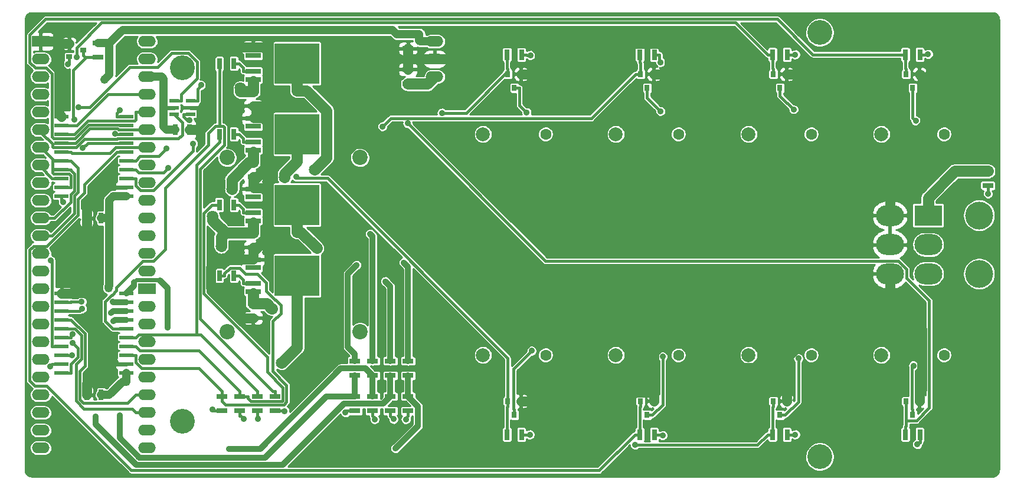
<source format=gbl>
G04 #@! TF.GenerationSoftware,KiCad,Pcbnew,6.0.0-unknown-f1f26a9~86~ubuntu18.04.1*
G04 #@! TF.CreationDate,2019-06-07T10:14:52-04:00*
G04 #@! TF.ProjectId,backlight_controller_6x3,6261636b-6c69-4676-9874-5f636f6e7472,1.0*
G04 #@! TF.SameCoordinates,Original*
G04 #@! TF.FileFunction,Copper,L2,Bot*
G04 #@! TF.FilePolarity,Positive*
%FSLAX46Y46*%
G04 Gerber Fmt 4.6, Leading zero omitted, Abs format (unit mm)*
G04 Created by KiCad (PCBNEW 6.0.0-unknown-f1f26a9~86~ubuntu18.04.1) date 2019-06-07 10:14:52*
%MOMM*%
%LPD*%
G04 APERTURE LIST*
%ADD10O,2.540000X1.524000*%
%ADD11R,2.540000X1.524000*%
%ADD12R,2.000000X0.600000*%
%ADD13R,1.330960X0.558800*%
%ADD14R,0.787400X1.600200*%
%ADD15C,2.200000*%
%ADD16C,1.600000*%
%ADD17C,2.000000*%
%ADD18R,1.600200X0.787400*%
%ADD19R,0.800000X0.900000*%
%ADD20R,0.900000X0.800000*%
%ADD21C,3.556000*%
%ADD22O,4.000000X3.000000*%
%ADD23R,4.000000X3.000000*%
%ADD24C,4.000000*%
%ADD25R,6.400000X5.800000*%
%ADD26R,2.200000X0.800000*%
%ADD27C,1.219200*%
%ADD28C,0.889000*%
%ADD29C,1.625600*%
%ADD30C,1.219200*%
%ADD31C,1.422400*%
%ADD32C,0.599800*%
%ADD33C,0.799800*%
%ADD34C,0.558600*%
%ADD35C,1.625600*%
%ADD36C,0.406400*%
%ADD37C,0.812800*%
%ADD38C,0.254000*%
G04 APERTURE END LIST*
D10*
X53340000Y-114300000D03*
X53340000Y-111760000D03*
D11*
X68580000Y-111760000D03*
D10*
X68580000Y-76200000D03*
X68580000Y-78740000D03*
X68580000Y-81280000D03*
X68580000Y-83820000D03*
X68580000Y-86360000D03*
X68580000Y-88900000D03*
X68580000Y-91440000D03*
X68580000Y-93980000D03*
X68580000Y-96520000D03*
X68580000Y-99060000D03*
X68580000Y-101600000D03*
X68580000Y-104140000D03*
X68580000Y-106680000D03*
X68580000Y-109220000D03*
X53340000Y-109220000D03*
X53340000Y-106680000D03*
X53340000Y-104140000D03*
X53340000Y-101600000D03*
X53340000Y-99060000D03*
X53340000Y-96520000D03*
X53340000Y-93980000D03*
X53340000Y-91440000D03*
X53340000Y-88900000D03*
X53340000Y-86360000D03*
X53340000Y-83820000D03*
X53340000Y-81280000D03*
X53340000Y-78740000D03*
D11*
X53340000Y-76200000D03*
D10*
X53340000Y-116840000D03*
X53340000Y-119380000D03*
X53340000Y-121920000D03*
X53340000Y-124460000D03*
X53340000Y-127000000D03*
X53340000Y-129540000D03*
X53340000Y-132080000D03*
X53340000Y-134620000D03*
X68580000Y-134620000D03*
X68580000Y-132080000D03*
X68580000Y-129540000D03*
X68580000Y-127000000D03*
X68580000Y-124460000D03*
X68580000Y-121920000D03*
X68580000Y-119380000D03*
X68580000Y-116840000D03*
X68580000Y-114300000D03*
D12*
X56310000Y-123825000D03*
X56310000Y-122555000D03*
X56310000Y-121285000D03*
X56310000Y-120015000D03*
X56310000Y-118745000D03*
X56310000Y-117475000D03*
X56310000Y-116205000D03*
X56310000Y-114935000D03*
X56310000Y-113665000D03*
X56310000Y-112395000D03*
X65610000Y-112395000D03*
X65610000Y-113665000D03*
X65610000Y-114935000D03*
X65610000Y-116205000D03*
X65610000Y-117475000D03*
X65610000Y-118745000D03*
X65610000Y-120015000D03*
X65610000Y-121285000D03*
X65610000Y-122555000D03*
X65610000Y-123825000D03*
X56310000Y-98425000D03*
X56310000Y-97155000D03*
X56310000Y-95885000D03*
X56310000Y-94615000D03*
X56310000Y-93345000D03*
X56310000Y-92075000D03*
X56310000Y-90805000D03*
X56310000Y-89535000D03*
X56310000Y-88265000D03*
X56310000Y-86995000D03*
X65610000Y-86995000D03*
X65610000Y-88265000D03*
X65610000Y-89535000D03*
X65610000Y-90805000D03*
X65610000Y-92075000D03*
X65610000Y-93345000D03*
X65610000Y-94615000D03*
X65610000Y-95885000D03*
X65610000Y-97155000D03*
X65610000Y-98425000D03*
D13*
X72461120Y-84775040D03*
X72461120Y-85725000D03*
X72461120Y-86674960D03*
X74858880Y-86674960D03*
X74858880Y-85725000D03*
X74858880Y-84775040D03*
D10*
X109855000Y-81280000D03*
X109855000Y-76200000D03*
X109855000Y-78740000D03*
D14*
X74701400Y-88900000D03*
X72618600Y-88900000D03*
D15*
X80085000Y-92910000D03*
X80085000Y-117910000D03*
X99135000Y-92910000D03*
X99135000Y-117910000D03*
D16*
X125785000Y-89535000D03*
D17*
X116785000Y-89535000D03*
D16*
X125785000Y-121285000D03*
D17*
X116785000Y-121285000D03*
D18*
X83820000Y-85496400D03*
X83820000Y-83413600D03*
X83820000Y-95656400D03*
X83820000Y-93573600D03*
D14*
X179476400Y-132715000D03*
X177393600Y-132715000D03*
D19*
X178435000Y-129905000D03*
X179385000Y-127905000D03*
X177485000Y-127905000D03*
D20*
X59420000Y-77470000D03*
X57420000Y-76520000D03*
X57420000Y-78420000D03*
D19*
X121285000Y-82915000D03*
X122235000Y-80915000D03*
X120335000Y-80915000D03*
X121285000Y-129905000D03*
X122235000Y-127905000D03*
X120335000Y-127905000D03*
X140335000Y-82915000D03*
X141285000Y-80915000D03*
X139385000Y-80915000D03*
X140335000Y-129905000D03*
X141285000Y-127905000D03*
X139385000Y-127905000D03*
X159385000Y-82915000D03*
X160335000Y-80915000D03*
X158435000Y-80915000D03*
X159385000Y-129905000D03*
X160335000Y-127905000D03*
X158435000Y-127905000D03*
X178435000Y-82915000D03*
X179385000Y-80915000D03*
X177485000Y-80915000D03*
D16*
X144835000Y-89535000D03*
D17*
X135835000Y-89535000D03*
D16*
X144835000Y-121285000D03*
D17*
X135835000Y-121285000D03*
D16*
X163885000Y-89535000D03*
D17*
X154885000Y-89535000D03*
D16*
X163885000Y-121285000D03*
D17*
X154885000Y-121285000D03*
D16*
X182935000Y-121285000D03*
D17*
X173935000Y-121285000D03*
D16*
X182935000Y-89535000D03*
D17*
X173935000Y-89535000D03*
D18*
X98425000Y-129311400D03*
X98425000Y-127228600D03*
X86995000Y-129311400D03*
X86995000Y-127228600D03*
D14*
X81051400Y-79375000D03*
X78968600Y-79375000D03*
D18*
X83820000Y-105816400D03*
X83820000Y-103733600D03*
X100965000Y-129311400D03*
X100965000Y-127228600D03*
X98425000Y-122148600D03*
X98425000Y-124231400D03*
D14*
X81051400Y-89535000D03*
X78968600Y-89535000D03*
D18*
X84455000Y-129311400D03*
X84455000Y-127228600D03*
X83820000Y-115976400D03*
X83820000Y-113893600D03*
D14*
X81051400Y-99695000D03*
X78968600Y-99695000D03*
D18*
X81915000Y-129311400D03*
X81915000Y-127228600D03*
D14*
X59918600Y-101600000D03*
X62001400Y-101600000D03*
X81051400Y-109855000D03*
X78968600Y-109855000D03*
D18*
X100965000Y-122148600D03*
X100965000Y-124231400D03*
X79375000Y-129311400D03*
X79375000Y-127228600D03*
D14*
X59918600Y-127000000D03*
X62001400Y-127000000D03*
D18*
X106045000Y-80238600D03*
X106045000Y-82321400D03*
X61595000Y-78511400D03*
X61595000Y-76428600D03*
X189230000Y-96926400D03*
X189230000Y-94843600D03*
X103505000Y-129311400D03*
X103505000Y-127228600D03*
X106045000Y-129311400D03*
X106045000Y-127228600D03*
X103505000Y-122148600D03*
X103505000Y-124231400D03*
D14*
X179476400Y-78105000D03*
X177393600Y-78105000D03*
D18*
X106045000Y-122148600D03*
X106045000Y-124231400D03*
D14*
X141376400Y-132715000D03*
X139293600Y-132715000D03*
X122326400Y-78105000D03*
X120243600Y-78105000D03*
D18*
X106045000Y-77241400D03*
X106045000Y-75158600D03*
D14*
X160426400Y-78105000D03*
X158343600Y-78105000D03*
X160426400Y-132715000D03*
X158343600Y-132715000D03*
X122326400Y-132715000D03*
X120243600Y-132715000D03*
X141376400Y-78105000D03*
X139293600Y-78105000D03*
D21*
X73660000Y-80010000D03*
X165100000Y-74930000D03*
X165100000Y-135890000D03*
X73660000Y-130810000D03*
D22*
X175160000Y-109610000D03*
X175160000Y-105410000D03*
X175160000Y-101210000D03*
X180660000Y-109610000D03*
X180660000Y-105410000D03*
D23*
X180660000Y-101210000D03*
D24*
X187960000Y-109610000D03*
X187960000Y-101210000D03*
D25*
X90120000Y-109855000D03*
D26*
X83820000Y-112135000D03*
X83820000Y-110995000D03*
X83820000Y-108715000D03*
X83820000Y-107575000D03*
D25*
X90120000Y-99695000D03*
D26*
X83820000Y-101975000D03*
X83820000Y-100835000D03*
X83820000Y-98555000D03*
X83820000Y-97415000D03*
D25*
X90120000Y-89535000D03*
D26*
X83820000Y-91815000D03*
X83820000Y-90675000D03*
X83820000Y-88395000D03*
X83820000Y-87255000D03*
D25*
X90120000Y-79375000D03*
D26*
X83820000Y-81655000D03*
X83820000Y-80515000D03*
X83820000Y-78235000D03*
X83820000Y-77095000D03*
D27*
X63796900Y-98425000D03*
X62519800Y-81714100D03*
X65610000Y-125120800D03*
X63086600Y-111661400D03*
D28*
X61544400Y-96512500D03*
X82055100Y-77021800D03*
D29*
X80780400Y-97457700D03*
X86520400Y-114591000D03*
X79245500Y-105659900D03*
X77987300Y-101344700D03*
X82003600Y-82911100D03*
D28*
X54701100Y-122930600D03*
X57863300Y-121322400D03*
X54782200Y-107703500D03*
X57915800Y-118278700D03*
X59222700Y-113618500D03*
X59295500Y-114613400D03*
D29*
X87899000Y-122418900D03*
X92939900Y-105938700D03*
X88324800Y-95778700D03*
X92610300Y-94646700D03*
D28*
X105409900Y-107992600D03*
X102770000Y-110705000D03*
X100613700Y-103877100D03*
X98651000Y-108358300D03*
X75204600Y-90908500D03*
X110885500Y-86492100D03*
X71608200Y-94424000D03*
X90032000Y-95665500D03*
X71407900Y-91562400D03*
X102374700Y-88436700D03*
X59388300Y-91531800D03*
X58501700Y-78486100D03*
X64025500Y-89488800D03*
X138629300Y-134185900D03*
X64659800Y-86132600D03*
X105983800Y-87992400D03*
X63799300Y-116414400D03*
X64668000Y-129962700D03*
X63460300Y-115247700D03*
X80325900Y-134736500D03*
X61189500Y-130144500D03*
X63707100Y-113646300D03*
X71547200Y-117301900D03*
X104252900Y-134701000D03*
X123055000Y-86426200D03*
X123789600Y-120670800D03*
X142257300Y-86238700D03*
X142570600Y-121523500D03*
X161406400Y-86048600D03*
X162031500Y-121758100D03*
X178874800Y-87628100D03*
X178531800Y-122799100D03*
X88341600Y-129324100D03*
X105727300Y-130515300D03*
X123590700Y-78194100D03*
X103958400Y-130488700D03*
X123498400Y-132715000D03*
X101257900Y-130510400D03*
X142274800Y-79214800D03*
X142565500Y-132816300D03*
X97065500Y-129544500D03*
X161582900Y-78105000D03*
X161587700Y-132715000D03*
X84540100Y-130472300D03*
X180635300Y-78037200D03*
X179103100Y-134089100D03*
X78024100Y-129126800D03*
X82495500Y-130472800D03*
X57887400Y-119561100D03*
X58214000Y-87465800D03*
X56569900Y-99291300D03*
X57265600Y-79456700D03*
X58777900Y-85676500D03*
X76377700Y-82486500D03*
X74652900Y-87534400D03*
X189230000Y-98099800D03*
D30*
X62001400Y-127000000D02*
X63208200Y-127000000D01*
X63208200Y-76428600D02*
X63208200Y-81025700D01*
X63208200Y-81025700D02*
X62519800Y-81714100D01*
X104431800Y-75158600D02*
X103834800Y-74561600D01*
X103834800Y-74561600D02*
X65075200Y-74561600D01*
X65075200Y-74561600D02*
X63208200Y-76428600D01*
X63208200Y-101600000D02*
X63208200Y-111323900D01*
X63208200Y-111323900D02*
X63086600Y-111445500D01*
X63086600Y-111445500D02*
X63086600Y-111661400D01*
X63796900Y-98425000D02*
X63208200Y-99013700D01*
X63208200Y-99013700D02*
X63208200Y-101600000D01*
X65610000Y-98425000D02*
X63796900Y-98425000D01*
X65610000Y-125120800D02*
X65087400Y-125120800D01*
X65087400Y-125120800D02*
X63208200Y-127000000D01*
X65610000Y-123825000D02*
X65610000Y-125120800D01*
X62001400Y-101600000D02*
X63208200Y-101600000D01*
X61595000Y-76428600D02*
X63208200Y-76428600D01*
X106045000Y-75158600D02*
X104431800Y-75158600D01*
X106045000Y-75158600D02*
X107658200Y-75158600D01*
X109855000Y-76200000D02*
X107771900Y-76200000D01*
X107658200Y-75158600D02*
X107658200Y-76086300D01*
X107658200Y-76086300D02*
X107771900Y-76200000D01*
D31*
X61544400Y-97198000D02*
X61544400Y-96512500D01*
X59918600Y-101600000D02*
X59918600Y-99611700D01*
X59918600Y-99611700D02*
X61544400Y-97985900D01*
X61544400Y-97985900D02*
X61544400Y-97198000D01*
X61544400Y-97198000D02*
X62332300Y-97198000D01*
D32*
X64183100Y-97155000D02*
X62375300Y-97155000D01*
X62375300Y-97155000D02*
X62332300Y-97198000D01*
D31*
X83820000Y-107501700D02*
X78977000Y-107501700D01*
X78977000Y-107501700D02*
X77761700Y-108717000D01*
X77761700Y-108717000D02*
X77761700Y-111556400D01*
X77761700Y-111556400D02*
X82181700Y-115976400D01*
X83820000Y-115976400D02*
X82181700Y-115976400D01*
X83820000Y-107048300D02*
X83820000Y-107501700D01*
X76355300Y-85977700D02*
X77635300Y-84697700D01*
X77635300Y-84697700D02*
X77635300Y-78314900D01*
X77635300Y-78314900D02*
X78928400Y-77021800D01*
X78928400Y-77021800D02*
X82055100Y-77021800D01*
X83746800Y-77021800D02*
X82055100Y-77021800D01*
D33*
X83746800Y-77021800D02*
X83820000Y-77095000D01*
D31*
X59918600Y-112360900D02*
X59918600Y-103238300D01*
X61346300Y-122349400D02*
X61346300Y-113788600D01*
X61346300Y-113788600D02*
X59918600Y-112360900D01*
X59918600Y-112360900D02*
X58182300Y-112360900D01*
X58182300Y-112360900D02*
X58148200Y-112395000D01*
X164948100Y-84289800D02*
X172500900Y-91842700D01*
X172500900Y-91842700D02*
X175160000Y-91842700D01*
X161573200Y-80915000D02*
X164948100Y-84289800D01*
X164948100Y-84289800D02*
X161928400Y-87309500D01*
X161928400Y-87309500D02*
X150947900Y-87309500D01*
X150947900Y-87309500D02*
X143538300Y-79899900D01*
X61346300Y-122349400D02*
X63796700Y-122349400D01*
X59918600Y-125361700D02*
X61346300Y-123934000D01*
X61346300Y-123934000D02*
X61346300Y-122349400D01*
X143538300Y-79899900D02*
X142523200Y-80915000D01*
X124897900Y-77622000D02*
X126029200Y-76490700D01*
X126029200Y-76490700D02*
X142118800Y-76490700D01*
X142118800Y-76490700D02*
X143538300Y-77910200D01*
X143538300Y-77910200D02*
X143538300Y-79899900D01*
X124897900Y-77622000D02*
X124897900Y-79490300D01*
X124897900Y-79490300D02*
X123473200Y-80915000D01*
X109855000Y-78740000D02*
X112638400Y-78740000D01*
X112638400Y-78740000D02*
X114918600Y-76459800D01*
X114918600Y-76459800D02*
X123735700Y-76459800D01*
X123735700Y-76459800D02*
X124897900Y-77622000D01*
X141285000Y-80915000D02*
X142523200Y-80915000D01*
X175160000Y-91842700D02*
X176456800Y-91842700D01*
X176456800Y-91842700D02*
X180136500Y-88163000D01*
X180136500Y-88163000D02*
X180136500Y-81666500D01*
X180136500Y-81666500D02*
X179385000Y-80915000D01*
X175160000Y-98871800D02*
X175160000Y-91842700D01*
X160335000Y-80915000D02*
X161573200Y-80915000D01*
X122235000Y-80915000D02*
X123473200Y-80915000D01*
X106311700Y-78740000D02*
X109855000Y-78740000D01*
X83820000Y-77021800D02*
X85282000Y-77021800D01*
X85282000Y-77021800D02*
X85840200Y-77580000D01*
X85840200Y-77580000D02*
X85840200Y-85114500D01*
X85840200Y-85114500D02*
X85458300Y-85496400D01*
X175160000Y-101210000D02*
X175160000Y-98871800D01*
D32*
X65610000Y-97155000D02*
X64183100Y-97155000D01*
D31*
X84639200Y-87181800D02*
X83893200Y-87181800D01*
X83820000Y-96272300D02*
X85834800Y-94257500D01*
X85834800Y-94257500D02*
X85834800Y-87758200D01*
X85834800Y-87758200D02*
X85258400Y-87181800D01*
X85258400Y-87181800D02*
X84639200Y-87181800D01*
X84639200Y-87181800D02*
X84639200Y-85496400D01*
D33*
X83893200Y-87181800D02*
X83820000Y-87255000D01*
D34*
X76355300Y-85977700D02*
X76183400Y-85977700D01*
X76183400Y-85977700D02*
X75930700Y-85725000D01*
D31*
X76355300Y-85977700D02*
X76355300Y-88478000D01*
X76355300Y-88478000D02*
X75933300Y-88900000D01*
X74701400Y-88900000D02*
X75933300Y-88900000D01*
D34*
X74858900Y-85725000D02*
X75930700Y-85725000D01*
D33*
X83820000Y-107501700D02*
X83820000Y-107575000D01*
D31*
X84639200Y-85496400D02*
X85458300Y-85496400D01*
X83820000Y-85496400D02*
X84639200Y-85496400D01*
X84083300Y-97283300D02*
X85240500Y-97283300D01*
X85240500Y-97283300D02*
X85837300Y-97880100D01*
X85837300Y-97880100D02*
X85837300Y-104415000D01*
X85837300Y-104415000D02*
X83820000Y-106432300D01*
X83951700Y-97283300D02*
X84083300Y-97283300D01*
D33*
X84083400Y-97151600D02*
X84083300Y-97151700D01*
X84083300Y-97151700D02*
X84083300Y-97283300D01*
X83951700Y-97283300D02*
X83820000Y-97415000D01*
D31*
X83820000Y-106432300D02*
X83820000Y-107048300D01*
X83820000Y-105816400D02*
X83820000Y-106432300D01*
X83820000Y-96272300D02*
X83820000Y-96888300D01*
X83820000Y-95656400D02*
X83820000Y-96272300D01*
X59918600Y-101600000D02*
X59918600Y-103238300D01*
X84083400Y-97151600D02*
X83820000Y-96888300D01*
D32*
X65610000Y-122555000D02*
X64183100Y-122555000D01*
X63796700Y-122349400D02*
X63977500Y-122349400D01*
X63977500Y-122349400D02*
X64183100Y-122555000D01*
D31*
X159991600Y-123116700D02*
X148963500Y-123116700D01*
X148963500Y-123116700D02*
X145510800Y-119664000D01*
X145510800Y-119664000D02*
X142625400Y-119664000D01*
X142625400Y-119664000D02*
X141285000Y-121004400D01*
X141285000Y-121004400D02*
X141285000Y-126616800D01*
X159991600Y-123116700D02*
X159991600Y-126273400D01*
X159991600Y-126273400D02*
X160335000Y-126616800D01*
X175160000Y-112996800D02*
X169008800Y-112996800D01*
X169008800Y-112996800D02*
X159991600Y-122014000D01*
X159991600Y-122014000D02*
X159991600Y-123116700D01*
X123473200Y-127905000D02*
X124761400Y-126616800D01*
X124761400Y-126616800D02*
X141285000Y-126616800D01*
X179385000Y-126616800D02*
X179789400Y-126212400D01*
X179789400Y-126212400D02*
X179789400Y-117626200D01*
X179789400Y-117626200D02*
X175160000Y-112996800D01*
X175160000Y-112996800D02*
X175160000Y-111948200D01*
X160335000Y-127905000D02*
X160335000Y-126616800D01*
X106311700Y-78740000D02*
X106045000Y-79006700D01*
X106045000Y-77241400D02*
X106045000Y-78473300D01*
X106045000Y-78473300D02*
X106311700Y-78740000D01*
X106045000Y-80238600D02*
X106045000Y-79006700D01*
X56310000Y-112395000D02*
X58148200Y-112395000D01*
X55950000Y-76701800D02*
X55950000Y-86635000D01*
X55950000Y-86635000D02*
X56310000Y-86995000D01*
X56353400Y-76520000D02*
X56131800Y-76520000D01*
X56131800Y-76520000D02*
X55950000Y-76701800D01*
X55448200Y-76200000D02*
X55950000Y-76701800D01*
X53340000Y-76200000D02*
X55448200Y-76200000D01*
X57420000Y-76520000D02*
X56353400Y-76520000D01*
X59918600Y-127000000D02*
X59918600Y-125361700D01*
X141285000Y-127905000D02*
X141285000Y-126616800D01*
X122235000Y-127905000D02*
X123473200Y-127905000D01*
X179385000Y-127905000D02*
X179385000Y-126616800D01*
D33*
X83820000Y-77021800D02*
X83820000Y-77095000D01*
D31*
X175160000Y-109610000D02*
X175160000Y-111948200D01*
D35*
X109855000Y-81280000D02*
X108813600Y-82321400D01*
X108813600Y-82321400D02*
X106045000Y-82321400D01*
X180660000Y-101210000D02*
X180660000Y-98693700D01*
X180660000Y-98693700D02*
X184510100Y-94843600D01*
X184510100Y-94843600D02*
X189230000Y-94843600D01*
X83820000Y-113893600D02*
X85746200Y-113893600D01*
X85746200Y-113893600D02*
X86443600Y-114591000D01*
X86443600Y-114591000D02*
X86520400Y-114591000D01*
X83820000Y-93573600D02*
X83269100Y-93573600D01*
X83269100Y-93573600D02*
X80780400Y-96062300D01*
X80780400Y-96062300D02*
X80780400Y-97457700D01*
X83820000Y-93573600D02*
X83820000Y-92091500D01*
D33*
X83820000Y-92091500D02*
X83820000Y-91815000D01*
D35*
X83820000Y-113893600D02*
X83820000Y-112411500D01*
D33*
X83820000Y-112411500D02*
X83820000Y-112135000D01*
D35*
X79245500Y-105659900D02*
X79245500Y-104322300D01*
X79245500Y-104322300D02*
X79834200Y-103733600D01*
X79834200Y-103733600D02*
X77987300Y-101886700D01*
X77987300Y-101886700D02*
X77987300Y-101344700D01*
X82003600Y-103733600D02*
X79834200Y-103733600D01*
X82003600Y-83413600D02*
X82003600Y-82911100D01*
X83820000Y-81931400D02*
X83820000Y-83413600D01*
D33*
X83820000Y-81931400D02*
X83820000Y-81655000D01*
D35*
X83820000Y-83413600D02*
X82003600Y-83413600D01*
X83820000Y-103733600D02*
X82003600Y-103733600D01*
X83820000Y-102251400D02*
X83820000Y-103733600D01*
D33*
X83820000Y-102251400D02*
X83820000Y-101975000D01*
D36*
X56310000Y-122555000D02*
X54979800Y-122555000D01*
X54979800Y-122555000D02*
X54979800Y-122651900D01*
X54979800Y-122651900D02*
X54701100Y-122930600D01*
X56310000Y-121285000D02*
X57825900Y-121285000D01*
X57825900Y-121285000D02*
X57863300Y-121322400D01*
X56310000Y-120015000D02*
X54979800Y-120015000D01*
X54979800Y-120015000D02*
X54979800Y-107901100D01*
X54979800Y-107901100D02*
X54782200Y-107703500D01*
X57640200Y-118745000D02*
X57640200Y-118554300D01*
X57640200Y-118554300D02*
X57915800Y-118278700D01*
X56310000Y-118745000D02*
X57640200Y-118745000D01*
X57640200Y-93345000D02*
X58656800Y-94361600D01*
X58656800Y-94361600D02*
X58656800Y-97891400D01*
X58656800Y-97891400D02*
X58148500Y-98399700D01*
X58148500Y-98399700D02*
X58148500Y-100931700D01*
X58148500Y-100931700D02*
X54940200Y-104140000D01*
X53340000Y-104140000D02*
X54940200Y-104140000D01*
X56310000Y-93345000D02*
X57640200Y-93345000D01*
X57640200Y-94615000D02*
X57640200Y-94764900D01*
X57640200Y-94764900D02*
X57640300Y-94764900D01*
X57640300Y-94764900D02*
X58148500Y-95273100D01*
X58148500Y-95273100D02*
X58148500Y-97680800D01*
X58148500Y-97680800D02*
X57640200Y-98189100D01*
X57640200Y-98189100D02*
X57640200Y-99281200D01*
X57640200Y-99281200D02*
X55321400Y-101600000D01*
X55321400Y-101600000D02*
X54940200Y-101600000D01*
X56310000Y-94615000D02*
X57640200Y-94615000D01*
X53340000Y-101600000D02*
X54940200Y-101600000D01*
X56310000Y-95885000D02*
X54979800Y-95885000D01*
X54979800Y-95885000D02*
X53340000Y-94245200D01*
X53340000Y-94245200D02*
X53340000Y-93980000D01*
X56310000Y-97155000D02*
X57640200Y-97155000D01*
X57640200Y-97155000D02*
X57640200Y-95483700D01*
X57640200Y-95483700D02*
X57436300Y-95279800D01*
X57436300Y-95279800D02*
X55209500Y-95279800D01*
X55209500Y-95279800D02*
X55004800Y-95075100D01*
X55004800Y-95075100D02*
X55004800Y-93104800D01*
X55004800Y-93104800D02*
X53340000Y-91440000D01*
X57640200Y-117475000D02*
X58218600Y-117475000D01*
X58218600Y-117475000D02*
X59173800Y-118430200D01*
X59173800Y-118430200D02*
X59173800Y-121791000D01*
X59173800Y-121791000D02*
X58390600Y-122574200D01*
X58390600Y-122574200D02*
X58390600Y-127850100D01*
X58390600Y-127850100D02*
X59536200Y-128995700D01*
X59536200Y-128995700D02*
X66435500Y-128995700D01*
X66435500Y-128995700D02*
X66979800Y-129540000D01*
X68580000Y-129540000D02*
X66979800Y-129540000D01*
X56310000Y-117475000D02*
X57640200Y-117475000D01*
X68580000Y-127000000D02*
X66979800Y-127000000D01*
X56310000Y-116205000D02*
X57667600Y-116205000D01*
X57667600Y-116205000D02*
X59683400Y-118220800D01*
X59683400Y-118220800D02*
X59683400Y-122825600D01*
X59683400Y-122825600D02*
X58899000Y-123610000D01*
X58899000Y-123610000D02*
X58899000Y-127637000D01*
X58899000Y-127637000D02*
X59468800Y-128206800D01*
X59468800Y-128206800D02*
X65773000Y-128206800D01*
X65773000Y-128206800D02*
X66979800Y-127000000D01*
X56310000Y-113665000D02*
X57640200Y-113665000D01*
X57640200Y-113665000D02*
X57686700Y-113618500D01*
X57686700Y-113618500D02*
X59222700Y-113618500D01*
X57640200Y-114935000D02*
X58973900Y-114935000D01*
X58973900Y-114935000D02*
X59295500Y-114613400D01*
X56310000Y-114935000D02*
X57640200Y-114935000D01*
X57640200Y-88265000D02*
X58520500Y-88265000D01*
X58520500Y-88265000D02*
X62965500Y-83820000D01*
X62965500Y-83820000D02*
X68580000Y-83820000D01*
X56310000Y-88265000D02*
X57640200Y-88265000D01*
X66979800Y-86360000D02*
X66979800Y-87442600D01*
X66979800Y-87442600D02*
X66822200Y-87600200D01*
X66822200Y-87600200D02*
X60103100Y-87600200D01*
X60103100Y-87600200D02*
X58168300Y-89535000D01*
X58168300Y-89535000D02*
X57640200Y-89535000D01*
X68580000Y-86360000D02*
X66979800Y-86360000D01*
X56310000Y-89535000D02*
X57640200Y-89535000D01*
X66979800Y-88900000D02*
X64496900Y-88900000D01*
X64496900Y-88900000D02*
X64336100Y-88739200D01*
X64336100Y-88739200D02*
X60401900Y-88739200D01*
X60401900Y-88739200D02*
X58336100Y-90805000D01*
X58336100Y-90805000D02*
X57640200Y-90805000D01*
X68580000Y-88900000D02*
X66979800Y-88900000D01*
X56310000Y-90805000D02*
X57640200Y-90805000D01*
X56310000Y-92075000D02*
X57640200Y-92075000D01*
X57640200Y-92075000D02*
X57848700Y-92283500D01*
X57848700Y-92283500D02*
X63282100Y-92283500D01*
X63282100Y-92283500D02*
X64125600Y-91440000D01*
X64125600Y-91440000D02*
X68580000Y-91440000D01*
D35*
X87899000Y-122418900D02*
X90120000Y-120197900D01*
X90120000Y-120197900D02*
X90120000Y-113771300D01*
X90120000Y-109855000D02*
X90120000Y-113771300D01*
D36*
X81775300Y-109855000D02*
X82389800Y-110469500D01*
X82389800Y-110469500D02*
X82389800Y-110995000D01*
X83820000Y-110995000D02*
X82389800Y-110995000D01*
X81051400Y-109855000D02*
X81775300Y-109855000D01*
D35*
X90120000Y-99695000D02*
X90120000Y-103611300D01*
X90120000Y-103611300D02*
X90612500Y-103611300D01*
X90612500Y-103611300D02*
X92939900Y-105938700D01*
D36*
X83820000Y-100835000D02*
X82389800Y-100835000D01*
X81051400Y-99695000D02*
X81775300Y-99695000D01*
X82389800Y-100835000D02*
X82389800Y-100309500D01*
X82389800Y-100309500D02*
X81775300Y-99695000D01*
D35*
X90120000Y-89535000D02*
X90120000Y-93451300D01*
X90120000Y-93451300D02*
X88324800Y-95246500D01*
X88324800Y-95246500D02*
X88324800Y-95778700D01*
D36*
X83820000Y-90675000D02*
X82389800Y-90675000D01*
X81051400Y-89535000D02*
X81775300Y-89535000D01*
X82389800Y-90675000D02*
X82389800Y-90149500D01*
X82389800Y-90149500D02*
X81775300Y-89535000D01*
D35*
X90120000Y-79375000D02*
X90120000Y-83291300D01*
X90120000Y-83291300D02*
X91466200Y-83291300D01*
X91466200Y-83291300D02*
X94336400Y-86161500D01*
X94336400Y-86161500D02*
X94336400Y-92920600D01*
X94336400Y-92920600D02*
X92610300Y-94646700D01*
D36*
X83820000Y-80515000D02*
X82389800Y-80515000D01*
X81051400Y-79375000D02*
X81775300Y-79375000D01*
X82389800Y-80515000D02*
X82389800Y-79989500D01*
X82389800Y-79989500D02*
X81775300Y-79375000D01*
D37*
X106045000Y-121145000D02*
X106045000Y-108627700D01*
X106045000Y-108627700D02*
X105409900Y-107992600D01*
X106045000Y-122148600D02*
X106045000Y-121145000D01*
X103505000Y-122148600D02*
X103505000Y-111440000D01*
X103505000Y-111440000D02*
X102770000Y-110705000D01*
X100965000Y-122148600D02*
X100965000Y-104228400D01*
X100965000Y-104228400D02*
X100613700Y-103877100D01*
X98425000Y-122148600D02*
X98425000Y-121145000D01*
X98425000Y-121145000D02*
X97402900Y-120122900D01*
X97402900Y-120122900D02*
X97402900Y-109606400D01*
X97402900Y-109606400D02*
X98651000Y-108358300D01*
D36*
X120335000Y-80524900D02*
X114367800Y-86492100D01*
X114367800Y-86492100D02*
X110885500Y-86492100D01*
X66940200Y-95885000D02*
X66940200Y-96907600D01*
X66940200Y-96907600D02*
X67665900Y-97633300D01*
X67665900Y-97633300D02*
X69510400Y-97633300D01*
X69510400Y-97633300D02*
X75204600Y-91939100D01*
X75204600Y-91939100D02*
X75204600Y-90908500D01*
X65610000Y-95885000D02*
X66940200Y-95885000D01*
X120335000Y-80524900D02*
X120335000Y-80134800D01*
X120335000Y-80915000D02*
X120335000Y-80524900D01*
X120243600Y-79235300D02*
X120243600Y-80043400D01*
X120243600Y-80043400D02*
X120335000Y-80134800D01*
X120243600Y-78105000D02*
X120243600Y-79235300D01*
X120335000Y-127905000D02*
X120335000Y-121710200D01*
X120335000Y-121710200D02*
X94491000Y-95866200D01*
X94491000Y-95866200D02*
X90232700Y-95866200D01*
X90232700Y-95866200D02*
X90032000Y-95665500D01*
X66940200Y-94615000D02*
X67376500Y-95051300D01*
X67376500Y-95051300D02*
X70980900Y-95051300D01*
X70980900Y-95051300D02*
X71608200Y-94424000D01*
X120335000Y-127905000D02*
X120335000Y-128685200D01*
X120243600Y-132715000D02*
X120243600Y-128776600D01*
X120243600Y-128776600D02*
X120335000Y-128685200D01*
X65610000Y-94615000D02*
X66940200Y-94615000D01*
X138654800Y-80915000D02*
X132327000Y-87242800D01*
X132327000Y-87242800D02*
X103568600Y-87242800D01*
X103568600Y-87242800D02*
X102374700Y-88436700D01*
X65610000Y-93345000D02*
X66940200Y-93345000D01*
X139385000Y-80915000D02*
X138654800Y-80915000D01*
X71407900Y-91562400D02*
X70255500Y-92714800D01*
X70255500Y-92714800D02*
X67570400Y-92714800D01*
X67570400Y-92714800D02*
X66940200Y-93345000D01*
X139293600Y-79235300D02*
X139385000Y-79326700D01*
X139385000Y-79326700D02*
X139385000Y-80915000D01*
X139293600Y-78105000D02*
X139293600Y-79235300D01*
X139293600Y-132715000D02*
X138569700Y-132715000D01*
X138569700Y-132715000D02*
X133417800Y-137866900D01*
X133417800Y-137866900D02*
X66340700Y-137866900D01*
X66340700Y-137866900D02*
X54203800Y-125730000D01*
X54203800Y-125730000D02*
X52526900Y-125730000D01*
X52526900Y-125730000D02*
X51750200Y-124953300D01*
X51750200Y-124953300D02*
X51750200Y-106200300D01*
X51750200Y-106200300D02*
X52337700Y-105612800D01*
X52337700Y-105612800D02*
X54186400Y-105612800D01*
X54186400Y-105612800D02*
X58656800Y-101142400D01*
X58656800Y-101142400D02*
X58656800Y-98864600D01*
X58656800Y-98864600D02*
X59598800Y-97922600D01*
X59598800Y-97922600D02*
X59598800Y-96756000D01*
X59598800Y-96756000D02*
X64279800Y-92075000D01*
X139293600Y-132715000D02*
X139293600Y-128776600D01*
X139293600Y-128776600D02*
X139385000Y-128685200D01*
X65610000Y-92075000D02*
X64279800Y-92075000D01*
X139385000Y-127905000D02*
X139385000Y-128685200D01*
X59388300Y-91531800D02*
X60115100Y-90805000D01*
X60115100Y-90805000D02*
X65610000Y-90805000D01*
X158343600Y-78105000D02*
X157619700Y-78105000D01*
X157619700Y-78105000D02*
X153020100Y-73505400D01*
X153020100Y-73505400D02*
X62098400Y-73505400D01*
X62098400Y-73505400D02*
X58501700Y-77102100D01*
X58501700Y-77102100D02*
X58501700Y-78486100D01*
X158435000Y-80134800D02*
X158343600Y-80043400D01*
X158343600Y-80043400D02*
X158343600Y-78105000D01*
X158435000Y-80915000D02*
X158435000Y-80134800D01*
X64279800Y-89535000D02*
X64233600Y-89488800D01*
X64233600Y-89488800D02*
X64025500Y-89488800D01*
X158343600Y-132715000D02*
X157619700Y-132715000D01*
X157619700Y-132715000D02*
X156148900Y-134185800D01*
X156148900Y-134185800D02*
X138629300Y-134185800D01*
X138629300Y-134185800D02*
X138629300Y-134185900D01*
X158435000Y-128685200D02*
X158343600Y-128776600D01*
X158343600Y-128776600D02*
X158343600Y-132715000D01*
X65610000Y-89535000D02*
X64279800Y-89535000D01*
X158435000Y-127905000D02*
X158435000Y-128685200D01*
X65610000Y-88265000D02*
X65531800Y-88186800D01*
X65531800Y-88186800D02*
X60235400Y-88186800D01*
X60235400Y-88186800D02*
X58282000Y-90140200D01*
X58282000Y-90140200D02*
X55183700Y-90140200D01*
X55183700Y-90140200D02*
X54933600Y-89890100D01*
X54933600Y-89890100D02*
X54933600Y-80839400D01*
X54933600Y-80839400D02*
X54104200Y-80010000D01*
X54104200Y-80010000D02*
X52568900Y-80010000D01*
X52568900Y-80010000D02*
X51764800Y-79205900D01*
X51764800Y-79205900D02*
X51764800Y-75296200D01*
X51764800Y-75296200D02*
X54063900Y-72997100D01*
X54063900Y-72997100D02*
X159014300Y-72997100D01*
X159014300Y-72997100D02*
X164122200Y-78105000D01*
X164122200Y-78105000D02*
X177393600Y-78105000D01*
X177485000Y-80134800D02*
X177393600Y-80043400D01*
X177393600Y-80043400D02*
X177393600Y-78105000D01*
X177485000Y-80915000D02*
X177485000Y-80134800D01*
X177485000Y-130688400D02*
X177485000Y-131493300D01*
X177485000Y-131493300D02*
X177393600Y-131584700D01*
X177485000Y-128685200D02*
X177485000Y-130688400D01*
X177485000Y-130688400D02*
X178977100Y-130688400D01*
X178977100Y-130688400D02*
X180805800Y-128859700D01*
X180805800Y-128859700D02*
X180805800Y-113459200D01*
X180805800Y-113459200D02*
X177543400Y-110196800D01*
X177543400Y-110196800D02*
X177543400Y-108937300D01*
X177543400Y-108937300D02*
X176383800Y-107777700D01*
X176383800Y-107777700D02*
X125769100Y-107777700D01*
X125769100Y-107777700D02*
X105983800Y-87992400D01*
X64279800Y-86995000D02*
X64279800Y-86512600D01*
X64279800Y-86512600D02*
X64659800Y-86132600D01*
X65610000Y-86995000D02*
X64279800Y-86995000D01*
X177393600Y-132715000D02*
X177393600Y-131584700D01*
X177485000Y-127905000D02*
X177485000Y-128685200D01*
X79375000Y-127228600D02*
X79375000Y-126504700D01*
X79375000Y-127228600D02*
X79375000Y-127952500D01*
X79692500Y-109855000D02*
X79692500Y-109583500D01*
X79692500Y-109583500D02*
X80526300Y-108749700D01*
X80526300Y-108749700D02*
X81878400Y-108749700D01*
X81878400Y-108749700D02*
X82729600Y-109600900D01*
X82729600Y-109600900D02*
X84381100Y-109600900D01*
X84381100Y-109600900D02*
X85702700Y-110922500D01*
X85702700Y-110922500D02*
X85702700Y-112125400D01*
X85702700Y-112125400D02*
X86948700Y-113371400D01*
X86948700Y-113371400D02*
X87025700Y-113371400D01*
X87025700Y-113371400D02*
X87769500Y-114115200D01*
X87769500Y-114115200D02*
X87769500Y-115272500D01*
X87769500Y-115272500D02*
X86641900Y-116400100D01*
X86641900Y-116400100D02*
X86641900Y-123634200D01*
X86641900Y-123634200D02*
X88610000Y-125602300D01*
X88610000Y-125602300D02*
X88610000Y-128033100D01*
X88610000Y-128033100D02*
X88195300Y-128447800D01*
X88195300Y-128447800D02*
X79870300Y-128447800D01*
X79870300Y-128447800D02*
X79375000Y-127952500D01*
X79375000Y-126504700D02*
X76060300Y-123190000D01*
X76060300Y-123190000D02*
X67822600Y-123190000D01*
X67822600Y-123190000D02*
X66940200Y-122307600D01*
X66940200Y-122307600D02*
X66940200Y-121285000D01*
X65610000Y-121285000D02*
X66940200Y-121285000D01*
X78968600Y-109855000D02*
X79692500Y-109855000D01*
X66940200Y-120015000D02*
X67570300Y-120645100D01*
X67570300Y-120645100D02*
X76055400Y-120645100D01*
X76055400Y-120645100D02*
X81915000Y-126504700D01*
X78968600Y-99695000D02*
X77902900Y-99695000D01*
X77902900Y-99695000D02*
X76718500Y-100879400D01*
X76718500Y-100879400D02*
X76718500Y-112456500D01*
X76718500Y-112456500D02*
X85869500Y-121607500D01*
X85869500Y-121607500D02*
X85869500Y-123724600D01*
X85869500Y-123724600D02*
X88100300Y-125955400D01*
X88100300Y-125955400D02*
X88100300Y-127817500D01*
X88100300Y-127817500D02*
X87982900Y-127934900D01*
X87982900Y-127934900D02*
X83486600Y-127934900D01*
X83486600Y-127934900D02*
X83045300Y-127493600D01*
X83045300Y-127493600D02*
X83045300Y-127228600D01*
X81915000Y-127228600D02*
X83045300Y-127228600D01*
X81915000Y-127006300D02*
X81915000Y-127228600D01*
X81915000Y-127006300D02*
X81915000Y-126504700D01*
X65610000Y-120015000D02*
X66940200Y-120015000D01*
X75691200Y-118312800D02*
X67372400Y-118312800D01*
X67372400Y-118312800D02*
X66940200Y-118745000D01*
X84455000Y-126504700D02*
X76263100Y-118312800D01*
X76263100Y-118312800D02*
X75691200Y-118312800D01*
X78968600Y-90665300D02*
X75691200Y-93942700D01*
X75691200Y-93942700D02*
X75691200Y-118312800D01*
X78968600Y-89535000D02*
X78968600Y-90665300D01*
X65610000Y-118745000D02*
X66940200Y-118745000D01*
X84455000Y-127228600D02*
X84455000Y-126504700D01*
X86995000Y-126504700D02*
X86633100Y-126504700D01*
X86633100Y-126504700D02*
X76210200Y-116081800D01*
X76210200Y-116081800D02*
X76210200Y-94520600D01*
X76210200Y-94520600D02*
X79667500Y-91063300D01*
X79667500Y-91063300D02*
X79667500Y-88559400D01*
X79667500Y-88559400D02*
X79492800Y-88384700D01*
X79492800Y-88384700D02*
X78968600Y-88384700D01*
X78968600Y-88384700D02*
X78408700Y-88384700D01*
X78408700Y-88384700D02*
X77372200Y-89421200D01*
X77372200Y-89421200D02*
X77372200Y-91131400D01*
X77372200Y-91131400D02*
X71244200Y-97259400D01*
X71244200Y-97259400D02*
X71244200Y-106042700D01*
X71244200Y-106042700D02*
X69516700Y-107770200D01*
X69516700Y-107770200D02*
X68012600Y-107770200D01*
X68012600Y-107770200D02*
X64224900Y-111557900D01*
X64224900Y-111557900D02*
X64224900Y-111744500D01*
X64224900Y-111744500D02*
X64203200Y-111766200D01*
X64203200Y-111766200D02*
X64203200Y-112033500D01*
X64203200Y-112033500D02*
X63558900Y-112677800D01*
X63558900Y-112677800D02*
X63469300Y-112677800D01*
X63469300Y-112677800D02*
X62575700Y-113571400D01*
X62575700Y-113571400D02*
X62575700Y-116399700D01*
X62575700Y-116399700D02*
X63651000Y-117475000D01*
X63651000Y-117475000D02*
X65610000Y-117475000D01*
X78968600Y-88384700D02*
X78968600Y-80505300D01*
X86995000Y-127228600D02*
X86995000Y-126504700D01*
X78968600Y-79375000D02*
X78968600Y-80505300D01*
D37*
X98425000Y-127228800D02*
X94332600Y-127228800D01*
X94332600Y-127228800D02*
X85556000Y-136005400D01*
X85556000Y-136005400D02*
X67480300Y-136005400D01*
X67480300Y-136005400D02*
X64668000Y-133193100D01*
X64668000Y-133193100D02*
X64668000Y-129962700D01*
X65610000Y-116205000D02*
X64000100Y-116205000D01*
X63799300Y-116414400D02*
X64000100Y-116213600D01*
X64000100Y-116213600D02*
X64000100Y-116205000D01*
X98425000Y-127228800D02*
X98425000Y-127229000D01*
X98425000Y-127228600D02*
X98425000Y-127228800D01*
X98425000Y-124231400D02*
X98425000Y-127228600D01*
X98425000Y-124231000D02*
X98425000Y-124231400D01*
X100965000Y-124231000D02*
X99923800Y-123189800D01*
X99923800Y-123189800D02*
X96373900Y-123189800D01*
X96373900Y-123189800D02*
X84827200Y-134736500D01*
X84827200Y-134736500D02*
X80325900Y-134736500D01*
X64000100Y-114935000D02*
X63773000Y-114935000D01*
X63773000Y-114935000D02*
X63460300Y-115247700D01*
X65610000Y-114935000D02*
X64000100Y-114935000D01*
X100965000Y-124231000D02*
X100965000Y-124231400D01*
X100965000Y-124231400D02*
X100965000Y-127228600D01*
X100965000Y-127228600D02*
X100965000Y-127229000D01*
X103505000Y-127229000D02*
X102457500Y-128276500D01*
X102457500Y-128276500D02*
X96842300Y-128276500D01*
X96842300Y-128276500D02*
X88065100Y-137053700D01*
X88065100Y-137053700D02*
X67026000Y-137053700D01*
X67026000Y-137053700D02*
X61189500Y-131217200D01*
X61189500Y-131217200D02*
X61189500Y-130144500D01*
X65610000Y-113665000D02*
X63725800Y-113665000D01*
X63725800Y-113665000D02*
X63707100Y-113646300D01*
X103505000Y-124231400D02*
X103505000Y-127228600D01*
X103505000Y-127228600D02*
X103505000Y-127229000D01*
X103505000Y-124231000D02*
X103505000Y-124231400D01*
X70460100Y-110563100D02*
X71547200Y-111650200D01*
X71547200Y-111650200D02*
X71547200Y-117301900D01*
X106045000Y-127228800D02*
X107458000Y-128641800D01*
X107458000Y-128641800D02*
X107458000Y-131495900D01*
X107458000Y-131495900D02*
X104252900Y-134701000D01*
X66700000Y-110850100D02*
X66700000Y-111305000D01*
X66700000Y-111305000D02*
X65610000Y-112395000D01*
D32*
X70460100Y-110563100D02*
X70391600Y-110494600D01*
X70391600Y-110494600D02*
X67055500Y-110494600D01*
X67055500Y-110494600D02*
X66700000Y-110850100D01*
D37*
X106045000Y-127228800D02*
X106045000Y-127229000D01*
X106045000Y-127228600D02*
X106045000Y-127228800D01*
X106045000Y-124231400D02*
X106045000Y-127228600D01*
X106045000Y-124231000D02*
X106045000Y-124231400D01*
D36*
X122015200Y-82915000D02*
X122015200Y-85386400D01*
X122015200Y-85386400D02*
X123055000Y-86426200D01*
X121285000Y-82915000D02*
X122015200Y-82915000D01*
X121285000Y-129124800D02*
X121162600Y-129002400D01*
X121162600Y-129002400D02*
X121162600Y-123297800D01*
X121162600Y-123297800D02*
X123789600Y-120670800D01*
X121285000Y-129905000D02*
X121285000Y-129124800D01*
X142257300Y-86238700D02*
X140335000Y-84316400D01*
X140335000Y-84316400D02*
X140335000Y-82915000D01*
X141065200Y-129905000D02*
X142570600Y-128399600D01*
X142570600Y-128399600D02*
X142570600Y-121523500D01*
X140335000Y-129905000D02*
X141065200Y-129905000D01*
X161406400Y-86048600D02*
X159385000Y-84027200D01*
X159385000Y-84027200D02*
X159385000Y-82915000D01*
X159385000Y-129905000D02*
X160115200Y-129905000D01*
X162031500Y-121758100D02*
X162031500Y-127988700D01*
X162031500Y-127988700D02*
X160115200Y-129905000D01*
X178874800Y-87628100D02*
X178435000Y-87188300D01*
X178435000Y-87188300D02*
X178435000Y-82915000D01*
X178435000Y-129905000D02*
X178435000Y-129124800D01*
X178531800Y-122799100D02*
X178312600Y-123018300D01*
X178312600Y-123018300D02*
X178312600Y-129002400D01*
X178312600Y-129002400D02*
X178435000Y-129124800D01*
X88125300Y-129311400D02*
X88328900Y-129311400D01*
X88328900Y-129311400D02*
X88341600Y-129324100D01*
X86995000Y-129311400D02*
X88125300Y-129311400D01*
X106045000Y-129311400D02*
X106045000Y-130035300D01*
X106045000Y-130035300D02*
X105727300Y-130353000D01*
X105727300Y-130353000D02*
X105727300Y-130515300D01*
X122326400Y-78105000D02*
X123050300Y-78105000D01*
X123050300Y-78105000D02*
X123139400Y-78194100D01*
X123139400Y-78194100D02*
X123590700Y-78194100D01*
X103505000Y-130035300D02*
X103958400Y-130488700D01*
X103505000Y-129311400D02*
X103505000Y-130035300D01*
X122326400Y-132715000D02*
X123498400Y-132715000D01*
X100965000Y-130035300D02*
X101257900Y-130328200D01*
X101257900Y-130328200D02*
X101257900Y-130510400D01*
X100965000Y-129311400D02*
X100965000Y-130035300D01*
X141376400Y-78105000D02*
X142100300Y-78105000D01*
X142100300Y-78105000D02*
X142100300Y-79040300D01*
X142100300Y-79040300D02*
X142274800Y-79214800D01*
X141376400Y-132715000D02*
X142464200Y-132715000D01*
X142464200Y-132715000D02*
X142565500Y-132816300D01*
X98425000Y-129311400D02*
X97294700Y-129311400D01*
X97294700Y-129311400D02*
X97294700Y-129315300D01*
X97294700Y-129315300D02*
X97065500Y-129544500D01*
X160426400Y-78105000D02*
X161582900Y-78105000D01*
X160426400Y-132715000D02*
X161587700Y-132715000D01*
X84455000Y-129311400D02*
X84455000Y-130035300D01*
X84455000Y-130035300D02*
X84540100Y-130120400D01*
X84540100Y-130120400D02*
X84540100Y-130472300D01*
X179476400Y-78105000D02*
X180567500Y-78105000D01*
X180567500Y-78105000D02*
X180635300Y-78037200D01*
X179476400Y-132715000D02*
X179476400Y-133845300D01*
X179476400Y-133845300D02*
X179346900Y-133845300D01*
X179346900Y-133845300D02*
X179103100Y-134089100D01*
X79375000Y-129311400D02*
X78208700Y-129311400D01*
X78208700Y-129311400D02*
X78024100Y-129126800D01*
X81915000Y-129311400D02*
X81915000Y-130035300D01*
X81915000Y-130035300D02*
X82058000Y-130035300D01*
X82058000Y-130035300D02*
X82495500Y-130472800D01*
X59788100Y-78568300D02*
X58028300Y-80328100D01*
X58028300Y-80328100D02*
X58028300Y-87280100D01*
X58028300Y-87280100D02*
X58214000Y-87465800D01*
X56310000Y-123825000D02*
X57640200Y-123825000D01*
X57640200Y-123825000D02*
X57640200Y-122605700D01*
X57640200Y-122605700D02*
X58639200Y-121606700D01*
X58639200Y-121606700D02*
X58639200Y-120312900D01*
X58639200Y-120312900D02*
X57887400Y-119561100D01*
X56310000Y-98425000D02*
X56310000Y-99031400D01*
X56310000Y-99031400D02*
X56569900Y-99291300D01*
X59788100Y-78568300D02*
X59420000Y-78200200D01*
X61595000Y-78511400D02*
X59845000Y-78511400D01*
X59845000Y-78511400D02*
X59788100Y-78568300D01*
X59420000Y-77470000D02*
X59420000Y-78200200D01*
X57420000Y-78420000D02*
X57420000Y-79150200D01*
X57420000Y-79150200D02*
X57265600Y-79304600D01*
X57265600Y-79304600D02*
X57265600Y-79456700D01*
D30*
X68580000Y-81280000D02*
X70663100Y-81280000D01*
X70982400Y-85725000D02*
X70982400Y-81599300D01*
X70982400Y-81599300D02*
X70663100Y-81280000D01*
X71411800Y-88900000D02*
X70982400Y-88470600D01*
X70982400Y-88470600D02*
X70982400Y-85725000D01*
D34*
X70982400Y-85725000D02*
X72461100Y-85725000D01*
D30*
X72618600Y-88900000D02*
X71411800Y-88900000D01*
D36*
X72461100Y-86675000D02*
X73685000Y-87898900D01*
X73685000Y-87898900D02*
X73685000Y-89612000D01*
X73685000Y-89612000D02*
X73099400Y-90197600D01*
X73099400Y-90197600D02*
X64377000Y-90197600D01*
X64377000Y-90197600D02*
X64304800Y-90269800D01*
X64304800Y-90269800D02*
X59590200Y-90269800D01*
X59590200Y-90269800D02*
X58449800Y-91410200D01*
X58449800Y-91410200D02*
X55104200Y-91410200D01*
X55104200Y-91410200D02*
X55004800Y-91310800D01*
X55004800Y-91310800D02*
X55004800Y-90952400D01*
X55004800Y-90952400D02*
X53340000Y-89287600D01*
X53340000Y-89287600D02*
X53340000Y-88900000D01*
X72461100Y-84775000D02*
X73456800Y-84775000D01*
X73456800Y-84775000D02*
X73456800Y-83779300D01*
X73456800Y-83779300D02*
X75744600Y-81491500D01*
X75744600Y-81491500D02*
X75744600Y-79136600D01*
X75744600Y-79136600D02*
X74475000Y-77867000D01*
X74475000Y-77867000D02*
X72152700Y-77867000D01*
X72152700Y-77867000D02*
X70081500Y-79938200D01*
X70081500Y-79938200D02*
X66128300Y-79938200D01*
X66128300Y-79938200D02*
X60390000Y-85676500D01*
X60390000Y-85676500D02*
X58777900Y-85676500D01*
X74858900Y-84775000D02*
X75854600Y-84775000D01*
X75854600Y-84775000D02*
X75854600Y-83009600D01*
X75854600Y-83009600D02*
X76377700Y-82486500D01*
X74858900Y-86675000D02*
X73863200Y-86675000D01*
X73863200Y-86675000D02*
X73863200Y-87056100D01*
X73863200Y-87056100D02*
X74341500Y-87534400D01*
X74341500Y-87534400D02*
X74652900Y-87534400D01*
X189230000Y-96926400D02*
X189230000Y-98099800D01*
D38*
G36*
X189835194Y-72088967D02*
G01*
X190030290Y-72106379D01*
X190190351Y-72150167D01*
X190340124Y-72221605D01*
X190474884Y-72318439D01*
X190590369Y-72437611D01*
X190682921Y-72575345D01*
X190749621Y-72727291D01*
X190788979Y-72891229D01*
X190800606Y-73049557D01*
X190804801Y-73066135D01*
X190804800Y-137751233D01*
X190801033Y-137765194D01*
X190783621Y-137960291D01*
X190739835Y-138120346D01*
X190668395Y-138270123D01*
X190571556Y-138404889D01*
X190452392Y-138520366D01*
X190314657Y-138612920D01*
X190162708Y-138679622D01*
X189998772Y-138718979D01*
X189840444Y-138730606D01*
X189823870Y-138734800D01*
X52113767Y-138734800D01*
X52099806Y-138731033D01*
X51904709Y-138713621D01*
X51744654Y-138669835D01*
X51594877Y-138598395D01*
X51460111Y-138501556D01*
X51344634Y-138382392D01*
X51252080Y-138244657D01*
X51185378Y-138092708D01*
X51146021Y-137928772D01*
X51134394Y-137770444D01*
X51130200Y-137753870D01*
X51130200Y-134566404D01*
X51736142Y-134566404D01*
X51745778Y-134774592D01*
X51794607Y-134977203D01*
X51880869Y-135166925D01*
X52001449Y-135336912D01*
X52151998Y-135481032D01*
X52327084Y-135594083D01*
X52520387Y-135671986D01*
X52797737Y-135712200D01*
X53900072Y-135712200D01*
X54055469Y-135697374D01*
X54255453Y-135638705D01*
X54440734Y-135543279D01*
X54604628Y-135414538D01*
X54741221Y-135257129D01*
X54845585Y-135076730D01*
X54913953Y-134879851D01*
X54943858Y-134673596D01*
X54934222Y-134465408D01*
X54885393Y-134262797D01*
X54799131Y-134073075D01*
X54678551Y-133903088D01*
X54528002Y-133758968D01*
X54352916Y-133645917D01*
X54159613Y-133568014D01*
X53882263Y-133527800D01*
X52779928Y-133527800D01*
X52624531Y-133542626D01*
X52424547Y-133601295D01*
X52239266Y-133696721D01*
X52075372Y-133825462D01*
X51938779Y-133982871D01*
X51834415Y-134163270D01*
X51766047Y-134360149D01*
X51736142Y-134566404D01*
X51130200Y-134566404D01*
X51130200Y-132026404D01*
X51736142Y-132026404D01*
X51745778Y-132234592D01*
X51794607Y-132437203D01*
X51880869Y-132626925D01*
X52001449Y-132796912D01*
X52151998Y-132941032D01*
X52327084Y-133054083D01*
X52520387Y-133131986D01*
X52797737Y-133172200D01*
X53900072Y-133172200D01*
X54055469Y-133157374D01*
X54255453Y-133098705D01*
X54440734Y-133003279D01*
X54604628Y-132874538D01*
X54741221Y-132717129D01*
X54845585Y-132536730D01*
X54913953Y-132339851D01*
X54943858Y-132133596D01*
X54934222Y-131925408D01*
X54885393Y-131722797D01*
X54799131Y-131533075D01*
X54678551Y-131363088D01*
X54528002Y-131218968D01*
X54352916Y-131105917D01*
X54159613Y-131028014D01*
X53882263Y-130987800D01*
X52779928Y-130987800D01*
X52624531Y-131002626D01*
X52424547Y-131061295D01*
X52239266Y-131156721D01*
X52075372Y-131285462D01*
X51938779Y-131442871D01*
X51834415Y-131623270D01*
X51766047Y-131820149D01*
X51736142Y-132026404D01*
X51130200Y-132026404D01*
X51130200Y-129486404D01*
X51736142Y-129486404D01*
X51745778Y-129694592D01*
X51794607Y-129897203D01*
X51880869Y-130086925D01*
X52001449Y-130256912D01*
X52151998Y-130401032D01*
X52327084Y-130514083D01*
X52520387Y-130591986D01*
X52797737Y-130632200D01*
X53900072Y-130632200D01*
X54055469Y-130617374D01*
X54255453Y-130558705D01*
X54440734Y-130463279D01*
X54604628Y-130334538D01*
X54741221Y-130177129D01*
X54845585Y-129996730D01*
X54913953Y-129799851D01*
X54943858Y-129593596D01*
X54934222Y-129385408D01*
X54885393Y-129182797D01*
X54799131Y-128993075D01*
X54678551Y-128823088D01*
X54528002Y-128678968D01*
X54352916Y-128565917D01*
X54159613Y-128488014D01*
X53882263Y-128447800D01*
X52779928Y-128447800D01*
X52624531Y-128462626D01*
X52424547Y-128521295D01*
X52239266Y-128616721D01*
X52075372Y-128745462D01*
X51938779Y-128902871D01*
X51834415Y-129083270D01*
X51766047Y-129280149D01*
X51736142Y-129486404D01*
X51130200Y-129486404D01*
X51130200Y-124927826D01*
X51210026Y-124927826D01*
X51216800Y-124985059D01*
X51216800Y-124997607D01*
X51221941Y-125028492D01*
X51230898Y-125104171D01*
X51235963Y-125112735D01*
X51238581Y-125128465D01*
X51322904Y-125284745D01*
X51381112Y-125338552D01*
X52109467Y-126066909D01*
X52126926Y-126093948D01*
X52172049Y-126129521D01*
X52075372Y-126205462D01*
X51938779Y-126362871D01*
X51834415Y-126543270D01*
X51766047Y-126740149D01*
X51736142Y-126946404D01*
X51745778Y-127154592D01*
X51794607Y-127357203D01*
X51880869Y-127546925D01*
X52001449Y-127716912D01*
X52151998Y-127861032D01*
X52327084Y-127974083D01*
X52520387Y-128051986D01*
X52797737Y-128092200D01*
X53900072Y-128092200D01*
X54055469Y-128077374D01*
X54255453Y-128018705D01*
X54440734Y-127923279D01*
X54604628Y-127794538D01*
X54741221Y-127637129D01*
X54845585Y-127456730D01*
X54913953Y-127259851D01*
X54922229Y-127202769D01*
X65923265Y-138203806D01*
X65940726Y-138230848D01*
X65985992Y-138266533D01*
X65994860Y-138275401D01*
X66020318Y-138293594D01*
X66080180Y-138340785D01*
X66089820Y-138343260D01*
X66102792Y-138352530D01*
X66272923Y-138403411D01*
X66352099Y-138400300D01*
X133360862Y-138400300D01*
X133392326Y-138407074D01*
X133449559Y-138400300D01*
X133462108Y-138400300D01*
X133492995Y-138395159D01*
X133568671Y-138386202D01*
X133577235Y-138381137D01*
X133592966Y-138378519D01*
X133749245Y-138294196D01*
X133803053Y-138235987D01*
X136027401Y-136011640D01*
X162990378Y-136011640D01*
X163026405Y-136296823D01*
X163100802Y-136574478D01*
X163212194Y-136839468D01*
X163358518Y-137086888D01*
X163537066Y-137312160D01*
X163744536Y-137511117D01*
X163977088Y-137680075D01*
X164230418Y-137815910D01*
X164499840Y-137916107D01*
X164780367Y-137978812D01*
X165066808Y-138002865D01*
X165353864Y-137987821D01*
X165636223Y-137933959D01*
X165908658Y-137842274D01*
X166166130Y-137714464D01*
X166403875Y-137552893D01*
X166617491Y-137360551D01*
X166803028Y-137140998D01*
X166957051Y-136898297D01*
X167076711Y-136636937D01*
X167159793Y-136361756D01*
X167204760Y-136077845D01*
X167208233Y-135746275D01*
X167169221Y-135461485D01*
X167091920Y-135184624D01*
X166977760Y-134920816D01*
X166828853Y-134674941D01*
X166647955Y-134451551D01*
X166438414Y-134254778D01*
X166204105Y-134088264D01*
X166190040Y-134080911D01*
X178321160Y-134080911D01*
X178347762Y-134291492D01*
X178430014Y-134487162D01*
X178561856Y-134653504D01*
X178733573Y-134778264D01*
X178932516Y-134852250D01*
X179144026Y-134870011D01*
X179352521Y-134830239D01*
X179542640Y-134735863D01*
X179700376Y-134593837D01*
X179814107Y-134414625D01*
X179875455Y-134211429D01*
X179875568Y-134200597D01*
X179882338Y-134192010D01*
X179928384Y-134142198D01*
X179937037Y-134122625D01*
X179950285Y-134105820D01*
X179958345Y-134074426D01*
X180000186Y-133979785D01*
X180009114Y-133876694D01*
X180009800Y-133874024D01*
X180009800Y-133868778D01*
X180014636Y-133812934D01*
X180095983Y-133765969D01*
X180178492Y-133652405D01*
X180207677Y-133515100D01*
X180207677Y-131914900D01*
X180191155Y-131810583D01*
X180120969Y-131689017D01*
X180007405Y-131606508D01*
X179870100Y-131577323D01*
X179082700Y-131577323D01*
X178978383Y-131593845D01*
X178856817Y-131664031D01*
X178774308Y-131777595D01*
X178745123Y-131914900D01*
X178745123Y-133394408D01*
X178573794Y-133513485D01*
X178438498Y-133677030D01*
X178352167Y-133870934D01*
X178321160Y-134080911D01*
X166190040Y-134080911D01*
X165949366Y-133955090D01*
X165678910Y-133857719D01*
X165397742Y-133797955D01*
X165111064Y-133776903D01*
X164824182Y-133794952D01*
X164542403Y-133851769D01*
X164270942Y-133946301D01*
X164014823Y-134076801D01*
X163778783Y-134240852D01*
X163567193Y-134435420D01*
X163383965Y-134656904D01*
X163232492Y-134901205D01*
X163115576Y-135163804D01*
X163035380Y-135439840D01*
X162993388Y-135724206D01*
X162990378Y-136011640D01*
X136027401Y-136011640D01*
X137848927Y-134190115D01*
X137873962Y-134388292D01*
X137956214Y-134583962D01*
X138088056Y-134750304D01*
X138259773Y-134875064D01*
X138458716Y-134949050D01*
X138670226Y-134966811D01*
X138878721Y-134927039D01*
X139068840Y-134832663D01*
X139194854Y-134719200D01*
X156091962Y-134719200D01*
X156123426Y-134725974D01*
X156180659Y-134719200D01*
X156193208Y-134719200D01*
X156224095Y-134714059D01*
X156299771Y-134705102D01*
X156308335Y-134700037D01*
X156324066Y-134697419D01*
X156480345Y-134613096D01*
X156534152Y-134554888D01*
X157612323Y-133476718D01*
X157612323Y-133515100D01*
X157628845Y-133619417D01*
X157699031Y-133740983D01*
X157812595Y-133823492D01*
X157949900Y-133852677D01*
X158737300Y-133852677D01*
X158841617Y-133836155D01*
X158963183Y-133765969D01*
X159045692Y-133652405D01*
X159074877Y-133515100D01*
X159074877Y-131914900D01*
X159695123Y-131914900D01*
X159695123Y-133515100D01*
X159711645Y-133619417D01*
X159781831Y-133740983D01*
X159895395Y-133823492D01*
X160032700Y-133852677D01*
X160820100Y-133852677D01*
X160924417Y-133836155D01*
X161045983Y-133765969D01*
X161128492Y-133652405D01*
X161157677Y-133515100D01*
X161157677Y-133360211D01*
X161218173Y-133404164D01*
X161417116Y-133478150D01*
X161628626Y-133495911D01*
X161837121Y-133456139D01*
X162027240Y-133361763D01*
X162184976Y-133219737D01*
X162298707Y-133040525D01*
X162360055Y-132837329D01*
X162362448Y-132608873D01*
X162305369Y-132404437D01*
X162195415Y-132222882D01*
X162040688Y-132077584D01*
X161852587Y-131979247D01*
X161644971Y-131935117D01*
X161433135Y-131948445D01*
X161232687Y-132018248D01*
X161157677Y-132070381D01*
X161157677Y-131914900D01*
X161141155Y-131810583D01*
X161070969Y-131689017D01*
X160957405Y-131606508D01*
X160820100Y-131577323D01*
X160032700Y-131577323D01*
X159928383Y-131593845D01*
X159806817Y-131664031D01*
X159724308Y-131777595D01*
X159695123Y-131914900D01*
X159074877Y-131914900D01*
X159058355Y-131810583D01*
X158988169Y-131689017D01*
X158877000Y-131608248D01*
X158877000Y-130669621D01*
X158985000Y-130692577D01*
X159785000Y-130692577D01*
X159889317Y-130676055D01*
X160010883Y-130605869D01*
X160093392Y-130492305D01*
X160103763Y-130443513D01*
X160146959Y-130438400D01*
X160159508Y-130438400D01*
X160190395Y-130433259D01*
X160266071Y-130424302D01*
X160274635Y-130419237D01*
X160290366Y-130416619D01*
X160446645Y-130332296D01*
X160500453Y-130274087D01*
X162368406Y-128406135D01*
X162395448Y-128388674D01*
X162431133Y-128343408D01*
X162440000Y-128334541D01*
X162458193Y-128309083D01*
X162505385Y-128249220D01*
X162507860Y-128239581D01*
X162517130Y-128226609D01*
X162568010Y-128056478D01*
X162564900Y-127977316D01*
X162564900Y-122320351D01*
X162628776Y-122262837D01*
X162742507Y-122083625D01*
X162803855Y-121880429D01*
X162806248Y-121651973D01*
X162749169Y-121447537D01*
X162648333Y-121281037D01*
X162749667Y-121281037D01*
X162769400Y-121495795D01*
X162829388Y-121702947D01*
X162927464Y-121895018D01*
X163060091Y-122065078D01*
X163222482Y-122206991D01*
X163408779Y-122315636D01*
X163612259Y-122387093D01*
X163825581Y-122418784D01*
X164041046Y-122409565D01*
X164250881Y-122359769D01*
X164447514Y-122271192D01*
X164623850Y-122147031D01*
X164773526Y-121991766D01*
X164891142Y-121810999D01*
X164972454Y-121611252D01*
X165014528Y-121399733D01*
X165015301Y-121178155D01*
X165013475Y-121168623D01*
X172604800Y-121168623D01*
X172604800Y-121401377D01*
X172645218Y-121630596D01*
X172724824Y-121849314D01*
X172841202Y-122050886D01*
X172990814Y-122229186D01*
X173169114Y-122378798D01*
X173370686Y-122495176D01*
X173589404Y-122574782D01*
X173818623Y-122615200D01*
X174051377Y-122615200D01*
X174280596Y-122574782D01*
X174499314Y-122495176D01*
X174700886Y-122378798D01*
X174879186Y-122229186D01*
X175028798Y-122050886D01*
X175145176Y-121849314D01*
X175224782Y-121630596D01*
X175265200Y-121401377D01*
X175265200Y-121168623D01*
X175224782Y-120939404D01*
X175145176Y-120720686D01*
X175028798Y-120519114D01*
X174879186Y-120340814D01*
X174700886Y-120191202D01*
X174499314Y-120074824D01*
X174280596Y-119995218D01*
X174051377Y-119954800D01*
X173818623Y-119954800D01*
X173589404Y-119995218D01*
X173370686Y-120074824D01*
X173169114Y-120191202D01*
X172990814Y-120340814D01*
X172841202Y-120519114D01*
X172724824Y-120720686D01*
X172645218Y-120939404D01*
X172604800Y-121168623D01*
X165013475Y-121168623D01*
X164974705Y-120966348D01*
X164894790Y-120766038D01*
X164778439Y-120584454D01*
X164629850Y-120428148D01*
X164454385Y-120302759D01*
X164258375Y-120212812D01*
X164048893Y-120161552D01*
X163833498Y-120150829D01*
X163619960Y-120181030D01*
X163415986Y-120251064D01*
X163228935Y-120358406D01*
X163065557Y-120499182D01*
X162931746Y-120668312D01*
X162832331Y-120859694D01*
X162770899Y-121066422D01*
X162749667Y-121281037D01*
X162648333Y-121281037D01*
X162639215Y-121265982D01*
X162484488Y-121120684D01*
X162296387Y-121022347D01*
X162088771Y-120978217D01*
X161876935Y-120991545D01*
X161676487Y-121061348D01*
X161502194Y-121182485D01*
X161366898Y-121346030D01*
X161280567Y-121539934D01*
X161249560Y-121749911D01*
X161276162Y-121960492D01*
X161358414Y-122156162D01*
X161490256Y-122322504D01*
X161498100Y-122328203D01*
X161498101Y-127767757D01*
X161370000Y-127895858D01*
X161370000Y-127777998D01*
X161211252Y-127777998D01*
X161370000Y-127619250D01*
X161373784Y-127414811D01*
X161343721Y-127257215D01*
X161275410Y-127112046D01*
X161173142Y-126988426D01*
X161043345Y-126894123D01*
X160894173Y-126835061D01*
X160735000Y-126814953D01*
X160620750Y-126820000D01*
X160462000Y-126978750D01*
X160462000Y-127778000D01*
X160482000Y-127778000D01*
X160482000Y-128032000D01*
X160462000Y-128032000D01*
X160462000Y-128052000D01*
X160208000Y-128052000D01*
X160208000Y-128032000D01*
X159458750Y-128032000D01*
X159300000Y-128190750D01*
X159296216Y-128395189D01*
X159326279Y-128552785D01*
X159394590Y-128697954D01*
X159496858Y-128821574D01*
X159626655Y-128915877D01*
X159775827Y-128974939D01*
X159935000Y-128995047D01*
X160049250Y-128990000D01*
X160207998Y-128831252D01*
X160207998Y-128990000D01*
X160275859Y-128990000D01*
X160036188Y-129229670D01*
X160035869Y-129229117D01*
X159922305Y-129146608D01*
X159785000Y-129117423D01*
X158985000Y-129117423D01*
X158880683Y-129133945D01*
X158877000Y-129136071D01*
X158877000Y-128986166D01*
X158908885Y-128945720D01*
X158911360Y-128936080D01*
X158920630Y-128923108D01*
X158971510Y-128752977D01*
X158968400Y-128673815D01*
X158968400Y-128659264D01*
X159060883Y-128605869D01*
X159143392Y-128492305D01*
X159172577Y-128355000D01*
X159172577Y-127455000D01*
X159166212Y-127414811D01*
X159296216Y-127414811D01*
X159300000Y-127619250D01*
X159458750Y-127778000D01*
X160208000Y-127778000D01*
X160208000Y-126978750D01*
X160049250Y-126820000D01*
X159935000Y-126814953D01*
X159775827Y-126835061D01*
X159626655Y-126894123D01*
X159496858Y-126988426D01*
X159394590Y-127112046D01*
X159326279Y-127257215D01*
X159296216Y-127414811D01*
X159166212Y-127414811D01*
X159156055Y-127350683D01*
X159085869Y-127229117D01*
X158972305Y-127146608D01*
X158835000Y-127117423D01*
X158035000Y-127117423D01*
X157930683Y-127133945D01*
X157809117Y-127204131D01*
X157726608Y-127317695D01*
X157697423Y-127455000D01*
X157697423Y-128355000D01*
X157713945Y-128459317D01*
X157784131Y-128580883D01*
X157834424Y-128617423D01*
X157807090Y-128708824D01*
X157810200Y-128787985D01*
X157810201Y-131614273D01*
X157724017Y-131664031D01*
X157641508Y-131777595D01*
X157612323Y-131914900D01*
X157612323Y-132178714D01*
X157587941Y-132181600D01*
X157575392Y-132181600D01*
X157544508Y-132186741D01*
X157468827Y-132195698D01*
X157460263Y-132200763D01*
X157444534Y-132203381D01*
X157288255Y-132287704D01*
X157234471Y-132345887D01*
X155927959Y-133652400D01*
X142078493Y-133652400D01*
X142107677Y-133515100D01*
X142107677Y-133441313D01*
X142195973Y-133505464D01*
X142394916Y-133579450D01*
X142606426Y-133597211D01*
X142814921Y-133557439D01*
X143005040Y-133463063D01*
X143162776Y-133321037D01*
X143276507Y-133141825D01*
X143337855Y-132938629D01*
X143340248Y-132710173D01*
X143283169Y-132505737D01*
X143173215Y-132324182D01*
X143018488Y-132178884D01*
X142830387Y-132080547D01*
X142622771Y-132036417D01*
X142410935Y-132049745D01*
X142210487Y-132119548D01*
X142121206Y-132181600D01*
X142107677Y-132181600D01*
X142107677Y-131914900D01*
X142091155Y-131810583D01*
X142020969Y-131689017D01*
X141907405Y-131606508D01*
X141770100Y-131577323D01*
X140982700Y-131577323D01*
X140878383Y-131593845D01*
X140756817Y-131664031D01*
X140674308Y-131777595D01*
X140645123Y-131914900D01*
X140645123Y-133515100D01*
X140661645Y-133619417D01*
X140680688Y-133652400D01*
X139995693Y-133652400D01*
X140024877Y-133515100D01*
X140024877Y-131914900D01*
X140008355Y-131810583D01*
X139938169Y-131689017D01*
X139827000Y-131608248D01*
X139827000Y-130669621D01*
X139935000Y-130692577D01*
X140735000Y-130692577D01*
X140839317Y-130676055D01*
X140960883Y-130605869D01*
X141043392Y-130492305D01*
X141053763Y-130443513D01*
X141096959Y-130438400D01*
X141109508Y-130438400D01*
X141140395Y-130433259D01*
X141216071Y-130424302D01*
X141224635Y-130419237D01*
X141240366Y-130416619D01*
X141396645Y-130332296D01*
X141450452Y-130274088D01*
X142907509Y-128817033D01*
X142934548Y-128799574D01*
X142970229Y-128754313D01*
X142979101Y-128745441D01*
X142997301Y-128719972D01*
X143044485Y-128660120D01*
X143046960Y-128650482D01*
X143056230Y-128637509D01*
X143107110Y-128467377D01*
X143104000Y-128388215D01*
X143104000Y-122085751D01*
X143167876Y-122028237D01*
X143281607Y-121849025D01*
X143342955Y-121645829D01*
X143345348Y-121417373D01*
X143307283Y-121281037D01*
X143699667Y-121281037D01*
X143719400Y-121495795D01*
X143779388Y-121702947D01*
X143877464Y-121895018D01*
X144010091Y-122065078D01*
X144172482Y-122206991D01*
X144358779Y-122315636D01*
X144562259Y-122387093D01*
X144775581Y-122418784D01*
X144991046Y-122409565D01*
X145200881Y-122359769D01*
X145397514Y-122271192D01*
X145573850Y-122147031D01*
X145723526Y-121991766D01*
X145841142Y-121810999D01*
X145922454Y-121611252D01*
X145964528Y-121399733D01*
X145965301Y-121178155D01*
X145963475Y-121168623D01*
X153554800Y-121168623D01*
X153554800Y-121401377D01*
X153595218Y-121630596D01*
X153674824Y-121849314D01*
X153791202Y-122050886D01*
X153940814Y-122229186D01*
X154119114Y-122378798D01*
X154320686Y-122495176D01*
X154539404Y-122574782D01*
X154768623Y-122615200D01*
X155001377Y-122615200D01*
X155230596Y-122574782D01*
X155449314Y-122495176D01*
X155650886Y-122378798D01*
X155829186Y-122229186D01*
X155978798Y-122050886D01*
X156095176Y-121849314D01*
X156174782Y-121630596D01*
X156215200Y-121401377D01*
X156215200Y-121168623D01*
X156174782Y-120939404D01*
X156095176Y-120720686D01*
X155978798Y-120519114D01*
X155829186Y-120340814D01*
X155650886Y-120191202D01*
X155449314Y-120074824D01*
X155230596Y-119995218D01*
X155001377Y-119954800D01*
X154768623Y-119954800D01*
X154539404Y-119995218D01*
X154320686Y-120074824D01*
X154119114Y-120191202D01*
X153940814Y-120340814D01*
X153791202Y-120519114D01*
X153674824Y-120720686D01*
X153595218Y-120939404D01*
X153554800Y-121168623D01*
X145963475Y-121168623D01*
X145924705Y-120966348D01*
X145844790Y-120766038D01*
X145728439Y-120584454D01*
X145579850Y-120428148D01*
X145404385Y-120302759D01*
X145208375Y-120212812D01*
X144998893Y-120161552D01*
X144783498Y-120150829D01*
X144569960Y-120181030D01*
X144365986Y-120251064D01*
X144178935Y-120358406D01*
X144015557Y-120499182D01*
X143881746Y-120668312D01*
X143782331Y-120859694D01*
X143720899Y-121066422D01*
X143699667Y-121281037D01*
X143307283Y-121281037D01*
X143288269Y-121212937D01*
X143178315Y-121031382D01*
X143023588Y-120886084D01*
X142835487Y-120787747D01*
X142627871Y-120743617D01*
X142416035Y-120756945D01*
X142215587Y-120826748D01*
X142041294Y-120947885D01*
X141905998Y-121111430D01*
X141819667Y-121305334D01*
X141788660Y-121515311D01*
X141815262Y-121725892D01*
X141897514Y-121921562D01*
X142029356Y-122087904D01*
X142037201Y-122093604D01*
X142037200Y-126925986D01*
X141993345Y-126894123D01*
X141844173Y-126835061D01*
X141685000Y-126814953D01*
X141570750Y-126820000D01*
X141412000Y-126978750D01*
X141412000Y-127778000D01*
X141432000Y-127778000D01*
X141432000Y-128032000D01*
X141412000Y-128032000D01*
X141412000Y-128052000D01*
X141158000Y-128052000D01*
X141158000Y-128032000D01*
X140408750Y-128032000D01*
X140250000Y-128190750D01*
X140246216Y-128395189D01*
X140276279Y-128552785D01*
X140344590Y-128697954D01*
X140446858Y-128821574D01*
X140576655Y-128915877D01*
X140725827Y-128974939D01*
X140885000Y-128995047D01*
X140999250Y-128990000D01*
X141157998Y-128831252D01*
X141157998Y-128990000D01*
X141225859Y-128990000D01*
X140986189Y-129229670D01*
X140985869Y-129229117D01*
X140872305Y-129146608D01*
X140735000Y-129117423D01*
X139935000Y-129117423D01*
X139830683Y-129133945D01*
X139827000Y-129136071D01*
X139827000Y-128986166D01*
X139858885Y-128945720D01*
X139861360Y-128936080D01*
X139870630Y-128923108D01*
X139921510Y-128752977D01*
X139918400Y-128673815D01*
X139918400Y-128659264D01*
X140010883Y-128605869D01*
X140093392Y-128492305D01*
X140122577Y-128355000D01*
X140122577Y-127455000D01*
X140116212Y-127414811D01*
X140246216Y-127414811D01*
X140250000Y-127619250D01*
X140408750Y-127778000D01*
X141158000Y-127778000D01*
X141158000Y-126978750D01*
X140999250Y-126820000D01*
X140885000Y-126814953D01*
X140725827Y-126835061D01*
X140576655Y-126894123D01*
X140446858Y-126988426D01*
X140344590Y-127112046D01*
X140276279Y-127257215D01*
X140246216Y-127414811D01*
X140116212Y-127414811D01*
X140106055Y-127350683D01*
X140035869Y-127229117D01*
X139922305Y-127146608D01*
X139785000Y-127117423D01*
X138985000Y-127117423D01*
X138880683Y-127133945D01*
X138759117Y-127204131D01*
X138676608Y-127317695D01*
X138647423Y-127455000D01*
X138647423Y-128355000D01*
X138663945Y-128459317D01*
X138734131Y-128580883D01*
X138784424Y-128617423D01*
X138757090Y-128708824D01*
X138760201Y-128788010D01*
X138760200Y-131614273D01*
X138674017Y-131664031D01*
X138591508Y-131777595D01*
X138562323Y-131914900D01*
X138562323Y-132178714D01*
X138537941Y-132181600D01*
X138525392Y-132181600D01*
X138494506Y-132186741D01*
X138418828Y-132195698D01*
X138410264Y-132200763D01*
X138394534Y-132203381D01*
X138238255Y-132287704D01*
X138184459Y-132345900D01*
X133196859Y-137333500D01*
X88827009Y-137333500D01*
X91467698Y-134692811D01*
X103470960Y-134692811D01*
X103497562Y-134903392D01*
X103579814Y-135099062D01*
X103711656Y-135265404D01*
X103883373Y-135390164D01*
X104082316Y-135464150D01*
X104293826Y-135481911D01*
X104502321Y-135442139D01*
X104692440Y-135347763D01*
X104850176Y-135205737D01*
X104954915Y-135040694D01*
X107920476Y-132075134D01*
X107940314Y-132062617D01*
X107995658Y-131999952D01*
X108016251Y-131979359D01*
X108029735Y-131961367D01*
X108079986Y-131904469D01*
X108092745Y-131877292D01*
X108110749Y-131853270D01*
X108137394Y-131782193D01*
X108169657Y-131713475D01*
X108173968Y-131684631D01*
X108184813Y-131655701D01*
X108191263Y-131568906D01*
X108194600Y-131546579D01*
X108194600Y-131524005D01*
X108200450Y-131445286D01*
X108194600Y-131417882D01*
X108194600Y-128724361D01*
X108199777Y-128701482D01*
X108194600Y-128618035D01*
X108194600Y-128588913D01*
X108191412Y-128566655D01*
X108186712Y-128490891D01*
X108176518Y-128462654D01*
X108172262Y-128432935D01*
X108140842Y-128363830D01*
X108115066Y-128292431D01*
X108097720Y-128268990D01*
X108084931Y-128240861D01*
X108028115Y-128174923D01*
X108014690Y-128156780D01*
X107998729Y-128140819D01*
X107947201Y-128081018D01*
X107923687Y-128065777D01*
X107182677Y-127324768D01*
X107182677Y-126834900D01*
X107166155Y-126730583D01*
X107095969Y-126609017D01*
X106982405Y-126526508D01*
X106845100Y-126497323D01*
X106781600Y-126497323D01*
X106781600Y-124962677D01*
X106845100Y-124962677D01*
X106949417Y-124946155D01*
X107070983Y-124875969D01*
X107153492Y-124762405D01*
X107182677Y-124625100D01*
X107182677Y-123837700D01*
X107166155Y-123733383D01*
X107095969Y-123611817D01*
X106982405Y-123529308D01*
X106845100Y-123500123D01*
X106172125Y-123500123D01*
X106154995Y-123495000D01*
X105944004Y-123493711D01*
X105921569Y-123500123D01*
X105244900Y-123500123D01*
X105140583Y-123516645D01*
X105019017Y-123586831D01*
X104936508Y-123700395D01*
X104907323Y-123837700D01*
X104907323Y-124625100D01*
X104923845Y-124729417D01*
X104994031Y-124850983D01*
X105107595Y-124933492D01*
X105244900Y-124962677D01*
X105308400Y-124962677D01*
X105308401Y-126497323D01*
X105244900Y-126497323D01*
X105140583Y-126513845D01*
X105019017Y-126584031D01*
X104936508Y-126697595D01*
X104907323Y-126834900D01*
X104907323Y-127622300D01*
X104923845Y-127726617D01*
X104994031Y-127848183D01*
X105107595Y-127930692D01*
X105244900Y-127959877D01*
X105734368Y-127959877D01*
X106354614Y-128580123D01*
X105244900Y-128580123D01*
X105140583Y-128596645D01*
X105019017Y-128666831D01*
X104936508Y-128780395D01*
X104907323Y-128917700D01*
X104907323Y-129705100D01*
X104923845Y-129809417D01*
X104994031Y-129930983D01*
X105107595Y-130013492D01*
X105132548Y-130018796D01*
X105062698Y-130103230D01*
X104976367Y-130297134D01*
X104945360Y-130507111D01*
X104971962Y-130717692D01*
X105054214Y-130913362D01*
X105186056Y-131079704D01*
X105357773Y-131204464D01*
X105556716Y-131278450D01*
X105768226Y-131296211D01*
X105976721Y-131256439D01*
X106166840Y-131162063D01*
X106324576Y-131020037D01*
X106438307Y-130840825D01*
X106499655Y-130637629D01*
X106502048Y-130409173D01*
X106483080Y-130341238D01*
X106518885Y-130295820D01*
X106521360Y-130286180D01*
X106530630Y-130273208D01*
X106581511Y-130103077D01*
X106579138Y-130042677D01*
X106721400Y-130042677D01*
X106721401Y-131190789D01*
X103913316Y-133998875D01*
X103897887Y-134004248D01*
X103723594Y-134125385D01*
X103588298Y-134288930D01*
X103501967Y-134482834D01*
X103470960Y-134692811D01*
X91467698Y-134692811D01*
X96340780Y-129819730D01*
X96392414Y-129942562D01*
X96524256Y-130108904D01*
X96695973Y-130233664D01*
X96894916Y-130307650D01*
X97106426Y-130325411D01*
X97314921Y-130285639D01*
X97505040Y-130191263D01*
X97662776Y-130049237D01*
X97666939Y-130042677D01*
X99225100Y-130042677D01*
X99329417Y-130026155D01*
X99450983Y-129955969D01*
X99533492Y-129842405D01*
X99562677Y-129705100D01*
X99562677Y-129013100D01*
X99827323Y-129013100D01*
X99827323Y-129705100D01*
X99843845Y-129809417D01*
X99914031Y-129930983D01*
X100027595Y-130013492D01*
X100164900Y-130042677D01*
X100428714Y-130042677D01*
X100431600Y-130067059D01*
X100431600Y-130079608D01*
X100436741Y-130110490D01*
X100445698Y-130186171D01*
X100450764Y-130194737D01*
X100453382Y-130210466D01*
X100504933Y-130306008D01*
X100475960Y-130502211D01*
X100502562Y-130712792D01*
X100584814Y-130908462D01*
X100716656Y-131074804D01*
X100888373Y-131199564D01*
X101087316Y-131273550D01*
X101298826Y-131291311D01*
X101507321Y-131251539D01*
X101697440Y-131157163D01*
X101855176Y-131015137D01*
X101968907Y-130835925D01*
X102030255Y-130632729D01*
X102032648Y-130404273D01*
X101975569Y-130199837D01*
X101870133Y-130025742D01*
X101990983Y-129955969D01*
X102073492Y-129842405D01*
X102102677Y-129705100D01*
X102102677Y-129013100D01*
X102367323Y-129013100D01*
X102367323Y-129705100D01*
X102383845Y-129809417D01*
X102454031Y-129930983D01*
X102567595Y-130013492D01*
X102704900Y-130042677D01*
X102968714Y-130042677D01*
X102971600Y-130067059D01*
X102971600Y-130079608D01*
X102976741Y-130110490D01*
X102985698Y-130186171D01*
X102990764Y-130194737D01*
X102993382Y-130210466D01*
X103077705Y-130366745D01*
X103135900Y-130420540D01*
X103178958Y-130463598D01*
X103176460Y-130480511D01*
X103203062Y-130691092D01*
X103285314Y-130886762D01*
X103417156Y-131053104D01*
X103588873Y-131177864D01*
X103787816Y-131251850D01*
X103999326Y-131269611D01*
X104207821Y-131229839D01*
X104397940Y-131135463D01*
X104555676Y-130993437D01*
X104669407Y-130814225D01*
X104730755Y-130611029D01*
X104733148Y-130382573D01*
X104676069Y-130178137D01*
X104566115Y-129996582D01*
X104525957Y-129958871D01*
X104530983Y-129955969D01*
X104613492Y-129842405D01*
X104642677Y-129705100D01*
X104642677Y-128917700D01*
X104626155Y-128813383D01*
X104555969Y-128691817D01*
X104442405Y-128609308D01*
X104305100Y-128580123D01*
X103195586Y-128580123D01*
X103815832Y-127959877D01*
X104305100Y-127959877D01*
X104409417Y-127943355D01*
X104530983Y-127873169D01*
X104613492Y-127759605D01*
X104642677Y-127622300D01*
X104642677Y-126834900D01*
X104626155Y-126730583D01*
X104555969Y-126609017D01*
X104442405Y-126526508D01*
X104305100Y-126497323D01*
X104241600Y-126497323D01*
X104241600Y-124962677D01*
X104305100Y-124962677D01*
X104409417Y-124946155D01*
X104530983Y-124875969D01*
X104613492Y-124762405D01*
X104642677Y-124625100D01*
X104642677Y-123837700D01*
X104626155Y-123733383D01*
X104555969Y-123611817D01*
X104442405Y-123529308D01*
X104305100Y-123500123D01*
X103632125Y-123500123D01*
X103614995Y-123495000D01*
X103404004Y-123493711D01*
X103381569Y-123500123D01*
X102704900Y-123500123D01*
X102600583Y-123516645D01*
X102479017Y-123586831D01*
X102396508Y-123700395D01*
X102367323Y-123837700D01*
X102367323Y-124625100D01*
X102383845Y-124729417D01*
X102454031Y-124850983D01*
X102567595Y-124933492D01*
X102704900Y-124962677D01*
X102768400Y-124962677D01*
X102768401Y-126497323D01*
X102704900Y-126497323D01*
X102600583Y-126513845D01*
X102479017Y-126584031D01*
X102396508Y-126697595D01*
X102367323Y-126834900D01*
X102367323Y-127324968D01*
X102152391Y-127539900D01*
X102102677Y-127539900D01*
X102102677Y-126834900D01*
X102086155Y-126730583D01*
X102015969Y-126609017D01*
X101902405Y-126526508D01*
X101765100Y-126497323D01*
X101701600Y-126497323D01*
X101701600Y-124962677D01*
X101765100Y-124962677D01*
X101869417Y-124946155D01*
X101990983Y-124875969D01*
X102073492Y-124762405D01*
X102102677Y-124625100D01*
X102102677Y-123837700D01*
X102086155Y-123733383D01*
X102015969Y-123611817D01*
X101902405Y-123529308D01*
X101765100Y-123500123D01*
X101275833Y-123500123D01*
X100655586Y-122879877D01*
X100839212Y-122879877D01*
X100855004Y-122884600D01*
X101065995Y-122885889D01*
X101087030Y-122879877D01*
X101765100Y-122879877D01*
X101869417Y-122863355D01*
X101990983Y-122793169D01*
X102073492Y-122679605D01*
X102102677Y-122542300D01*
X102102677Y-121754900D01*
X102086155Y-121650583D01*
X102015969Y-121529017D01*
X101902405Y-121446508D01*
X101765100Y-121417323D01*
X101701600Y-121417323D01*
X101701600Y-110696811D01*
X101988060Y-110696811D01*
X102014662Y-110907392D01*
X102096914Y-111103062D01*
X102228756Y-111269404D01*
X102400473Y-111394164D01*
X102427509Y-111404219D01*
X102768401Y-111745111D01*
X102768400Y-121417323D01*
X102704900Y-121417323D01*
X102600583Y-121433845D01*
X102479017Y-121504031D01*
X102396508Y-121617595D01*
X102367323Y-121754900D01*
X102367323Y-122542300D01*
X102383845Y-122646617D01*
X102454031Y-122768183D01*
X102567595Y-122850692D01*
X102704900Y-122879877D01*
X103379212Y-122879877D01*
X103395004Y-122884600D01*
X103605995Y-122885889D01*
X103627030Y-122879877D01*
X104305100Y-122879877D01*
X104409417Y-122863355D01*
X104530983Y-122793169D01*
X104613492Y-122679605D01*
X104642677Y-122542300D01*
X104642677Y-121754900D01*
X104626155Y-121650583D01*
X104555969Y-121529017D01*
X104442405Y-121446508D01*
X104305100Y-121417323D01*
X104241600Y-121417323D01*
X104241600Y-111522556D01*
X104246776Y-111499681D01*
X104241600Y-111416245D01*
X104241600Y-111387113D01*
X104238412Y-111364851D01*
X104233712Y-111289091D01*
X104223518Y-111260854D01*
X104219262Y-111231135D01*
X104187842Y-111162030D01*
X104162066Y-111090631D01*
X104144720Y-111067190D01*
X104131931Y-111039061D01*
X104075113Y-110973120D01*
X104061690Y-110954980D01*
X104045734Y-110939024D01*
X103994202Y-110879218D01*
X103970685Y-110863975D01*
X103466973Y-110360263D01*
X103377715Y-110212882D01*
X103222988Y-110067584D01*
X103034887Y-109969247D01*
X102827271Y-109925117D01*
X102615435Y-109938445D01*
X102414987Y-110008248D01*
X102240694Y-110129385D01*
X102105398Y-110292930D01*
X102019067Y-110486834D01*
X101988060Y-110696811D01*
X101701600Y-110696811D01*
X101701600Y-104310956D01*
X101706776Y-104288081D01*
X101701600Y-104204645D01*
X101701600Y-104175513D01*
X101698412Y-104153251D01*
X101693712Y-104077491D01*
X101683518Y-104049254D01*
X101679262Y-104019535D01*
X101647842Y-103950430D01*
X101622066Y-103879031D01*
X101604721Y-103855590D01*
X101591931Y-103827461D01*
X101535108Y-103761515D01*
X101521690Y-103743381D01*
X101505740Y-103727431D01*
X101454202Y-103667618D01*
X101430683Y-103652374D01*
X101310673Y-103532364D01*
X101221415Y-103384982D01*
X101066688Y-103239684D01*
X100878587Y-103141347D01*
X100670971Y-103097217D01*
X100459135Y-103110545D01*
X100258687Y-103180348D01*
X100084394Y-103301485D01*
X99949098Y-103465030D01*
X99862767Y-103658934D01*
X99831760Y-103868911D01*
X99858362Y-104079492D01*
X99940614Y-104275162D01*
X100072456Y-104441504D01*
X100228401Y-104554805D01*
X100228400Y-116985654D01*
X100196445Y-116944159D01*
X100024446Y-116783767D01*
X99828559Y-116653620D01*
X99614047Y-116557214D01*
X99386669Y-116497139D01*
X99152533Y-116475006D01*
X98917925Y-116491411D01*
X98689148Y-116545914D01*
X98472344Y-116637050D01*
X98273336Y-116762372D01*
X98139500Y-116881197D01*
X98139500Y-109911509D01*
X99001990Y-109049019D01*
X99090540Y-109005063D01*
X99248276Y-108863037D01*
X99362007Y-108683825D01*
X99423355Y-108480629D01*
X99425748Y-108252173D01*
X99368669Y-108047737D01*
X99258715Y-107866182D01*
X99103988Y-107720884D01*
X98915887Y-107622547D01*
X98708271Y-107578417D01*
X98496435Y-107591745D01*
X98295987Y-107661548D01*
X98121694Y-107782685D01*
X97986398Y-107946230D01*
X97958340Y-108009250D01*
X96940424Y-109027167D01*
X96920587Y-109039683D01*
X96865243Y-109102348D01*
X96844649Y-109122942D01*
X96831164Y-109140935D01*
X96780915Y-109197831D01*
X96768156Y-109225007D01*
X96750151Y-109249031D01*
X96723504Y-109320113D01*
X96691244Y-109388825D01*
X96686934Y-109417666D01*
X96676087Y-109446600D01*
X96669636Y-109533407D01*
X96666301Y-109555721D01*
X96666301Y-109578282D01*
X96660450Y-109657014D01*
X96666301Y-109684423D01*
X96666300Y-120040344D01*
X96661124Y-120063219D01*
X96666300Y-120146655D01*
X96666300Y-120175786D01*
X96669488Y-120198048D01*
X96674188Y-120273808D01*
X96684382Y-120302045D01*
X96688638Y-120331764D01*
X96720058Y-120400869D01*
X96745834Y-120472268D01*
X96763180Y-120495709D01*
X96775969Y-120523838D01*
X96832789Y-120589782D01*
X96846210Y-120607919D01*
X96862163Y-120623872D01*
X96913698Y-120683682D01*
X96937217Y-120698926D01*
X97655614Y-121417323D01*
X97624900Y-121417323D01*
X97520583Y-121433845D01*
X97399017Y-121504031D01*
X97316508Y-121617595D01*
X97287323Y-121754900D01*
X97287323Y-122453200D01*
X96456461Y-122453200D01*
X96433582Y-122448023D01*
X96350135Y-122453200D01*
X96321013Y-122453200D01*
X96298755Y-122456388D01*
X96222991Y-122461088D01*
X96194754Y-122471282D01*
X96165035Y-122475538D01*
X96095930Y-122506958D01*
X96024531Y-122532734D01*
X96001090Y-122550080D01*
X95972961Y-122562869D01*
X95907020Y-122619687D01*
X95888880Y-122633110D01*
X95872924Y-122649066D01*
X95813118Y-122700598D01*
X95797875Y-122724115D01*
X89114361Y-129407629D01*
X89116348Y-129217973D01*
X89059269Y-129013537D01*
X88949315Y-128831982D01*
X88794588Y-128686684D01*
X88739537Y-128657904D01*
X88946906Y-128450535D01*
X88973948Y-128433074D01*
X89009633Y-128387808D01*
X89018500Y-128378941D01*
X89036693Y-128353483D01*
X89083885Y-128293620D01*
X89086360Y-128283981D01*
X89095630Y-128271009D01*
X89146510Y-128100878D01*
X89143400Y-128021716D01*
X89143400Y-125659238D01*
X89150174Y-125627774D01*
X89143400Y-125570541D01*
X89143400Y-125557992D01*
X89138259Y-125527106D01*
X89129302Y-125451428D01*
X89124237Y-125442864D01*
X89121619Y-125427134D01*
X89037296Y-125270855D01*
X88979100Y-125217059D01*
X87175300Y-123413259D01*
X87175300Y-123308924D01*
X87201640Y-123334316D01*
X87276807Y-123378858D01*
X87348131Y-123429265D01*
X87391081Y-123446575D01*
X87430935Y-123470191D01*
X87514326Y-123496244D01*
X87595340Y-123528894D01*
X87641127Y-123535860D01*
X87685338Y-123549672D01*
X87772476Y-123555842D01*
X87858839Y-123568980D01*
X87905004Y-123565225D01*
X87951203Y-123568496D01*
X88037427Y-123554454D01*
X88124491Y-123547372D01*
X88168547Y-123533100D01*
X88214267Y-123525654D01*
X88294957Y-123492149D01*
X88378047Y-123465231D01*
X88405156Y-123446390D01*
X88460420Y-123423442D01*
X88676456Y-123267345D01*
X88736891Y-123197454D01*
X90866915Y-121067431D01*
X90904831Y-121039528D01*
X90961376Y-120972970D01*
X90975415Y-120958931D01*
X91004035Y-120922757D01*
X91077397Y-120836404D01*
X91086573Y-120818433D01*
X91099097Y-120802604D01*
X91147080Y-120699937D01*
X91198606Y-120599030D01*
X91201338Y-120583845D01*
X91211948Y-120561144D01*
X91266224Y-120300199D01*
X91263000Y-120181030D01*
X91263000Y-113092577D01*
X93320000Y-113092577D01*
X93424317Y-113076055D01*
X93545883Y-113005869D01*
X93628392Y-112892305D01*
X93657577Y-112755000D01*
X93657577Y-106955000D01*
X93641055Y-106850683D01*
X93638675Y-106846561D01*
X93654649Y-106832454D01*
X93717356Y-106787145D01*
X93754211Y-106744524D01*
X93796439Y-106707229D01*
X93841084Y-106644058D01*
X93891689Y-106585535D01*
X93917751Y-106535576D01*
X93950266Y-106489569D01*
X93979181Y-106417821D01*
X94014965Y-106349227D01*
X94028835Y-106294615D01*
X94049894Y-106242360D01*
X94061529Y-106165882D01*
X94080572Y-106090898D01*
X94081037Y-106037648D01*
X94089980Y-105978861D01*
X94082367Y-105885264D01*
X94083055Y-105806433D01*
X94072208Y-105760367D01*
X94068372Y-105713208D01*
X94041761Y-105631064D01*
X94021966Y-105546998D01*
X94000813Y-105504665D01*
X93986231Y-105459652D01*
X93958089Y-105419161D01*
X93902832Y-105308575D01*
X93732045Y-105103953D01*
X93690351Y-105072705D01*
X91550222Y-102932577D01*
X93320000Y-102932577D01*
X93424317Y-102916055D01*
X93545883Y-102845869D01*
X93628392Y-102732305D01*
X93657577Y-102595000D01*
X93657577Y-96795000D01*
X93641055Y-96690683D01*
X93570869Y-96569117D01*
X93457305Y-96486608D01*
X93320000Y-96457423D01*
X89249015Y-96457423D01*
X89276589Y-96425535D01*
X89278927Y-96421053D01*
X89282197Y-96417204D01*
X89340497Y-96303030D01*
X89399865Y-96189227D01*
X89401110Y-96184326D01*
X89403406Y-96179829D01*
X89406211Y-96164239D01*
X89414098Y-96133186D01*
X89490756Y-96229904D01*
X89662473Y-96354664D01*
X89861416Y-96428650D01*
X90072926Y-96446411D01*
X90281421Y-96406639D01*
X90295601Y-96399600D01*
X94270060Y-96399600D01*
X105137528Y-107267069D01*
X105054887Y-107295848D01*
X104880594Y-107416985D01*
X104745298Y-107580530D01*
X104658967Y-107774434D01*
X104627960Y-107984411D01*
X104654562Y-108194992D01*
X104736814Y-108390662D01*
X104868656Y-108557004D01*
X105040373Y-108681764D01*
X105067409Y-108691819D01*
X105308401Y-108932811D01*
X105308400Y-121197886D01*
X105308401Y-121197892D01*
X105308401Y-121417323D01*
X105244900Y-121417323D01*
X105140583Y-121433845D01*
X105019017Y-121504031D01*
X104936508Y-121617595D01*
X104907323Y-121754900D01*
X104907323Y-122542300D01*
X104923845Y-122646617D01*
X104994031Y-122768183D01*
X105107595Y-122850692D01*
X105244900Y-122879877D01*
X105919212Y-122879877D01*
X105935004Y-122884600D01*
X106145995Y-122885889D01*
X106167030Y-122879877D01*
X106845100Y-122879877D01*
X106949417Y-122863355D01*
X107070983Y-122793169D01*
X107153492Y-122679605D01*
X107182677Y-122542300D01*
X107182677Y-121754900D01*
X107166155Y-121650583D01*
X107095969Y-121529017D01*
X106982405Y-121446508D01*
X106845100Y-121417323D01*
X106781600Y-121417323D01*
X106781600Y-121168623D01*
X115454800Y-121168623D01*
X115454800Y-121401377D01*
X115495218Y-121630596D01*
X115574824Y-121849314D01*
X115691202Y-122050886D01*
X115840814Y-122229186D01*
X116019114Y-122378798D01*
X116220686Y-122495176D01*
X116439404Y-122574782D01*
X116668623Y-122615200D01*
X116901377Y-122615200D01*
X117130596Y-122574782D01*
X117349314Y-122495176D01*
X117550886Y-122378798D01*
X117729186Y-122229186D01*
X117878798Y-122050886D01*
X117995176Y-121849314D01*
X118074782Y-121630596D01*
X118115200Y-121401377D01*
X118115200Y-121168623D01*
X118074782Y-120939404D01*
X117995176Y-120720686D01*
X117878798Y-120519114D01*
X117729186Y-120340814D01*
X117550886Y-120191202D01*
X117349314Y-120074824D01*
X117130596Y-119995218D01*
X116901377Y-119954800D01*
X116668623Y-119954800D01*
X116439404Y-119995218D01*
X116220686Y-120074824D01*
X116019114Y-120191202D01*
X115840814Y-120340814D01*
X115691202Y-120519114D01*
X115574824Y-120720686D01*
X115495218Y-120939404D01*
X115454800Y-121168623D01*
X106781600Y-121168623D01*
X106781600Y-108911141D01*
X119801601Y-121931143D01*
X119801600Y-127150736D01*
X119709117Y-127204131D01*
X119626608Y-127317695D01*
X119597423Y-127455000D01*
X119597423Y-128355000D01*
X119613945Y-128459317D01*
X119684131Y-128580883D01*
X119734424Y-128617423D01*
X119707090Y-128708824D01*
X119710201Y-128788010D01*
X119710200Y-131614273D01*
X119624017Y-131664031D01*
X119541508Y-131777595D01*
X119512323Y-131914900D01*
X119512323Y-133515100D01*
X119528845Y-133619417D01*
X119599031Y-133740983D01*
X119712595Y-133823492D01*
X119849900Y-133852677D01*
X120637300Y-133852677D01*
X120741617Y-133836155D01*
X120863183Y-133765969D01*
X120945692Y-133652405D01*
X120974877Y-133515100D01*
X120974877Y-131914900D01*
X121595123Y-131914900D01*
X121595123Y-133515100D01*
X121611645Y-133619417D01*
X121681831Y-133740983D01*
X121795395Y-133823492D01*
X121932700Y-133852677D01*
X122720100Y-133852677D01*
X122824417Y-133836155D01*
X122945983Y-133765969D01*
X123028492Y-133652405D01*
X123057677Y-133515100D01*
X123057677Y-133352437D01*
X123128873Y-133404164D01*
X123327816Y-133478150D01*
X123539326Y-133495911D01*
X123747821Y-133456139D01*
X123937940Y-133361763D01*
X124095676Y-133219737D01*
X124209407Y-133040525D01*
X124270755Y-132837329D01*
X124273148Y-132608873D01*
X124216069Y-132404437D01*
X124106115Y-132222882D01*
X123951388Y-132077584D01*
X123763287Y-131979247D01*
X123555671Y-131935117D01*
X123343835Y-131948445D01*
X123143387Y-132018248D01*
X123057677Y-132077818D01*
X123057677Y-131914900D01*
X123041155Y-131810583D01*
X122970969Y-131689017D01*
X122857405Y-131606508D01*
X122720100Y-131577323D01*
X121932700Y-131577323D01*
X121828383Y-131593845D01*
X121706817Y-131664031D01*
X121624308Y-131777595D01*
X121595123Y-131914900D01*
X120974877Y-131914900D01*
X120958355Y-131810583D01*
X120888169Y-131689017D01*
X120777000Y-131608248D01*
X120777000Y-130669621D01*
X120885000Y-130692577D01*
X121685000Y-130692577D01*
X121789317Y-130676055D01*
X121910883Y-130605869D01*
X121993392Y-130492305D01*
X122022577Y-130355000D01*
X122022577Y-129455000D01*
X122006055Y-129350683D01*
X121935869Y-129229117D01*
X121824969Y-129148544D01*
X121818400Y-129093041D01*
X121818400Y-129080492D01*
X121813259Y-129049605D01*
X121806373Y-128991431D01*
X121835000Y-128995047D01*
X121949250Y-128990000D01*
X122108000Y-128831250D01*
X122108000Y-128032000D01*
X122362000Y-128032000D01*
X122362000Y-128831250D01*
X122520750Y-128990000D01*
X122635000Y-128995047D01*
X122794173Y-128974939D01*
X122943345Y-128915877D01*
X123073142Y-128821574D01*
X123175410Y-128697954D01*
X123243721Y-128552785D01*
X123273784Y-128395189D01*
X123270000Y-128190750D01*
X123111250Y-128032000D01*
X122362000Y-128032000D01*
X122108000Y-128032000D01*
X122088000Y-128032000D01*
X122088000Y-127778000D01*
X122108000Y-127778000D01*
X122108000Y-126978750D01*
X122362000Y-126978750D01*
X122362000Y-127778000D01*
X123111250Y-127778000D01*
X123270000Y-127619250D01*
X123273784Y-127414811D01*
X123243721Y-127257215D01*
X123175410Y-127112046D01*
X123073142Y-126988426D01*
X122943345Y-126894123D01*
X122794173Y-126835061D01*
X122635000Y-126814953D01*
X122520750Y-126820000D01*
X122362000Y-126978750D01*
X122108000Y-126978750D01*
X121949250Y-126820000D01*
X121835000Y-126814953D01*
X121696000Y-126832513D01*
X121696000Y-123518740D01*
X123768259Y-121446482D01*
X123830526Y-121451711D01*
X124039021Y-121411939D01*
X124229140Y-121317563D01*
X124269706Y-121281037D01*
X124649667Y-121281037D01*
X124669400Y-121495795D01*
X124729388Y-121702947D01*
X124827464Y-121895018D01*
X124960091Y-122065078D01*
X125122482Y-122206991D01*
X125308779Y-122315636D01*
X125512259Y-122387093D01*
X125725581Y-122418784D01*
X125941046Y-122409565D01*
X126150881Y-122359769D01*
X126347514Y-122271192D01*
X126523850Y-122147031D01*
X126673526Y-121991766D01*
X126791142Y-121810999D01*
X126872454Y-121611252D01*
X126914528Y-121399733D01*
X126915301Y-121178155D01*
X126913475Y-121168623D01*
X134504800Y-121168623D01*
X134504800Y-121401377D01*
X134545218Y-121630596D01*
X134624824Y-121849314D01*
X134741202Y-122050886D01*
X134890814Y-122229186D01*
X135069114Y-122378798D01*
X135270686Y-122495176D01*
X135489404Y-122574782D01*
X135718623Y-122615200D01*
X135951377Y-122615200D01*
X136180596Y-122574782D01*
X136399314Y-122495176D01*
X136600886Y-122378798D01*
X136779186Y-122229186D01*
X136928798Y-122050886D01*
X137045176Y-121849314D01*
X137124782Y-121630596D01*
X137165200Y-121401377D01*
X137165200Y-121168623D01*
X137124782Y-120939404D01*
X137045176Y-120720686D01*
X136928798Y-120519114D01*
X136779186Y-120340814D01*
X136600886Y-120191202D01*
X136399314Y-120074824D01*
X136180596Y-119995218D01*
X135951377Y-119954800D01*
X135718623Y-119954800D01*
X135489404Y-119995218D01*
X135270686Y-120074824D01*
X135069114Y-120191202D01*
X134890814Y-120340814D01*
X134741202Y-120519114D01*
X134624824Y-120720686D01*
X134545218Y-120939404D01*
X134504800Y-121168623D01*
X126913475Y-121168623D01*
X126874705Y-120966348D01*
X126794790Y-120766038D01*
X126678439Y-120584454D01*
X126529850Y-120428148D01*
X126354385Y-120302759D01*
X126158375Y-120212812D01*
X125948893Y-120161552D01*
X125733498Y-120150829D01*
X125519960Y-120181030D01*
X125315986Y-120251064D01*
X125128935Y-120358406D01*
X124965557Y-120499182D01*
X124831746Y-120668312D01*
X124732331Y-120859694D01*
X124670899Y-121066422D01*
X124649667Y-121281037D01*
X124269706Y-121281037D01*
X124386876Y-121175537D01*
X124500607Y-120996325D01*
X124561955Y-120793129D01*
X124564348Y-120564673D01*
X124507269Y-120360237D01*
X124397315Y-120178682D01*
X124242588Y-120033384D01*
X124054487Y-119935047D01*
X123846871Y-119890917D01*
X123635035Y-119904245D01*
X123434587Y-119974048D01*
X123260294Y-120095185D01*
X123124998Y-120258730D01*
X123038667Y-120452634D01*
X123007660Y-120662611D01*
X123011674Y-120694385D01*
X120868400Y-122837659D01*
X120868400Y-121767138D01*
X120875174Y-121735674D01*
X120868400Y-121678441D01*
X120868400Y-121665892D01*
X120863259Y-121635008D01*
X120854302Y-121559327D01*
X120849237Y-121550763D01*
X120846619Y-121535034D01*
X120762296Y-121378755D01*
X120704114Y-121324972D01*
X109447975Y-110068833D01*
X172574887Y-110068833D01*
X172605743Y-110205299D01*
X172705936Y-110479476D01*
X172842530Y-110737456D01*
X173012980Y-110974434D01*
X173214111Y-111185995D01*
X173442176Y-111368198D01*
X173692927Y-111517649D01*
X173961693Y-111631564D01*
X174243467Y-111707821D01*
X174533000Y-111745000D01*
X175033000Y-111745000D01*
X175033000Y-109737000D01*
X172687835Y-109737000D01*
X172574887Y-110068833D01*
X109447975Y-110068833D01*
X94908435Y-95529294D01*
X94890974Y-95502252D01*
X94845708Y-95466567D01*
X94836840Y-95457699D01*
X94811382Y-95439506D01*
X94751520Y-95392315D01*
X94741880Y-95389840D01*
X94728908Y-95380570D01*
X94558776Y-95329690D01*
X94479615Y-95332800D01*
X93540645Y-95332800D01*
X95083315Y-93790131D01*
X95121231Y-93762228D01*
X95177776Y-93695670D01*
X95191815Y-93681631D01*
X95220432Y-93645460D01*
X95293797Y-93559104D01*
X95302975Y-93541131D01*
X95315497Y-93525303D01*
X95363475Y-93422648D01*
X95415006Y-93321730D01*
X95417739Y-93306543D01*
X95428348Y-93283843D01*
X95482625Y-93022898D01*
X95481806Y-92992610D01*
X97702279Y-92992610D01*
X97735009Y-93225502D01*
X97805338Y-93449920D01*
X97911375Y-93659838D01*
X98050274Y-93849619D01*
X98218304Y-94014166D01*
X98410952Y-94149060D01*
X98623045Y-94250678D01*
X98848887Y-94316291D01*
X99082413Y-94344137D01*
X99317351Y-94333469D01*
X99547391Y-94284572D01*
X99766357Y-94198760D01*
X99968367Y-94078338D01*
X100147997Y-93926539D01*
X100300422Y-93747441D01*
X100421549Y-93545852D01*
X100508124Y-93327187D01*
X100557824Y-93097318D01*
X100565275Y-92792410D01*
X100526864Y-92560388D01*
X100451074Y-92337755D01*
X100339939Y-92130490D01*
X100196445Y-91944159D01*
X100024446Y-91783767D01*
X99828559Y-91653620D01*
X99614047Y-91557214D01*
X99386669Y-91497139D01*
X99152533Y-91475006D01*
X98917925Y-91491411D01*
X98689148Y-91545914D01*
X98472344Y-91637050D01*
X98273336Y-91762372D01*
X98097469Y-91918514D01*
X97949466Y-92101283D01*
X97833300Y-92305771D01*
X97752093Y-92526486D01*
X97708025Y-92757500D01*
X97702279Y-92992610D01*
X95481806Y-92992610D01*
X95479400Y-92903724D01*
X95479400Y-88428511D01*
X101592760Y-88428511D01*
X101619362Y-88639092D01*
X101701614Y-88834762D01*
X101833456Y-89001104D01*
X102005173Y-89125864D01*
X102204116Y-89199850D01*
X102415626Y-89217611D01*
X102624121Y-89177839D01*
X102814240Y-89083463D01*
X102971976Y-88941437D01*
X103085707Y-88762225D01*
X103147055Y-88559029D01*
X103148541Y-88417200D01*
X103789541Y-87776200D01*
X105232577Y-87776200D01*
X105201860Y-87984211D01*
X105228462Y-88194792D01*
X105310714Y-88390462D01*
X105442556Y-88556804D01*
X105614273Y-88681564D01*
X105813216Y-88755550D01*
X106009055Y-88771995D01*
X125351665Y-108114606D01*
X125369126Y-108141648D01*
X125414392Y-108177333D01*
X125423260Y-108186201D01*
X125448718Y-108204394D01*
X125508580Y-108251585D01*
X125518220Y-108254060D01*
X125531192Y-108263330D01*
X125701323Y-108314211D01*
X125780499Y-108311100D01*
X172965844Y-108311100D01*
X172842530Y-108482544D01*
X172705936Y-108740524D01*
X172605743Y-109014701D01*
X172574887Y-109151167D01*
X172687835Y-109483000D01*
X175033000Y-109483000D01*
X175033000Y-109463000D01*
X175287000Y-109463000D01*
X175287000Y-109483000D01*
X175307000Y-109483000D01*
X175307000Y-109737000D01*
X175287000Y-109737000D01*
X175287000Y-111745000D01*
X175787000Y-111745000D01*
X176076533Y-111707821D01*
X176358307Y-111631564D01*
X176627073Y-111517649D01*
X176877824Y-111368198D01*
X177105889Y-111185995D01*
X177307020Y-110974434D01*
X177415656Y-110823396D01*
X180272401Y-113680143D01*
X180272400Y-127047968D01*
X180223142Y-126988426D01*
X180093345Y-126894123D01*
X179944173Y-126835061D01*
X179785000Y-126814953D01*
X179670750Y-126820000D01*
X179512000Y-126978750D01*
X179512000Y-127778000D01*
X179532000Y-127778000D01*
X179532000Y-128032000D01*
X179512000Y-128032000D01*
X179512000Y-128831250D01*
X179670750Y-128990000D01*
X179785000Y-128995047D01*
X179935069Y-128976089D01*
X179172577Y-129738582D01*
X179172577Y-129455000D01*
X179156055Y-129350683D01*
X179085869Y-129229117D01*
X178974969Y-129148544D01*
X178968400Y-129093041D01*
X178968400Y-129080492D01*
X178963259Y-129049605D01*
X178956373Y-128991431D01*
X178985000Y-128995047D01*
X179099250Y-128990000D01*
X179258000Y-128831250D01*
X179258000Y-128032000D01*
X179238000Y-128032000D01*
X179238000Y-127778000D01*
X179258000Y-127778000D01*
X179258000Y-126978750D01*
X179099250Y-126820000D01*
X178985000Y-126814953D01*
X178846000Y-126832513D01*
X178846000Y-123508082D01*
X178971340Y-123445863D01*
X179129076Y-123303837D01*
X179242807Y-123124625D01*
X179304155Y-122921429D01*
X179306548Y-122692973D01*
X179249469Y-122488537D01*
X179139515Y-122306982D01*
X178984788Y-122161684D01*
X178796687Y-122063347D01*
X178589071Y-122019217D01*
X178377235Y-122032545D01*
X178176787Y-122102348D01*
X178002494Y-122223485D01*
X177867198Y-122387030D01*
X177780867Y-122580934D01*
X177749860Y-122790911D01*
X177776462Y-123001492D01*
X177778260Y-123005770D01*
X177779200Y-123029685D01*
X177779201Y-127117423D01*
X177085000Y-127117423D01*
X176980683Y-127133945D01*
X176859117Y-127204131D01*
X176776608Y-127317695D01*
X176747423Y-127455000D01*
X176747423Y-128355000D01*
X176763945Y-128459317D01*
X176834131Y-128580883D01*
X176947695Y-128663392D01*
X176951600Y-128664222D01*
X176951601Y-130659673D01*
X176951600Y-130659677D01*
X176951600Y-130664922D01*
X176945892Y-130730829D01*
X176951600Y-130753808D01*
X176951600Y-131283735D01*
X176919716Y-131324180D01*
X176917241Y-131333818D01*
X176907970Y-131346792D01*
X176857090Y-131516924D01*
X176860201Y-131596110D01*
X176860201Y-131614273D01*
X176774017Y-131664031D01*
X176691508Y-131777595D01*
X176662323Y-131914900D01*
X176662323Y-133515100D01*
X176678845Y-133619417D01*
X176749031Y-133740983D01*
X176862595Y-133823492D01*
X176999900Y-133852677D01*
X177787300Y-133852677D01*
X177891617Y-133836155D01*
X178013183Y-133765969D01*
X178095692Y-133652405D01*
X178124877Y-133515100D01*
X178124877Y-131914900D01*
X178108355Y-131810583D01*
X178038169Y-131689017D01*
X177993051Y-131656237D01*
X178021510Y-131561077D01*
X178018400Y-131481915D01*
X178018400Y-131221800D01*
X178920162Y-131221800D01*
X178951626Y-131228574D01*
X179008859Y-131221800D01*
X179021408Y-131221800D01*
X179052295Y-131216659D01*
X179127971Y-131207702D01*
X179136535Y-131202637D01*
X179152266Y-131200019D01*
X179308545Y-131115696D01*
X179362353Y-131057487D01*
X181142709Y-129277133D01*
X181169748Y-129259674D01*
X181205429Y-129214413D01*
X181214301Y-129205541D01*
X181232501Y-129180072D01*
X181279685Y-129120220D01*
X181282160Y-129110582D01*
X181291430Y-129097609D01*
X181342310Y-128927478D01*
X181339200Y-128848316D01*
X181339200Y-121281037D01*
X181799667Y-121281037D01*
X181819400Y-121495795D01*
X181879388Y-121702947D01*
X181977464Y-121895018D01*
X182110091Y-122065078D01*
X182272482Y-122206991D01*
X182458779Y-122315636D01*
X182662259Y-122387093D01*
X182875581Y-122418784D01*
X183091046Y-122409565D01*
X183300881Y-122359769D01*
X183497514Y-122271192D01*
X183673850Y-122147031D01*
X183823526Y-121991766D01*
X183941142Y-121810999D01*
X184022454Y-121611252D01*
X184064528Y-121399733D01*
X184065301Y-121178155D01*
X184024705Y-120966348D01*
X183944790Y-120766038D01*
X183828439Y-120584454D01*
X183679850Y-120428148D01*
X183504385Y-120302759D01*
X183308375Y-120212812D01*
X183098893Y-120161552D01*
X182883498Y-120150829D01*
X182669960Y-120181030D01*
X182465986Y-120251064D01*
X182278935Y-120358406D01*
X182115557Y-120499182D01*
X181981746Y-120668312D01*
X181882331Y-120859694D01*
X181820899Y-121066422D01*
X181799667Y-121281037D01*
X181339200Y-121281037D01*
X181339200Y-113516138D01*
X181345974Y-113484673D01*
X181339200Y-113427440D01*
X181339200Y-113414892D01*
X181334060Y-113384009D01*
X181325102Y-113308327D01*
X181320037Y-113299763D01*
X181317419Y-113284034D01*
X181233096Y-113127755D01*
X181174913Y-113073971D01*
X179360284Y-111259343D01*
X179577641Y-111350488D01*
X179841298Y-111417448D01*
X180101353Y-111440200D01*
X181229044Y-111440200D01*
X181431279Y-111425171D01*
X181696599Y-111365136D01*
X181950130Y-111266543D01*
X182186304Y-111131558D01*
X182399932Y-110963148D01*
X182586320Y-110765011D01*
X182741375Y-110541501D01*
X182861689Y-110297527D01*
X182944621Y-110038450D01*
X182988347Y-109769960D01*
X182988468Y-109760696D01*
X185629668Y-109760696D01*
X185669275Y-110063576D01*
X185748076Y-110358695D01*
X185864723Y-110641004D01*
X186017222Y-110905672D01*
X186202961Y-111148171D01*
X186418765Y-111364351D01*
X186660939Y-111550514D01*
X186925341Y-111703474D01*
X187207445Y-111820614D01*
X187502427Y-111899930D01*
X187805237Y-111940065D01*
X188110696Y-111940332D01*
X188413576Y-111900725D01*
X188708695Y-111821924D01*
X188991004Y-111705277D01*
X189255672Y-111552778D01*
X189498171Y-111367039D01*
X189714351Y-111151235D01*
X189900514Y-110909061D01*
X190053474Y-110644659D01*
X190170614Y-110362555D01*
X190249930Y-110067573D01*
X190290065Y-109764763D01*
X190290332Y-109459304D01*
X190250725Y-109156424D01*
X190171924Y-108861305D01*
X190055277Y-108578996D01*
X189902778Y-108314328D01*
X189717039Y-108071829D01*
X189501235Y-107855649D01*
X189259061Y-107669486D01*
X188994659Y-107516526D01*
X188712555Y-107399386D01*
X188417573Y-107320070D01*
X188114763Y-107279935D01*
X187809304Y-107279668D01*
X187506424Y-107319275D01*
X187211305Y-107398076D01*
X186928996Y-107514723D01*
X186664328Y-107667222D01*
X186421829Y-107852961D01*
X186205649Y-108068765D01*
X186019486Y-108310939D01*
X185866526Y-108575341D01*
X185749386Y-108857445D01*
X185670070Y-109152427D01*
X185629935Y-109455237D01*
X185629668Y-109760696D01*
X182988468Y-109760696D01*
X182991908Y-109497956D01*
X182955225Y-109228413D01*
X182879104Y-108967254D01*
X182765217Y-108720214D01*
X182616066Y-108492721D01*
X182434928Y-108289773D01*
X182225782Y-108115829D01*
X181993223Y-107974708D01*
X181742359Y-107869512D01*
X181478702Y-107802552D01*
X181218647Y-107779800D01*
X180090956Y-107779800D01*
X179888721Y-107794829D01*
X179623401Y-107854864D01*
X179369870Y-107953457D01*
X179133696Y-108088442D01*
X178920068Y-108256852D01*
X178733680Y-108454989D01*
X178578625Y-108678499D01*
X178458311Y-108922473D01*
X178375379Y-109181550D01*
X178331653Y-109450040D01*
X178328092Y-109722044D01*
X178364775Y-109991587D01*
X178440896Y-110252746D01*
X178515487Y-110414545D01*
X178076800Y-109975859D01*
X178076800Y-108994238D01*
X178083574Y-108962774D01*
X178076800Y-108905541D01*
X178076800Y-108892992D01*
X178071659Y-108862106D01*
X178062702Y-108786428D01*
X178057637Y-108777864D01*
X178055019Y-108762134D01*
X177970696Y-108605855D01*
X177912500Y-108552059D01*
X176801235Y-107440794D01*
X176783774Y-107413752D01*
X176738508Y-107378067D01*
X176729640Y-107369199D01*
X176704182Y-107351006D01*
X176646888Y-107305839D01*
X176877824Y-107168198D01*
X177105889Y-106985995D01*
X177307020Y-106774434D01*
X177477470Y-106537456D01*
X177614064Y-106279476D01*
X177714257Y-106005299D01*
X177745113Y-105868833D01*
X177632165Y-105537000D01*
X175287000Y-105537000D01*
X175287000Y-105557000D01*
X175033000Y-105557000D01*
X175033000Y-105537000D01*
X172687835Y-105537000D01*
X172574887Y-105868833D01*
X172605743Y-106005299D01*
X172705936Y-106279476D01*
X172842530Y-106537456D01*
X173012980Y-106774434D01*
X173214111Y-106985995D01*
X173442176Y-107168198D01*
X173569861Y-107244300D01*
X125990041Y-107244300D01*
X124267785Y-105522044D01*
X178328092Y-105522044D01*
X178364775Y-105791587D01*
X178440896Y-106052746D01*
X178554783Y-106299786D01*
X178703934Y-106527279D01*
X178885072Y-106730227D01*
X179094218Y-106904171D01*
X179326777Y-107045292D01*
X179577641Y-107150488D01*
X179841298Y-107217448D01*
X180101353Y-107240200D01*
X181229044Y-107240200D01*
X181431279Y-107225171D01*
X181696599Y-107165136D01*
X181950130Y-107066543D01*
X182186304Y-106931558D01*
X182399932Y-106763148D01*
X182586320Y-106565011D01*
X182741375Y-106341501D01*
X182861689Y-106097527D01*
X182944621Y-105838450D01*
X182988347Y-105569960D01*
X182991908Y-105297956D01*
X182955225Y-105028413D01*
X182879104Y-104767254D01*
X182765217Y-104520214D01*
X182616066Y-104292721D01*
X182434928Y-104089773D01*
X182225782Y-103915829D01*
X181993223Y-103774708D01*
X181742359Y-103669512D01*
X181478702Y-103602552D01*
X181218647Y-103579800D01*
X180090956Y-103579800D01*
X179888721Y-103594829D01*
X179623401Y-103654864D01*
X179369870Y-103753457D01*
X179133696Y-103888442D01*
X178920068Y-104056852D01*
X178733680Y-104254989D01*
X178578625Y-104478499D01*
X178458311Y-104722473D01*
X178375379Y-104981550D01*
X178331653Y-105250040D01*
X178328092Y-105522044D01*
X124267785Y-105522044D01*
X120414574Y-101668833D01*
X172574887Y-101668833D01*
X172605743Y-101805299D01*
X172705936Y-102079476D01*
X172842530Y-102337456D01*
X173012980Y-102574434D01*
X173214111Y-102785995D01*
X173442176Y-102968198D01*
X173692927Y-103117649D01*
X173961693Y-103231564D01*
X174243467Y-103307821D01*
X174260436Y-103310000D01*
X174243467Y-103312179D01*
X173961693Y-103388436D01*
X173692927Y-103502351D01*
X173442176Y-103651802D01*
X173214111Y-103834005D01*
X173012980Y-104045566D01*
X172842530Y-104282544D01*
X172705936Y-104540524D01*
X172605743Y-104814701D01*
X172574887Y-104951167D01*
X172687835Y-105283000D01*
X175033000Y-105283000D01*
X175033000Y-101337000D01*
X175287000Y-101337000D01*
X175287000Y-105283000D01*
X177632165Y-105283000D01*
X177745113Y-104951167D01*
X177714257Y-104814701D01*
X177614064Y-104540524D01*
X177477470Y-104282544D01*
X177307020Y-104045566D01*
X177105889Y-103834005D01*
X176877824Y-103651802D01*
X176627073Y-103502351D01*
X176358307Y-103388436D01*
X176076533Y-103312179D01*
X176059564Y-103310000D01*
X176076533Y-103307821D01*
X176358307Y-103231564D01*
X176627073Y-103117649D01*
X176877824Y-102968198D01*
X177105889Y-102785995D01*
X177307020Y-102574434D01*
X177477470Y-102337456D01*
X177614064Y-102079476D01*
X177714257Y-101805299D01*
X177745113Y-101668833D01*
X177632165Y-101337000D01*
X175287000Y-101337000D01*
X175033000Y-101337000D01*
X172687835Y-101337000D01*
X172574887Y-101668833D01*
X120414574Y-101668833D01*
X119496908Y-100751167D01*
X172574887Y-100751167D01*
X172687835Y-101083000D01*
X175033000Y-101083000D01*
X175033000Y-99075000D01*
X175287000Y-99075000D01*
X175287000Y-101083000D01*
X177632165Y-101083000D01*
X177745113Y-100751167D01*
X177714257Y-100614701D01*
X177614064Y-100340524D01*
X177477470Y-100082544D01*
X177307020Y-99845566D01*
X177178138Y-99710000D01*
X178322423Y-99710000D01*
X178322423Y-102710000D01*
X178338945Y-102814317D01*
X178409131Y-102935883D01*
X178522695Y-103018392D01*
X178660000Y-103047577D01*
X182660000Y-103047577D01*
X182764317Y-103031055D01*
X182885883Y-102960869D01*
X182968392Y-102847305D01*
X182997577Y-102710000D01*
X182997577Y-101360696D01*
X185629668Y-101360696D01*
X185669275Y-101663576D01*
X185748076Y-101958695D01*
X185864723Y-102241004D01*
X186017222Y-102505672D01*
X186202961Y-102748171D01*
X186418765Y-102964351D01*
X186660939Y-103150514D01*
X186925341Y-103303474D01*
X187207445Y-103420614D01*
X187502427Y-103499930D01*
X187805237Y-103540065D01*
X188110696Y-103540332D01*
X188413576Y-103500725D01*
X188708695Y-103421924D01*
X188991004Y-103305277D01*
X189255672Y-103152778D01*
X189498171Y-102967039D01*
X189714351Y-102751235D01*
X189900514Y-102509061D01*
X190053474Y-102244659D01*
X190170614Y-101962555D01*
X190249930Y-101667573D01*
X190290065Y-101364763D01*
X190290332Y-101059304D01*
X190250725Y-100756424D01*
X190171924Y-100461305D01*
X190055277Y-100178996D01*
X189902778Y-99914328D01*
X189717039Y-99671829D01*
X189501235Y-99455649D01*
X189259061Y-99269486D01*
X188994659Y-99116526D01*
X188712555Y-98999386D01*
X188417573Y-98920070D01*
X188114763Y-98879935D01*
X187809304Y-98879668D01*
X187506424Y-98919275D01*
X187211305Y-98998076D01*
X186928996Y-99114723D01*
X186664328Y-99267222D01*
X186421829Y-99452961D01*
X186205649Y-99668765D01*
X186019486Y-99910939D01*
X185866526Y-100175341D01*
X185749386Y-100457445D01*
X185670070Y-100752427D01*
X185629935Y-101055237D01*
X185629668Y-101360696D01*
X182997577Y-101360696D01*
X182997577Y-99710000D01*
X182981055Y-99605683D01*
X182910869Y-99484117D01*
X182797305Y-99401608D01*
X182660000Y-99372423D01*
X181803000Y-99372423D01*
X181803000Y-99167145D01*
X184437445Y-96532700D01*
X188092323Y-96532700D01*
X188092323Y-97320100D01*
X188108845Y-97424417D01*
X188179031Y-97545983D01*
X188292595Y-97628492D01*
X188429900Y-97657677D01*
X188590260Y-97657677D01*
X188565398Y-97687730D01*
X188479067Y-97881634D01*
X188448060Y-98091611D01*
X188474662Y-98302192D01*
X188556914Y-98497862D01*
X188688756Y-98664204D01*
X188860473Y-98788964D01*
X189059416Y-98862950D01*
X189270926Y-98880711D01*
X189479421Y-98840939D01*
X189669540Y-98746563D01*
X189827276Y-98604537D01*
X189941007Y-98425325D01*
X190002355Y-98222129D01*
X190004748Y-97993673D01*
X189947669Y-97789237D01*
X189867993Y-97657677D01*
X190030100Y-97657677D01*
X190134417Y-97641155D01*
X190255983Y-97570969D01*
X190338492Y-97457405D01*
X190367677Y-97320100D01*
X190367677Y-96532700D01*
X190351155Y-96428383D01*
X190280969Y-96306817D01*
X190167405Y-96224308D01*
X190030100Y-96195123D01*
X188429900Y-96195123D01*
X188325583Y-96211645D01*
X188204017Y-96281831D01*
X188121508Y-96395395D01*
X188092323Y-96532700D01*
X184437445Y-96532700D01*
X184983546Y-95986600D01*
X189296740Y-95986600D01*
X189494737Y-95963516D01*
X189745273Y-95872576D01*
X189968168Y-95726439D01*
X190126155Y-95559663D01*
X190134417Y-95558355D01*
X190255983Y-95488169D01*
X190338492Y-95374605D01*
X190367677Y-95237300D01*
X190367677Y-94965451D01*
X190379097Y-94781367D01*
X190367677Y-94714907D01*
X190367677Y-94449900D01*
X190351155Y-94345583D01*
X190280969Y-94224017D01*
X190167405Y-94141508D01*
X190126048Y-94132717D01*
X190071628Y-94058769D01*
X189868504Y-93886203D01*
X189631130Y-93764994D01*
X189273245Y-93700600D01*
X184596800Y-93700600D01*
X184550261Y-93693520D01*
X184463218Y-93700600D01*
X184443360Y-93700600D01*
X184397536Y-93705943D01*
X184284608Y-93715128D01*
X184265413Y-93721346D01*
X184245363Y-93723684D01*
X184138827Y-93762355D01*
X184031052Y-93797269D01*
X184018385Y-93806073D01*
X183994827Y-93814624D01*
X183771932Y-93960761D01*
X183689937Y-94047317D01*
X179913086Y-97824169D01*
X179875170Y-97852072D01*
X179818625Y-97918630D01*
X179804585Y-97932670D01*
X179775966Y-97968844D01*
X179702604Y-98055196D01*
X179693427Y-98073169D01*
X179680903Y-98088998D01*
X179632920Y-98191665D01*
X179581395Y-98292570D01*
X179578663Y-98307755D01*
X179568052Y-98330458D01*
X179513775Y-98591403D01*
X179517001Y-98710612D01*
X179517001Y-99372423D01*
X178660000Y-99372423D01*
X178555683Y-99388945D01*
X178434117Y-99459131D01*
X178351608Y-99572695D01*
X178322423Y-99710000D01*
X177178138Y-99710000D01*
X177105889Y-99634005D01*
X176877824Y-99451802D01*
X176627073Y-99302351D01*
X176358307Y-99188436D01*
X176076533Y-99112179D01*
X175787000Y-99075000D01*
X175287000Y-99075000D01*
X175033000Y-99075000D01*
X174533000Y-99075000D01*
X174243467Y-99112179D01*
X173961693Y-99188436D01*
X173692927Y-99302351D01*
X173442176Y-99451802D01*
X173214111Y-99634005D01*
X173012980Y-99845566D01*
X172842530Y-100082544D01*
X172705936Y-100340524D01*
X172605743Y-100614701D01*
X172574887Y-100751167D01*
X119496908Y-100751167D01*
X108164364Y-89418623D01*
X115454800Y-89418623D01*
X115454800Y-89651377D01*
X115495218Y-89880596D01*
X115574824Y-90099314D01*
X115691202Y-90300886D01*
X115840814Y-90479186D01*
X116019114Y-90628798D01*
X116220686Y-90745176D01*
X116439404Y-90824782D01*
X116668623Y-90865200D01*
X116901377Y-90865200D01*
X117130596Y-90824782D01*
X117349314Y-90745176D01*
X117550886Y-90628798D01*
X117729186Y-90479186D01*
X117878798Y-90300886D01*
X117995176Y-90099314D01*
X118074782Y-89880596D01*
X118115200Y-89651377D01*
X118115200Y-89531037D01*
X124649667Y-89531037D01*
X124669400Y-89745795D01*
X124729388Y-89952947D01*
X124827464Y-90145018D01*
X124960091Y-90315078D01*
X125122482Y-90456991D01*
X125308779Y-90565636D01*
X125512259Y-90637093D01*
X125725581Y-90668784D01*
X125941046Y-90659565D01*
X126150881Y-90609769D01*
X126347514Y-90521192D01*
X126523850Y-90397031D01*
X126673526Y-90241766D01*
X126791142Y-90060999D01*
X126872454Y-89861252D01*
X126914528Y-89649733D01*
X126915301Y-89428155D01*
X126913475Y-89418623D01*
X134504800Y-89418623D01*
X134504800Y-89651377D01*
X134545218Y-89880596D01*
X134624824Y-90099314D01*
X134741202Y-90300886D01*
X134890814Y-90479186D01*
X135069114Y-90628798D01*
X135270686Y-90745176D01*
X135489404Y-90824782D01*
X135718623Y-90865200D01*
X135951377Y-90865200D01*
X136180596Y-90824782D01*
X136399314Y-90745176D01*
X136600886Y-90628798D01*
X136779186Y-90479186D01*
X136928798Y-90300886D01*
X137045176Y-90099314D01*
X137124782Y-89880596D01*
X137165200Y-89651377D01*
X137165200Y-89531037D01*
X143699667Y-89531037D01*
X143719400Y-89745795D01*
X143779388Y-89952947D01*
X143877464Y-90145018D01*
X144010091Y-90315078D01*
X144172482Y-90456991D01*
X144358779Y-90565636D01*
X144562259Y-90637093D01*
X144775581Y-90668784D01*
X144991046Y-90659565D01*
X145200881Y-90609769D01*
X145397514Y-90521192D01*
X145573850Y-90397031D01*
X145723526Y-90241766D01*
X145841142Y-90060999D01*
X145922454Y-89861252D01*
X145964528Y-89649733D01*
X145965301Y-89428155D01*
X145963475Y-89418623D01*
X153554800Y-89418623D01*
X153554800Y-89651377D01*
X153595218Y-89880596D01*
X153674824Y-90099314D01*
X153791202Y-90300886D01*
X153940814Y-90479186D01*
X154119114Y-90628798D01*
X154320686Y-90745176D01*
X154539404Y-90824782D01*
X154768623Y-90865200D01*
X155001377Y-90865200D01*
X155230596Y-90824782D01*
X155449314Y-90745176D01*
X155650886Y-90628798D01*
X155829186Y-90479186D01*
X155978798Y-90300886D01*
X156095176Y-90099314D01*
X156174782Y-89880596D01*
X156215200Y-89651377D01*
X156215200Y-89531037D01*
X162749667Y-89531037D01*
X162769400Y-89745795D01*
X162829388Y-89952947D01*
X162927464Y-90145018D01*
X163060091Y-90315078D01*
X163222482Y-90456991D01*
X163408779Y-90565636D01*
X163612259Y-90637093D01*
X163825581Y-90668784D01*
X164041046Y-90659565D01*
X164250881Y-90609769D01*
X164447514Y-90521192D01*
X164623850Y-90397031D01*
X164773526Y-90241766D01*
X164891142Y-90060999D01*
X164972454Y-89861252D01*
X165014528Y-89649733D01*
X165015301Y-89428155D01*
X165013475Y-89418623D01*
X172604800Y-89418623D01*
X172604800Y-89651377D01*
X172645218Y-89880596D01*
X172724824Y-90099314D01*
X172841202Y-90300886D01*
X172990814Y-90479186D01*
X173169114Y-90628798D01*
X173370686Y-90745176D01*
X173589404Y-90824782D01*
X173818623Y-90865200D01*
X174051377Y-90865200D01*
X174280596Y-90824782D01*
X174499314Y-90745176D01*
X174700886Y-90628798D01*
X174879186Y-90479186D01*
X175028798Y-90300886D01*
X175145176Y-90099314D01*
X175224782Y-89880596D01*
X175265200Y-89651377D01*
X175265200Y-89531037D01*
X181799667Y-89531037D01*
X181819400Y-89745795D01*
X181879388Y-89952947D01*
X181977464Y-90145018D01*
X182110091Y-90315078D01*
X182272482Y-90456991D01*
X182458779Y-90565636D01*
X182662259Y-90637093D01*
X182875581Y-90668784D01*
X183091046Y-90659565D01*
X183300881Y-90609769D01*
X183497514Y-90521192D01*
X183673850Y-90397031D01*
X183823526Y-90241766D01*
X183941142Y-90060999D01*
X184022454Y-89861252D01*
X184064528Y-89649733D01*
X184065301Y-89428155D01*
X184024705Y-89216348D01*
X183944790Y-89016038D01*
X183828439Y-88834454D01*
X183679850Y-88678148D01*
X183504385Y-88552759D01*
X183308375Y-88462812D01*
X183098893Y-88411552D01*
X182883498Y-88400829D01*
X182669960Y-88431030D01*
X182465986Y-88501064D01*
X182278935Y-88608406D01*
X182115557Y-88749182D01*
X181981746Y-88918312D01*
X181882331Y-89109694D01*
X181820899Y-89316422D01*
X181799667Y-89531037D01*
X175265200Y-89531037D01*
X175265200Y-89418623D01*
X175224782Y-89189404D01*
X175145176Y-88970686D01*
X175028798Y-88769114D01*
X174879186Y-88590814D01*
X174700886Y-88441202D01*
X174499314Y-88324824D01*
X174280596Y-88245218D01*
X174051377Y-88204800D01*
X173818623Y-88204800D01*
X173589404Y-88245218D01*
X173370686Y-88324824D01*
X173169114Y-88441202D01*
X172990814Y-88590814D01*
X172841202Y-88769114D01*
X172724824Y-88970686D01*
X172645218Y-89189404D01*
X172604800Y-89418623D01*
X165013475Y-89418623D01*
X164974705Y-89216348D01*
X164894790Y-89016038D01*
X164778439Y-88834454D01*
X164629850Y-88678148D01*
X164454385Y-88552759D01*
X164258375Y-88462812D01*
X164048893Y-88411552D01*
X163833498Y-88400829D01*
X163619960Y-88431030D01*
X163415986Y-88501064D01*
X163228935Y-88608406D01*
X163065557Y-88749182D01*
X162931746Y-88918312D01*
X162832331Y-89109694D01*
X162770899Y-89316422D01*
X162749667Y-89531037D01*
X156215200Y-89531037D01*
X156215200Y-89418623D01*
X156174782Y-89189404D01*
X156095176Y-88970686D01*
X155978798Y-88769114D01*
X155829186Y-88590814D01*
X155650886Y-88441202D01*
X155449314Y-88324824D01*
X155230596Y-88245218D01*
X155001377Y-88204800D01*
X154768623Y-88204800D01*
X154539404Y-88245218D01*
X154320686Y-88324824D01*
X154119114Y-88441202D01*
X153940814Y-88590814D01*
X153791202Y-88769114D01*
X153674824Y-88970686D01*
X153595218Y-89189404D01*
X153554800Y-89418623D01*
X145963475Y-89418623D01*
X145924705Y-89216348D01*
X145844790Y-89016038D01*
X145728439Y-88834454D01*
X145579850Y-88678148D01*
X145404385Y-88552759D01*
X145208375Y-88462812D01*
X144998893Y-88411552D01*
X144783498Y-88400829D01*
X144569960Y-88431030D01*
X144365986Y-88501064D01*
X144178935Y-88608406D01*
X144015557Y-88749182D01*
X143881746Y-88918312D01*
X143782331Y-89109694D01*
X143720899Y-89316422D01*
X143699667Y-89531037D01*
X137165200Y-89531037D01*
X137165200Y-89418623D01*
X137124782Y-89189404D01*
X137045176Y-88970686D01*
X136928798Y-88769114D01*
X136779186Y-88590814D01*
X136600886Y-88441202D01*
X136399314Y-88324824D01*
X136180596Y-88245218D01*
X135951377Y-88204800D01*
X135718623Y-88204800D01*
X135489404Y-88245218D01*
X135270686Y-88324824D01*
X135069114Y-88441202D01*
X134890814Y-88590814D01*
X134741202Y-88769114D01*
X134624824Y-88970686D01*
X134545218Y-89189404D01*
X134504800Y-89418623D01*
X126913475Y-89418623D01*
X126874705Y-89216348D01*
X126794790Y-89016038D01*
X126678439Y-88834454D01*
X126529850Y-88678148D01*
X126354385Y-88552759D01*
X126158375Y-88462812D01*
X125948893Y-88411552D01*
X125733498Y-88400829D01*
X125519960Y-88431030D01*
X125315986Y-88501064D01*
X125128935Y-88608406D01*
X124965557Y-88749182D01*
X124831746Y-88918312D01*
X124732331Y-89109694D01*
X124670899Y-89316422D01*
X124649667Y-89531037D01*
X118115200Y-89531037D01*
X118115200Y-89418623D01*
X118074782Y-89189404D01*
X117995176Y-88970686D01*
X117878798Y-88769114D01*
X117729186Y-88590814D01*
X117550886Y-88441202D01*
X117349314Y-88324824D01*
X117130596Y-88245218D01*
X116901377Y-88204800D01*
X116668623Y-88204800D01*
X116439404Y-88245218D01*
X116220686Y-88324824D01*
X116019114Y-88441202D01*
X115840814Y-88590814D01*
X115691202Y-88769114D01*
X115574824Y-88970686D01*
X115495218Y-89189404D01*
X115454800Y-89418623D01*
X108164364Y-89418623D01*
X106757236Y-88011495D01*
X106758548Y-87886273D01*
X106727815Y-87776200D01*
X132270062Y-87776200D01*
X132301526Y-87782974D01*
X132358759Y-87776200D01*
X132371308Y-87776200D01*
X132402195Y-87771059D01*
X132477871Y-87762102D01*
X132486435Y-87757037D01*
X132502166Y-87754419D01*
X132658445Y-87670096D01*
X132712253Y-87611887D01*
X137859140Y-82465000D01*
X139597423Y-82465000D01*
X139597423Y-83365000D01*
X139613945Y-83469317D01*
X139684131Y-83590883D01*
X139797695Y-83673392D01*
X139801600Y-83674222D01*
X139801600Y-84259461D01*
X139794826Y-84290926D01*
X139801600Y-84348159D01*
X139801600Y-84360707D01*
X139806741Y-84391592D01*
X139815698Y-84467271D01*
X139820763Y-84475835D01*
X139823381Y-84491565D01*
X139907704Y-84647845D01*
X139965913Y-84701653D01*
X141477857Y-86213599D01*
X141475360Y-86230511D01*
X141501962Y-86441092D01*
X141584214Y-86636762D01*
X141716056Y-86803104D01*
X141887773Y-86927864D01*
X142086716Y-87001850D01*
X142298226Y-87019611D01*
X142506721Y-86979839D01*
X142696840Y-86885463D01*
X142854576Y-86743437D01*
X142968307Y-86564225D01*
X143029655Y-86361029D01*
X143032048Y-86132573D01*
X142974969Y-85928137D01*
X142865015Y-85746582D01*
X142710288Y-85601284D01*
X142522187Y-85502947D01*
X142314571Y-85458817D01*
X142236660Y-85463719D01*
X140868400Y-84095459D01*
X140868400Y-83669264D01*
X140960883Y-83615869D01*
X141043392Y-83502305D01*
X141072577Y-83365000D01*
X141072577Y-82465000D01*
X158647423Y-82465000D01*
X158647423Y-83365000D01*
X158663945Y-83469317D01*
X158734131Y-83590883D01*
X158847695Y-83673392D01*
X158851600Y-83674222D01*
X158851600Y-83970261D01*
X158844826Y-84001726D01*
X158851600Y-84058959D01*
X158851600Y-84071507D01*
X158856741Y-84102392D01*
X158865698Y-84178071D01*
X158870763Y-84186635D01*
X158873381Y-84202365D01*
X158957704Y-84358645D01*
X159015913Y-84412453D01*
X160626957Y-86023499D01*
X160624460Y-86040411D01*
X160651062Y-86250992D01*
X160733314Y-86446662D01*
X160865156Y-86613004D01*
X161036873Y-86737764D01*
X161235816Y-86811750D01*
X161447326Y-86829511D01*
X161655821Y-86789739D01*
X161845940Y-86695363D01*
X162003676Y-86553337D01*
X162117407Y-86374125D01*
X162178755Y-86170929D01*
X162181148Y-85942473D01*
X162124069Y-85738037D01*
X162014115Y-85556482D01*
X161859388Y-85411184D01*
X161671287Y-85312847D01*
X161463671Y-85268717D01*
X161385761Y-85273619D01*
X159918400Y-83806259D01*
X159918400Y-83669264D01*
X160010883Y-83615869D01*
X160093392Y-83502305D01*
X160122577Y-83365000D01*
X160122577Y-82465000D01*
X177697423Y-82465000D01*
X177697423Y-83365000D01*
X177713945Y-83469317D01*
X177784131Y-83590883D01*
X177897695Y-83673392D01*
X177901601Y-83674222D01*
X177901600Y-87131361D01*
X177894826Y-87162826D01*
X177901600Y-87220059D01*
X177901600Y-87232607D01*
X177906741Y-87263492D01*
X177915698Y-87339171D01*
X177920763Y-87347735D01*
X177923381Y-87363465D01*
X178007704Y-87519745D01*
X178065911Y-87573551D01*
X178095358Y-87602998D01*
X178092860Y-87619911D01*
X178119462Y-87830492D01*
X178201714Y-88026162D01*
X178333556Y-88192504D01*
X178505273Y-88317264D01*
X178704216Y-88391250D01*
X178915726Y-88409011D01*
X179124221Y-88369239D01*
X179314340Y-88274863D01*
X179472076Y-88132837D01*
X179585807Y-87953625D01*
X179647155Y-87750429D01*
X179649548Y-87521973D01*
X179592469Y-87317537D01*
X179482515Y-87135982D01*
X179327788Y-86990684D01*
X179139687Y-86892347D01*
X178968400Y-86855939D01*
X178968400Y-83669264D01*
X179060883Y-83615869D01*
X179143392Y-83502305D01*
X179172577Y-83365000D01*
X179172577Y-82465000D01*
X179156055Y-82360683D01*
X179085869Y-82239117D01*
X178972305Y-82156608D01*
X178835000Y-82127423D01*
X178035000Y-82127423D01*
X177930683Y-82143945D01*
X177809117Y-82214131D01*
X177726608Y-82327695D01*
X177697423Y-82465000D01*
X160122577Y-82465000D01*
X160106055Y-82360683D01*
X160035869Y-82239117D01*
X159922305Y-82156608D01*
X159785000Y-82127423D01*
X158985000Y-82127423D01*
X158880683Y-82143945D01*
X158759117Y-82214131D01*
X158676608Y-82327695D01*
X158647423Y-82465000D01*
X141072577Y-82465000D01*
X141056055Y-82360683D01*
X140985869Y-82239117D01*
X140872305Y-82156608D01*
X140735000Y-82127423D01*
X139935000Y-82127423D01*
X139830683Y-82143945D01*
X139709117Y-82214131D01*
X139626608Y-82327695D01*
X139597423Y-82465000D01*
X137859140Y-82465000D01*
X138733811Y-81590330D01*
X138734131Y-81590883D01*
X138847695Y-81673392D01*
X138985000Y-81702577D01*
X139785000Y-81702577D01*
X139889317Y-81686055D01*
X140010883Y-81615869D01*
X140093392Y-81502305D01*
X140114034Y-81405189D01*
X140246216Y-81405189D01*
X140276279Y-81562785D01*
X140344590Y-81707954D01*
X140446858Y-81831574D01*
X140576655Y-81925877D01*
X140725827Y-81984939D01*
X140885000Y-82005047D01*
X140999250Y-82000000D01*
X141158000Y-81841250D01*
X141158000Y-81042000D01*
X141412000Y-81042000D01*
X141412000Y-81841250D01*
X141570750Y-82000000D01*
X141685000Y-82005047D01*
X141844173Y-81984939D01*
X141993345Y-81925877D01*
X142123142Y-81831574D01*
X142225410Y-81707954D01*
X142293721Y-81562785D01*
X142323784Y-81405189D01*
X142320000Y-81200750D01*
X142161250Y-81042000D01*
X141412000Y-81042000D01*
X141158000Y-81042000D01*
X140408750Y-81042000D01*
X140250000Y-81200750D01*
X140246216Y-81405189D01*
X140114034Y-81405189D01*
X140122577Y-81365000D01*
X140122577Y-80465000D01*
X140116212Y-80424811D01*
X140246216Y-80424811D01*
X140250000Y-80629250D01*
X140408750Y-80788000D01*
X141158000Y-80788000D01*
X141158000Y-79988750D01*
X140999250Y-79830000D01*
X140885000Y-79824953D01*
X140725827Y-79845061D01*
X140576655Y-79904123D01*
X140446858Y-79998426D01*
X140344590Y-80122046D01*
X140276279Y-80267215D01*
X140246216Y-80424811D01*
X140116212Y-80424811D01*
X140106055Y-80360683D01*
X140035869Y-80239117D01*
X139922305Y-80156608D01*
X139918400Y-80155778D01*
X139918400Y-79383638D01*
X139925174Y-79352174D01*
X139918400Y-79294941D01*
X139918400Y-79282392D01*
X139913259Y-79251505D01*
X139904302Y-79175829D01*
X139899237Y-79167265D01*
X139898745Y-79164305D01*
X139913183Y-79155969D01*
X139995692Y-79042405D01*
X140024877Y-78905100D01*
X140024877Y-77304900D01*
X140645123Y-77304900D01*
X140645123Y-78905100D01*
X140661645Y-79009417D01*
X140731831Y-79130983D01*
X140845395Y-79213492D01*
X140982700Y-79242677D01*
X141497416Y-79242677D01*
X141519462Y-79417192D01*
X141601714Y-79612862D01*
X141733556Y-79779204D01*
X141819996Y-79842007D01*
X141685000Y-79824953D01*
X141570750Y-79830000D01*
X141412000Y-79988750D01*
X141412000Y-80788000D01*
X142161250Y-80788000D01*
X142320000Y-80629250D01*
X142323784Y-80424811D01*
X142293721Y-80267215D01*
X142225410Y-80122046D01*
X142123142Y-79998426D01*
X142085252Y-79970897D01*
X142104216Y-79977950D01*
X142315726Y-79995711D01*
X142524221Y-79955939D01*
X142714340Y-79861563D01*
X142872076Y-79719537D01*
X142985807Y-79540325D01*
X143047155Y-79337129D01*
X143049548Y-79108673D01*
X142992469Y-78904237D01*
X142882515Y-78722682D01*
X142727788Y-78577384D01*
X142633700Y-78528196D01*
X142633700Y-78128478D01*
X142639408Y-78062571D01*
X142623055Y-77996737D01*
X142611919Y-77929834D01*
X142601759Y-77911003D01*
X142596599Y-77890232D01*
X142559803Y-77833246D01*
X142527596Y-77773555D01*
X142511881Y-77759028D01*
X142500274Y-77741052D01*
X142447010Y-77699062D01*
X142397198Y-77653016D01*
X142377625Y-77644363D01*
X142360820Y-77631115D01*
X142329425Y-77623054D01*
X142234784Y-77581214D01*
X142131695Y-77572286D01*
X142129024Y-77571600D01*
X142123778Y-77571600D01*
X142107677Y-77570206D01*
X142107677Y-77304900D01*
X142091155Y-77200583D01*
X142020969Y-77079017D01*
X141907405Y-76996508D01*
X141770100Y-76967323D01*
X140982700Y-76967323D01*
X140878383Y-76983845D01*
X140756817Y-77054031D01*
X140674308Y-77167595D01*
X140645123Y-77304900D01*
X140024877Y-77304900D01*
X140008355Y-77200583D01*
X139938169Y-77079017D01*
X139824605Y-76996508D01*
X139687300Y-76967323D01*
X138899900Y-76967323D01*
X138795583Y-76983845D01*
X138674017Y-77054031D01*
X138591508Y-77167595D01*
X138562323Y-77304900D01*
X138562323Y-78905100D01*
X138578845Y-79009417D01*
X138649031Y-79130983D01*
X138753984Y-79207236D01*
X138753426Y-79209826D01*
X138760201Y-79267067D01*
X138760201Y-79279608D01*
X138765339Y-79310474D01*
X138774298Y-79386171D01*
X138779364Y-79394737D01*
X138781982Y-79410466D01*
X138851600Y-79539492D01*
X138851601Y-80160736D01*
X138759117Y-80214131D01*
X138676608Y-80327695D01*
X138666237Y-80376487D01*
X138623038Y-80381600D01*
X138610492Y-80381600D01*
X138579618Y-80386739D01*
X138503928Y-80395697D01*
X138495362Y-80400763D01*
X138479634Y-80403381D01*
X138323355Y-80487704D01*
X138269559Y-80545900D01*
X132106059Y-86709400D01*
X123778786Y-86709400D01*
X123827355Y-86548529D01*
X123829748Y-86320073D01*
X123772669Y-86115637D01*
X123662715Y-85934082D01*
X123507988Y-85788784D01*
X123319887Y-85690447D01*
X123112271Y-85646317D01*
X123034360Y-85651219D01*
X122548600Y-85165459D01*
X122548600Y-82938478D01*
X122554308Y-82872571D01*
X122537955Y-82806737D01*
X122526819Y-82739834D01*
X122516659Y-82721003D01*
X122511499Y-82700232D01*
X122474703Y-82643246D01*
X122442496Y-82583555D01*
X122426781Y-82569028D01*
X122415174Y-82551052D01*
X122361910Y-82509062D01*
X122312098Y-82463016D01*
X122292525Y-82454363D01*
X122275720Y-82441115D01*
X122244325Y-82433054D01*
X122149684Y-82391214D01*
X122046595Y-82382286D01*
X122043924Y-82381600D01*
X122038678Y-82381600D01*
X122008960Y-82379026D01*
X122006055Y-82360683D01*
X121935869Y-82239117D01*
X121822305Y-82156608D01*
X121685000Y-82127423D01*
X120885000Y-82127423D01*
X120780683Y-82143945D01*
X120659117Y-82214131D01*
X120576608Y-82327695D01*
X120547423Y-82465000D01*
X120547423Y-83365000D01*
X120563945Y-83469317D01*
X120634131Y-83590883D01*
X120747695Y-83673392D01*
X120885000Y-83702577D01*
X121481800Y-83702577D01*
X121481801Y-85329457D01*
X121475026Y-85360926D01*
X121481801Y-85418167D01*
X121481801Y-85430708D01*
X121486939Y-85461574D01*
X121495898Y-85537271D01*
X121500964Y-85545837D01*
X121503582Y-85561566D01*
X121587905Y-85717845D01*
X121646100Y-85771640D01*
X122275557Y-86401099D01*
X122273060Y-86418011D01*
X122299662Y-86628592D01*
X122333631Y-86709400D01*
X114904840Y-86709400D01*
X119915755Y-81698486D01*
X119935000Y-81702577D01*
X120735000Y-81702577D01*
X120839317Y-81686055D01*
X120960883Y-81615869D01*
X121043392Y-81502305D01*
X121064034Y-81405189D01*
X121196216Y-81405189D01*
X121226279Y-81562785D01*
X121294590Y-81707954D01*
X121396858Y-81831574D01*
X121526655Y-81925877D01*
X121675827Y-81984939D01*
X121835000Y-82005047D01*
X121949250Y-82000000D01*
X122108000Y-81841250D01*
X122108000Y-81042000D01*
X122362000Y-81042000D01*
X122362000Y-81841250D01*
X122520750Y-82000000D01*
X122635000Y-82005047D01*
X122794173Y-81984939D01*
X122943345Y-81925877D01*
X123073142Y-81831574D01*
X123175410Y-81707954D01*
X123243721Y-81562785D01*
X123273784Y-81405189D01*
X123270000Y-81200750D01*
X123111250Y-81042000D01*
X122362000Y-81042000D01*
X122108000Y-81042000D01*
X121358750Y-81042000D01*
X121200000Y-81200750D01*
X121196216Y-81405189D01*
X121064034Y-81405189D01*
X121072577Y-81365000D01*
X121072577Y-80465000D01*
X121066212Y-80424811D01*
X121196216Y-80424811D01*
X121200000Y-80629250D01*
X121358750Y-80788000D01*
X122108000Y-80788000D01*
X122108000Y-79988750D01*
X122362000Y-79988750D01*
X122362000Y-80788000D01*
X123111250Y-80788000D01*
X123270000Y-80629250D01*
X123273784Y-80424811D01*
X123243721Y-80267215D01*
X123175410Y-80122046D01*
X123073142Y-79998426D01*
X122943345Y-79904123D01*
X122794173Y-79845061D01*
X122635000Y-79824953D01*
X122520750Y-79830000D01*
X122362000Y-79988750D01*
X122108000Y-79988750D01*
X121949250Y-79830000D01*
X121835000Y-79824953D01*
X121675827Y-79845061D01*
X121526655Y-79904123D01*
X121396858Y-79998426D01*
X121294590Y-80122046D01*
X121226279Y-80267215D01*
X121196216Y-80424811D01*
X121066212Y-80424811D01*
X121056055Y-80360683D01*
X120985869Y-80239117D01*
X120874969Y-80158544D01*
X120868400Y-80103041D01*
X120868400Y-80090493D01*
X120863259Y-80059608D01*
X120854302Y-79983929D01*
X120849237Y-79975365D01*
X120846619Y-79959634D01*
X120777000Y-79830606D01*
X120777000Y-79205727D01*
X120863183Y-79155969D01*
X120945692Y-79042405D01*
X120974877Y-78905100D01*
X120974877Y-77304900D01*
X121595123Y-77304900D01*
X121595123Y-78905100D01*
X121611645Y-79009417D01*
X121681831Y-79130983D01*
X121795395Y-79213492D01*
X121932700Y-79242677D01*
X122720100Y-79242677D01*
X122824417Y-79226155D01*
X122945983Y-79155969D01*
X123028492Y-79042405D01*
X123057677Y-78905100D01*
X123057677Y-78764477D01*
X123221173Y-78883264D01*
X123420116Y-78957250D01*
X123631626Y-78975011D01*
X123840121Y-78935239D01*
X124030240Y-78840863D01*
X124187976Y-78698837D01*
X124301707Y-78519625D01*
X124363055Y-78316429D01*
X124365448Y-78087973D01*
X124308369Y-77883537D01*
X124198415Y-77701982D01*
X124043688Y-77556684D01*
X123855587Y-77458347D01*
X123647971Y-77414217D01*
X123436135Y-77427545D01*
X123235687Y-77497348D01*
X123128739Y-77571679D01*
X123118076Y-77568490D01*
X123057677Y-77570863D01*
X123057677Y-77304900D01*
X123041155Y-77200583D01*
X122970969Y-77079017D01*
X122857405Y-76996508D01*
X122720100Y-76967323D01*
X121932700Y-76967323D01*
X121828383Y-76983845D01*
X121706817Y-77054031D01*
X121624308Y-77167595D01*
X121595123Y-77304900D01*
X120974877Y-77304900D01*
X120958355Y-77200583D01*
X120888169Y-77079017D01*
X120774605Y-76996508D01*
X120637300Y-76967323D01*
X119849900Y-76967323D01*
X119745583Y-76983845D01*
X119624017Y-77054031D01*
X119541508Y-77167595D01*
X119512323Y-77304900D01*
X119512323Y-78905100D01*
X119528845Y-79009417D01*
X119599031Y-79130983D01*
X119710200Y-79211752D01*
X119710200Y-79986462D01*
X119703426Y-80017926D01*
X119710200Y-80075159D01*
X119710200Y-80087708D01*
X119715341Y-80118590D01*
X119724298Y-80194271D01*
X119729190Y-80202542D01*
X119709117Y-80214131D01*
X119626608Y-80327695D01*
X119597423Y-80465000D01*
X119597423Y-80508136D01*
X114146859Y-85958700D01*
X111449254Y-85958700D01*
X111338488Y-85854684D01*
X111150387Y-85756347D01*
X110942771Y-85712217D01*
X110730935Y-85725545D01*
X110530487Y-85795348D01*
X110356194Y-85916485D01*
X110220898Y-86080030D01*
X110134567Y-86273934D01*
X110103560Y-86483911D01*
X110130162Y-86694492D01*
X110136429Y-86709400D01*
X103625538Y-86709400D01*
X103594074Y-86702626D01*
X103536838Y-86709400D01*
X103524292Y-86709400D01*
X103493418Y-86714539D01*
X103417728Y-86723497D01*
X103409162Y-86728563D01*
X103393434Y-86731181D01*
X103237155Y-86815504D01*
X103183359Y-86873700D01*
X102398112Y-87658947D01*
X102220135Y-87670145D01*
X102019687Y-87739948D01*
X101845394Y-87861085D01*
X101710098Y-88024630D01*
X101623767Y-88218534D01*
X101592760Y-88428511D01*
X95479400Y-88428511D01*
X95479400Y-86248200D01*
X95486480Y-86201661D01*
X95479400Y-86114618D01*
X95479400Y-86094760D01*
X95474057Y-86048936D01*
X95464872Y-85936008D01*
X95458654Y-85916813D01*
X95456316Y-85896763D01*
X95417645Y-85790227D01*
X95382731Y-85682452D01*
X95373927Y-85669785D01*
X95365376Y-85646227D01*
X95219239Y-85423332D01*
X95132701Y-85341354D01*
X92403922Y-82612577D01*
X93320000Y-82612577D01*
X93424317Y-82596055D01*
X93545883Y-82525869D01*
X93628392Y-82412305D01*
X93657577Y-82275000D01*
X93657577Y-80632300D01*
X104604853Y-80632300D01*
X104624961Y-80791473D01*
X104684023Y-80940645D01*
X104778326Y-81070442D01*
X104901946Y-81172710D01*
X105047115Y-81241021D01*
X105204711Y-81271084D01*
X105595871Y-81268415D01*
X105529727Y-81292424D01*
X105306832Y-81438561D01*
X105148845Y-81605337D01*
X105140583Y-81606645D01*
X105019017Y-81676831D01*
X104936508Y-81790395D01*
X104907323Y-81927700D01*
X104907323Y-82199549D01*
X104895903Y-82383633D01*
X104907323Y-82450093D01*
X104907323Y-82715100D01*
X104923845Y-82819417D01*
X104994031Y-82940983D01*
X105107595Y-83023492D01*
X105148952Y-83032283D01*
X105203372Y-83106231D01*
X105406496Y-83278797D01*
X105643870Y-83400006D01*
X106001755Y-83464400D01*
X108726900Y-83464400D01*
X108773439Y-83471480D01*
X108860482Y-83464400D01*
X108880340Y-83464400D01*
X108926166Y-83459057D01*
X109039091Y-83449872D01*
X109058286Y-83443654D01*
X109078337Y-83441316D01*
X109184882Y-83402642D01*
X109292647Y-83367731D01*
X109305313Y-83358928D01*
X109328873Y-83350376D01*
X109551768Y-83204239D01*
X109633780Y-83117665D01*
X110379246Y-82372200D01*
X110415072Y-82372200D01*
X110570469Y-82357374D01*
X110770453Y-82298705D01*
X110955734Y-82203279D01*
X111119628Y-82074538D01*
X111256221Y-81917129D01*
X111360585Y-81736730D01*
X111428953Y-81539851D01*
X111458858Y-81333596D01*
X111449222Y-81125408D01*
X111400393Y-80922797D01*
X111314131Y-80733075D01*
X111193551Y-80563088D01*
X111043002Y-80418968D01*
X110867916Y-80305917D01*
X110674613Y-80228014D01*
X110397263Y-80187800D01*
X110202812Y-80187800D01*
X110158660Y-80170006D01*
X109941700Y-80137000D01*
X110490000Y-80137000D01*
X110724267Y-80095442D01*
X110948141Y-80014891D01*
X111155182Y-79897664D01*
X111339433Y-79747133D01*
X111495594Y-79567628D01*
X111619172Y-79364314D01*
X111706613Y-79143040D01*
X111717220Y-79083070D01*
X111594720Y-78867000D01*
X109982000Y-78867000D01*
X109982000Y-78887000D01*
X109728000Y-78887000D01*
X109728000Y-78867000D01*
X108115280Y-78867000D01*
X107992780Y-79083070D01*
X108003387Y-79143040D01*
X108090828Y-79364314D01*
X108214406Y-79567628D01*
X108370567Y-79747133D01*
X108554818Y-79897664D01*
X108761859Y-80014891D01*
X108985733Y-80095442D01*
X109220000Y-80137000D01*
X109808118Y-80137000D01*
X109629508Y-80151528D01*
X109517542Y-80187800D01*
X109294928Y-80187800D01*
X109139531Y-80202626D01*
X108939547Y-80261295D01*
X108754266Y-80356721D01*
X108590372Y-80485462D01*
X108453779Y-80642871D01*
X108349415Y-80823270D01*
X108281047Y-81020149D01*
X108258102Y-81178400D01*
X107175962Y-81178400D01*
X107188054Y-81172710D01*
X107311674Y-81070442D01*
X107405977Y-80940645D01*
X107465039Y-80791473D01*
X107485147Y-80632300D01*
X107480100Y-80524350D01*
X107321350Y-80365600D01*
X106172000Y-80365600D01*
X106172000Y-80385600D01*
X105918000Y-80385600D01*
X105918000Y-80365600D01*
X104768650Y-80365600D01*
X104609900Y-80524350D01*
X104604853Y-80632300D01*
X93657577Y-80632300D01*
X93657577Y-79844900D01*
X104604853Y-79844900D01*
X104609900Y-79952850D01*
X104768650Y-80111600D01*
X105918000Y-80111600D01*
X105918000Y-79368650D01*
X106172000Y-79368650D01*
X106172000Y-80111600D01*
X107321350Y-80111600D01*
X107480100Y-79952850D01*
X107485147Y-79844900D01*
X107465039Y-79685727D01*
X107405977Y-79536555D01*
X107311674Y-79406758D01*
X107188054Y-79304490D01*
X107042885Y-79236179D01*
X106885289Y-79206116D01*
X106330750Y-79209900D01*
X106172000Y-79368650D01*
X105918000Y-79368650D01*
X105759250Y-79209900D01*
X105204711Y-79206116D01*
X105047115Y-79236179D01*
X104901946Y-79304490D01*
X104778326Y-79406758D01*
X104684023Y-79536555D01*
X104624961Y-79685727D01*
X104604853Y-79844900D01*
X93657577Y-79844900D01*
X93657577Y-78396930D01*
X107992780Y-78396930D01*
X108115280Y-78613000D01*
X109728000Y-78613000D01*
X109728000Y-77343000D01*
X109982000Y-77343000D01*
X109982000Y-78613000D01*
X111594720Y-78613000D01*
X111717220Y-78396930D01*
X111706613Y-78336960D01*
X111619172Y-78115686D01*
X111495594Y-77912372D01*
X111339433Y-77732867D01*
X111155182Y-77582336D01*
X110948141Y-77465109D01*
X110724267Y-77384558D01*
X110490000Y-77343000D01*
X109982000Y-77343000D01*
X109728000Y-77343000D01*
X109220000Y-77343000D01*
X108985733Y-77384558D01*
X108761859Y-77465109D01*
X108554818Y-77582336D01*
X108370567Y-77732867D01*
X108214406Y-77912372D01*
X108090828Y-78115686D01*
X108003387Y-78336960D01*
X107992780Y-78396930D01*
X93657577Y-78396930D01*
X93657577Y-77635100D01*
X104604853Y-77635100D01*
X104624961Y-77794273D01*
X104684023Y-77943445D01*
X104778326Y-78073242D01*
X104901946Y-78175510D01*
X105047115Y-78243821D01*
X105204711Y-78273884D01*
X105759250Y-78270100D01*
X105918000Y-78111350D01*
X105918000Y-77368400D01*
X106172000Y-77368400D01*
X106172000Y-78111350D01*
X106330750Y-78270100D01*
X106885289Y-78273884D01*
X107042885Y-78243821D01*
X107188054Y-78175510D01*
X107311674Y-78073242D01*
X107405977Y-77943445D01*
X107465039Y-77794273D01*
X107485147Y-77635100D01*
X107480100Y-77527150D01*
X107321350Y-77368400D01*
X106172000Y-77368400D01*
X105918000Y-77368400D01*
X104768650Y-77368400D01*
X104609900Y-77527150D01*
X104604853Y-77635100D01*
X93657577Y-77635100D01*
X93657577Y-76847700D01*
X104604853Y-76847700D01*
X104609900Y-76955650D01*
X104768650Y-77114400D01*
X105918000Y-77114400D01*
X105918000Y-76371450D01*
X105759250Y-76212700D01*
X105204711Y-76208916D01*
X105047115Y-76238979D01*
X104901946Y-76307290D01*
X104778326Y-76409558D01*
X104684023Y-76539355D01*
X104624961Y-76688527D01*
X104604853Y-76847700D01*
X93657577Y-76847700D01*
X93657577Y-76475000D01*
X93641055Y-76370683D01*
X93570869Y-76249117D01*
X93457305Y-76166608D01*
X93320000Y-76137423D01*
X86920000Y-76137423D01*
X86815683Y-76153945D01*
X86694117Y-76224131D01*
X86611608Y-76337695D01*
X86582423Y-76475000D01*
X86582423Y-82275000D01*
X86598945Y-82379317D01*
X86669131Y-82500883D01*
X86782695Y-82583392D01*
X86920000Y-82612577D01*
X88977001Y-82612577D01*
X88977001Y-83255237D01*
X88970903Y-83353533D01*
X88988236Y-83454403D01*
X89000085Y-83556037D01*
X89010747Y-83585411D01*
X89016040Y-83616213D01*
X89056111Y-83710386D01*
X89091025Y-83806573D01*
X89108158Y-83832705D01*
X89120395Y-83861464D01*
X89181060Y-83943899D01*
X89237162Y-84029468D01*
X89259845Y-84050956D01*
X89278372Y-84076131D01*
X89356375Y-84142400D01*
X89430656Y-84212766D01*
X89457676Y-84228461D01*
X89481496Y-84248697D01*
X89572645Y-84295240D01*
X89661128Y-84346635D01*
X89691036Y-84355693D01*
X89718870Y-84369906D01*
X89765904Y-84378369D01*
X89916215Y-84423894D01*
X90072967Y-84433618D01*
X90076755Y-84434300D01*
X90083953Y-84434300D01*
X90182233Y-84440397D01*
X90217715Y-84434300D01*
X90992755Y-84434300D01*
X92855877Y-86297423D01*
X86920000Y-86297423D01*
X86815683Y-86313945D01*
X86694117Y-86384131D01*
X86611608Y-86497695D01*
X86582423Y-86635000D01*
X86582423Y-92435000D01*
X86598945Y-92539317D01*
X86669131Y-92660883D01*
X86782695Y-92743392D01*
X86920000Y-92772577D01*
X88977001Y-92772577D01*
X88977001Y-92977853D01*
X87577889Y-94376966D01*
X87539969Y-94404872D01*
X87483420Y-94471435D01*
X87469385Y-94485470D01*
X87440773Y-94521635D01*
X87367403Y-94607997D01*
X87358225Y-94625970D01*
X87345703Y-94641798D01*
X87297725Y-94744453D01*
X87246194Y-94845371D01*
X87243461Y-94860558D01*
X87232852Y-94883258D01*
X87178575Y-95144203D01*
X87181800Y-95263376D01*
X87181800Y-95706980D01*
X87174063Y-95768658D01*
X87181800Y-95840461D01*
X87181800Y-95845440D01*
X87188879Y-95906159D01*
X87202617Y-96033654D01*
X87204299Y-96038416D01*
X87204884Y-96043437D01*
X87248652Y-96164014D01*
X87291367Y-96284974D01*
X87294102Y-96289226D01*
X87295825Y-96293973D01*
X87366113Y-96401180D01*
X87402290Y-96457423D01*
X86920000Y-96457423D01*
X86815683Y-96473945D01*
X86694117Y-96544131D01*
X86611608Y-96657695D01*
X86582423Y-96795000D01*
X86582423Y-102595000D01*
X86598945Y-102699317D01*
X86669131Y-102820883D01*
X86782695Y-102903392D01*
X86920000Y-102932577D01*
X88977001Y-102932577D01*
X88977001Y-103575237D01*
X88970903Y-103673533D01*
X88988236Y-103774403D01*
X89000085Y-103876037D01*
X89010747Y-103905411D01*
X89016040Y-103936213D01*
X89056111Y-104030386D01*
X89091025Y-104126573D01*
X89108158Y-104152705D01*
X89120395Y-104181464D01*
X89181060Y-104263899D01*
X89237162Y-104349468D01*
X89259845Y-104370956D01*
X89278372Y-104396131D01*
X89356375Y-104462400D01*
X89430656Y-104532766D01*
X89457676Y-104548461D01*
X89481496Y-104568697D01*
X89572645Y-104615240D01*
X89661128Y-104666635D01*
X89691036Y-104675693D01*
X89718870Y-104689906D01*
X89765904Y-104698369D01*
X89916215Y-104743894D01*
X90072967Y-104753618D01*
X90076755Y-104754300D01*
X90083953Y-104754300D01*
X90142699Y-104757944D01*
X92002177Y-106617423D01*
X86920000Y-106617423D01*
X86815683Y-106633945D01*
X86694117Y-106704131D01*
X86611608Y-106817695D01*
X86582423Y-106955000D01*
X86582423Y-112250782D01*
X86236100Y-111904459D01*
X86236100Y-110979438D01*
X86242874Y-110947974D01*
X86236100Y-110890738D01*
X86236100Y-110878192D01*
X86230961Y-110847318D01*
X86222003Y-110771628D01*
X86216937Y-110763062D01*
X86214319Y-110747334D01*
X86129996Y-110591055D01*
X86071800Y-110537259D01*
X84977941Y-109443400D01*
X85024317Y-109436055D01*
X85145883Y-109365869D01*
X85228392Y-109252305D01*
X85257577Y-109115000D01*
X85257577Y-108517940D01*
X85262954Y-108515410D01*
X85386574Y-108413142D01*
X85480877Y-108283345D01*
X85539939Y-108134173D01*
X85560047Y-107975000D01*
X85555000Y-107860750D01*
X85396250Y-107702000D01*
X83947000Y-107702000D01*
X83947000Y-107722000D01*
X83693000Y-107722000D01*
X83693000Y-107702000D01*
X82243750Y-107702000D01*
X82085000Y-107860750D01*
X82079953Y-107975000D01*
X82100061Y-108134173D01*
X82159123Y-108283345D01*
X82173402Y-108302999D01*
X82138920Y-108275815D01*
X82129280Y-108273340D01*
X82116308Y-108264070D01*
X81946176Y-108213190D01*
X81867015Y-108216300D01*
X80583238Y-108216300D01*
X80551774Y-108209526D01*
X80494541Y-108216300D01*
X80481992Y-108216300D01*
X80451108Y-108221441D01*
X80375427Y-108230398D01*
X80366863Y-108235463D01*
X80351134Y-108238081D01*
X80194855Y-108322404D01*
X80141071Y-108380587D01*
X79642258Y-108879401D01*
X79613169Y-108829017D01*
X79499605Y-108746508D01*
X79362300Y-108717323D01*
X78574900Y-108717323D01*
X78470583Y-108733845D01*
X78349017Y-108804031D01*
X78266508Y-108917595D01*
X78237323Y-109054900D01*
X78237323Y-110655100D01*
X78253845Y-110759417D01*
X78324031Y-110880983D01*
X78437595Y-110963492D01*
X78574900Y-110992677D01*
X79362300Y-110992677D01*
X79466617Y-110976155D01*
X79588183Y-110905969D01*
X79670692Y-110792405D01*
X79699877Y-110655100D01*
X79699877Y-110391072D01*
X79734928Y-110394108D01*
X79800760Y-110377755D01*
X79867666Y-110366619D01*
X79886498Y-110356458D01*
X79907267Y-110351299D01*
X79964251Y-110314505D01*
X80023945Y-110282296D01*
X80038472Y-110266581D01*
X80056448Y-110254974D01*
X80098438Y-110201710D01*
X80144484Y-110151898D01*
X80153137Y-110132325D01*
X80166385Y-110115520D01*
X80174445Y-110084126D01*
X80216286Y-109989485D01*
X80225214Y-109886394D01*
X80225900Y-109883724D01*
X80225900Y-109878478D01*
X80231608Y-109812571D01*
X80228854Y-109801486D01*
X80320123Y-109710218D01*
X80320123Y-110655100D01*
X80336645Y-110759417D01*
X80406831Y-110880983D01*
X80520395Y-110963492D01*
X80657700Y-110992677D01*
X81445100Y-110992677D01*
X81549417Y-110976155D01*
X81670983Y-110905969D01*
X81753492Y-110792405D01*
X81782677Y-110655100D01*
X81782677Y-110616718D01*
X81856400Y-110690441D01*
X81856400Y-110971522D01*
X81850692Y-111037429D01*
X81867047Y-111103269D01*
X81878182Y-111170166D01*
X81888341Y-111188993D01*
X81893501Y-111209768D01*
X81930303Y-111266764D01*
X81962505Y-111326445D01*
X81978217Y-111340969D01*
X81989826Y-111358948D01*
X82043096Y-111400943D01*
X82092903Y-111446984D01*
X82112474Y-111455636D01*
X82129280Y-111468885D01*
X82160676Y-111476946D01*
X82255316Y-111518786D01*
X82358405Y-111527714D01*
X82361076Y-111528400D01*
X82366322Y-111528400D01*
X82418337Y-111532905D01*
X82436201Y-111563846D01*
X82411608Y-111597695D01*
X82382423Y-111735000D01*
X82382423Y-112535000D01*
X82398945Y-112639317D01*
X82469131Y-112760883D01*
X82582695Y-112843392D01*
X82677000Y-112863437D01*
X82677000Y-113857553D01*
X82670903Y-113955833D01*
X82682323Y-114022293D01*
X82682323Y-114287300D01*
X82698845Y-114391617D01*
X82769031Y-114513183D01*
X82882595Y-114595692D01*
X82918514Y-114603327D01*
X82937161Y-114631768D01*
X82959848Y-114653259D01*
X82978372Y-114678431D01*
X83056366Y-114744691D01*
X83130655Y-114815066D01*
X83157678Y-114830762D01*
X83181496Y-114850997D01*
X83272637Y-114897536D01*
X83356918Y-114946490D01*
X82979711Y-114943916D01*
X82822115Y-114973979D01*
X82676946Y-115042290D01*
X82553326Y-115144558D01*
X82459023Y-115274355D01*
X82399961Y-115423527D01*
X82379853Y-115582700D01*
X82384900Y-115690650D01*
X82543650Y-115849400D01*
X83693000Y-115849400D01*
X83693000Y-115829400D01*
X83947000Y-115829400D01*
X83947000Y-115849400D01*
X85096350Y-115849400D01*
X85255100Y-115690650D01*
X85260147Y-115582700D01*
X85240039Y-115423527D01*
X85180977Y-115274355D01*
X85086674Y-115144558D01*
X84963054Y-115042290D01*
X84950962Y-115036600D01*
X85272755Y-115036600D01*
X85574066Y-115337911D01*
X85601972Y-115375831D01*
X85668537Y-115432382D01*
X85682570Y-115446415D01*
X85718730Y-115475024D01*
X85805096Y-115548397D01*
X85823070Y-115557575D01*
X85838897Y-115570097D01*
X85941562Y-115618080D01*
X86042470Y-115669606D01*
X86057653Y-115672338D01*
X86080357Y-115682949D01*
X86341302Y-115737225D01*
X86460476Y-115734000D01*
X86479443Y-115734000D01*
X86548752Y-115738907D01*
X86304994Y-115982665D01*
X86277952Y-116000126D01*
X86242268Y-116045391D01*
X86233399Y-116054260D01*
X86215202Y-116079724D01*
X86168015Y-116139581D01*
X86165540Y-116149219D01*
X86156270Y-116162192D01*
X86105390Y-116332324D01*
X86108500Y-116411485D01*
X86108501Y-121092159D01*
X81386442Y-116370100D01*
X82379853Y-116370100D01*
X82399961Y-116529273D01*
X82459023Y-116678445D01*
X82553326Y-116808242D01*
X82676946Y-116910510D01*
X82822115Y-116978821D01*
X82979711Y-117008884D01*
X83534250Y-117005100D01*
X83693000Y-116846350D01*
X83693000Y-116103400D01*
X83947000Y-116103400D01*
X83947000Y-116846350D01*
X84105750Y-117005100D01*
X84660289Y-117008884D01*
X84817885Y-116978821D01*
X84963054Y-116910510D01*
X85086674Y-116808242D01*
X85180977Y-116678445D01*
X85240039Y-116529273D01*
X85260147Y-116370100D01*
X85255100Y-116262150D01*
X85096350Y-116103400D01*
X83947000Y-116103400D01*
X83693000Y-116103400D01*
X82543650Y-116103400D01*
X82384900Y-116262150D01*
X82379853Y-116370100D01*
X81386442Y-116370100D01*
X77251900Y-112235559D01*
X77251900Y-107175000D01*
X82079953Y-107175000D01*
X82085000Y-107289250D01*
X82243750Y-107448000D01*
X83693000Y-107448000D01*
X83693000Y-106698750D01*
X83686800Y-106692550D01*
X83693000Y-106686350D01*
X83693000Y-105943400D01*
X83947000Y-105943400D01*
X83947000Y-106686350D01*
X83953200Y-106692550D01*
X83947000Y-106698750D01*
X83947000Y-107448000D01*
X85396250Y-107448000D01*
X85555000Y-107289250D01*
X85560047Y-107175000D01*
X85539939Y-107015827D01*
X85480877Y-106866655D01*
X85386574Y-106736858D01*
X85262954Y-106634590D01*
X85138978Y-106576252D01*
X85180977Y-106518445D01*
X85240039Y-106369273D01*
X85260147Y-106210100D01*
X85255100Y-106102150D01*
X85096350Y-105943400D01*
X83947000Y-105943400D01*
X83693000Y-105943400D01*
X82543650Y-105943400D01*
X82384900Y-106102150D01*
X82379853Y-106210100D01*
X82399961Y-106369273D01*
X82459023Y-106518445D01*
X82501022Y-106576252D01*
X82377046Y-106634590D01*
X82253426Y-106736858D01*
X82159123Y-106866655D01*
X82100061Y-107015827D01*
X82079953Y-107175000D01*
X77251900Y-107175000D01*
X77251900Y-102767745D01*
X78245811Y-103761657D01*
X78218426Y-103820251D01*
X78166894Y-103921170D01*
X78164161Y-103936358D01*
X78153552Y-103959058D01*
X78099275Y-104220003D01*
X78102500Y-104339176D01*
X78102500Y-105588180D01*
X78094763Y-105649858D01*
X78102500Y-105721661D01*
X78102500Y-105726639D01*
X78109578Y-105787346D01*
X78123317Y-105914854D01*
X78124999Y-105919616D01*
X78125584Y-105924636D01*
X78169356Y-106045226D01*
X78212067Y-106166174D01*
X78214800Y-106170424D01*
X78216524Y-106175172D01*
X78286847Y-106282433D01*
X78356253Y-106390336D01*
X78359891Y-106393843D01*
X78362661Y-106398068D01*
X78455760Y-106486261D01*
X78548140Y-106575316D01*
X78552489Y-106577893D01*
X78556155Y-106581366D01*
X78667023Y-106645763D01*
X78777435Y-106711191D01*
X78782260Y-106712698D01*
X78786627Y-106715235D01*
X78909392Y-106752417D01*
X79031838Y-106790672D01*
X79036876Y-106791029D01*
X79041714Y-106792494D01*
X79169799Y-106800440D01*
X79297703Y-106809496D01*
X79302688Y-106808684D01*
X79307732Y-106808997D01*
X79434117Y-106787280D01*
X79560767Y-106766654D01*
X79565437Y-106764715D01*
X79570412Y-106763860D01*
X79688381Y-106713664D01*
X79806920Y-106664442D01*
X79811016Y-106661482D01*
X79815663Y-106659505D01*
X79918959Y-106583488D01*
X80022956Y-106508345D01*
X80026260Y-106504524D01*
X80030331Y-106501528D01*
X80113373Y-106403781D01*
X80197289Y-106306735D01*
X80199627Y-106302253D01*
X80202897Y-106298404D01*
X80261208Y-106184208D01*
X80320565Y-106070427D01*
X80321809Y-106065528D01*
X80324106Y-106061030D01*
X80326912Y-106045437D01*
X80386172Y-105812098D01*
X80387053Y-105711188D01*
X80388500Y-105703145D01*
X80388500Y-105545391D01*
X80388655Y-105527633D01*
X80388500Y-105526975D01*
X80388500Y-104876600D01*
X82689038Y-104876600D01*
X82676946Y-104882290D01*
X82553326Y-104984558D01*
X82459023Y-105114355D01*
X82399961Y-105263527D01*
X82379853Y-105422700D01*
X82384900Y-105530650D01*
X82543650Y-105689400D01*
X83693000Y-105689400D01*
X83693000Y-105669400D01*
X83947000Y-105669400D01*
X83947000Y-105689400D01*
X85096350Y-105689400D01*
X85255100Y-105530650D01*
X85260147Y-105422700D01*
X85240039Y-105263527D01*
X85180977Y-105114355D01*
X85086674Y-104984558D01*
X84963054Y-104882290D01*
X84817885Y-104813979D01*
X84660289Y-104783916D01*
X84269129Y-104786585D01*
X84335273Y-104762576D01*
X84361409Y-104745440D01*
X84390164Y-104733205D01*
X84472586Y-104672549D01*
X84558168Y-104616439D01*
X84579659Y-104593752D01*
X84604831Y-104575228D01*
X84671091Y-104497234D01*
X84716155Y-104449663D01*
X84724417Y-104448355D01*
X84845983Y-104378169D01*
X84928492Y-104264605D01*
X84957677Y-104127300D01*
X84957677Y-103855451D01*
X84962318Y-103780633D01*
X84963000Y-103776845D01*
X84963000Y-103769647D01*
X84969097Y-103671367D01*
X84963000Y-103635885D01*
X84963000Y-102705767D01*
X85024317Y-102696055D01*
X85145883Y-102625869D01*
X85228392Y-102512305D01*
X85257577Y-102375000D01*
X85257577Y-101575000D01*
X85241055Y-101470683D01*
X85203799Y-101406154D01*
X85228392Y-101372305D01*
X85257577Y-101235000D01*
X85257577Y-100435000D01*
X85241055Y-100330683D01*
X85170869Y-100209117D01*
X85057305Y-100126608D01*
X84920000Y-100097423D01*
X82881503Y-100097423D01*
X82817096Y-99978055D01*
X82758900Y-99924259D01*
X82192735Y-99358094D01*
X82175274Y-99331052D01*
X82130008Y-99295367D01*
X82121140Y-99286499D01*
X82095682Y-99268306D01*
X82035820Y-99221115D01*
X82026180Y-99218640D01*
X82013208Y-99209370D01*
X81843076Y-99158490D01*
X81782677Y-99160863D01*
X81782677Y-98894900D01*
X81766155Y-98790583D01*
X81695969Y-98669017D01*
X81582405Y-98586508D01*
X81445100Y-98557323D01*
X81115506Y-98557323D01*
X81223322Y-98511447D01*
X81341820Y-98462242D01*
X81345915Y-98459283D01*
X81350564Y-98457305D01*
X81453887Y-98381268D01*
X81557856Y-98306145D01*
X81561160Y-98302324D01*
X81565231Y-98299328D01*
X81648273Y-98201581D01*
X81732189Y-98104535D01*
X81734527Y-98100053D01*
X81737797Y-98096204D01*
X81796108Y-97982008D01*
X81855465Y-97868227D01*
X81856709Y-97863328D01*
X81859006Y-97858830D01*
X81861812Y-97843237D01*
X81868983Y-97815000D01*
X82079953Y-97815000D01*
X82100061Y-97974173D01*
X82159123Y-98123345D01*
X82253426Y-98253142D01*
X82377046Y-98355410D01*
X82382423Y-98357940D01*
X82382423Y-98955000D01*
X82398945Y-99059317D01*
X82469131Y-99180883D01*
X82582695Y-99263392D01*
X82720000Y-99292577D01*
X84920000Y-99292577D01*
X85024317Y-99276055D01*
X85145883Y-99205869D01*
X85228392Y-99092305D01*
X85257577Y-98955000D01*
X85257577Y-98357940D01*
X85262954Y-98355410D01*
X85386574Y-98253142D01*
X85480877Y-98123345D01*
X85539939Y-97974173D01*
X85560047Y-97815000D01*
X85555000Y-97700750D01*
X85396250Y-97542000D01*
X83947000Y-97542000D01*
X83947000Y-97562000D01*
X83693000Y-97562000D01*
X83693000Y-97542000D01*
X82243750Y-97542000D01*
X82085000Y-97700750D01*
X82079953Y-97815000D01*
X81868983Y-97815000D01*
X81921072Y-97609898D01*
X81921953Y-97508988D01*
X81923400Y-97500945D01*
X81923400Y-97343191D01*
X81923555Y-97325433D01*
X81923400Y-97324775D01*
X81923400Y-96535745D01*
X82383127Y-96076018D01*
X82399961Y-96209273D01*
X82459023Y-96358445D01*
X82501022Y-96416252D01*
X82377046Y-96474590D01*
X82253426Y-96576858D01*
X82159123Y-96706655D01*
X82100061Y-96855827D01*
X82079953Y-97015000D01*
X82085000Y-97129250D01*
X82243750Y-97288000D01*
X83693000Y-97288000D01*
X83693000Y-96538750D01*
X83686800Y-96532550D01*
X83693000Y-96526350D01*
X83693000Y-95783400D01*
X83947000Y-95783400D01*
X83947000Y-96526350D01*
X83953200Y-96532550D01*
X83947000Y-96538750D01*
X83947000Y-97288000D01*
X85396250Y-97288000D01*
X85555000Y-97129250D01*
X85560047Y-97015000D01*
X85539939Y-96855827D01*
X85480877Y-96706655D01*
X85386574Y-96576858D01*
X85262954Y-96474590D01*
X85138978Y-96416252D01*
X85180977Y-96358445D01*
X85240039Y-96209273D01*
X85260147Y-96050100D01*
X85255100Y-95942150D01*
X85096350Y-95783400D01*
X83947000Y-95783400D01*
X83693000Y-95783400D01*
X83673000Y-95783400D01*
X83673000Y-95529400D01*
X83693000Y-95529400D01*
X83693000Y-95509400D01*
X83947000Y-95509400D01*
X83947000Y-95529400D01*
X85096350Y-95529400D01*
X85255100Y-95370650D01*
X85260147Y-95262700D01*
X85240039Y-95103527D01*
X85180977Y-94954355D01*
X85086674Y-94824558D01*
X84963054Y-94722290D01*
X84817885Y-94653979D01*
X84660289Y-94623916D01*
X84269129Y-94626585D01*
X84335273Y-94602576D01*
X84361411Y-94585439D01*
X84390163Y-94573205D01*
X84472581Y-94512553D01*
X84558168Y-94456439D01*
X84579659Y-94433752D01*
X84604831Y-94415228D01*
X84671091Y-94337234D01*
X84716155Y-94289663D01*
X84724417Y-94288355D01*
X84845983Y-94218169D01*
X84928492Y-94104605D01*
X84957677Y-93967300D01*
X84957677Y-93695451D01*
X84962318Y-93620633D01*
X84963000Y-93616845D01*
X84963000Y-93609647D01*
X84969097Y-93511367D01*
X84963000Y-93475885D01*
X84963000Y-92545767D01*
X85024317Y-92536055D01*
X85145883Y-92465869D01*
X85228392Y-92352305D01*
X85257577Y-92215000D01*
X85257577Y-91415000D01*
X85241055Y-91310683D01*
X85203799Y-91246154D01*
X85228392Y-91212305D01*
X85257577Y-91075000D01*
X85257577Y-90275000D01*
X85241055Y-90170683D01*
X85170869Y-90049117D01*
X85057305Y-89966608D01*
X84920000Y-89937423D01*
X82881503Y-89937423D01*
X82817096Y-89818055D01*
X82758900Y-89764259D01*
X82192735Y-89198094D01*
X82175274Y-89171052D01*
X82130008Y-89135367D01*
X82121140Y-89126499D01*
X82095682Y-89108306D01*
X82035820Y-89061115D01*
X82026180Y-89058640D01*
X82013208Y-89049370D01*
X81843076Y-88998490D01*
X81782677Y-89000863D01*
X81782677Y-88734900D01*
X81766155Y-88630583D01*
X81695969Y-88509017D01*
X81582405Y-88426508D01*
X81445100Y-88397323D01*
X80657700Y-88397323D01*
X80553383Y-88413845D01*
X80431817Y-88484031D01*
X80349308Y-88597595D01*
X80320123Y-88734900D01*
X80320123Y-90335100D01*
X80336645Y-90439417D01*
X80406831Y-90560983D01*
X80520395Y-90643492D01*
X80657700Y-90672677D01*
X81445100Y-90672677D01*
X81549417Y-90656155D01*
X81670983Y-90585969D01*
X81753492Y-90472405D01*
X81782677Y-90335100D01*
X81782677Y-90296718D01*
X81856400Y-90370441D01*
X81856400Y-90651522D01*
X81850692Y-90717429D01*
X81867046Y-90783265D01*
X81878181Y-90850165D01*
X81888341Y-90868995D01*
X81893501Y-90889768D01*
X81930298Y-90946756D01*
X81962504Y-91006445D01*
X81978219Y-91020972D01*
X81989826Y-91038948D01*
X82043090Y-91080938D01*
X82092902Y-91126984D01*
X82112475Y-91135637D01*
X82129280Y-91148885D01*
X82160674Y-91156945D01*
X82255315Y-91198786D01*
X82358406Y-91207714D01*
X82361076Y-91208400D01*
X82366321Y-91208400D01*
X82418337Y-91212905D01*
X82436201Y-91243846D01*
X82411608Y-91277695D01*
X82382423Y-91415000D01*
X82382423Y-92215000D01*
X82398945Y-92319317D01*
X82469131Y-92440883D01*
X82582695Y-92523392D01*
X82677000Y-92543437D01*
X82677000Y-92594994D01*
X82530932Y-92690761D01*
X82448937Y-92777317D01*
X80033489Y-95192766D01*
X79995569Y-95220672D01*
X79939020Y-95287235D01*
X79924985Y-95301270D01*
X79896373Y-95337435D01*
X79823003Y-95423797D01*
X79813825Y-95441770D01*
X79801303Y-95457598D01*
X79753325Y-95560253D01*
X79701794Y-95661171D01*
X79699061Y-95676358D01*
X79688452Y-95699058D01*
X79634175Y-95960003D01*
X79637400Y-96079176D01*
X79637400Y-97385980D01*
X79629663Y-97447658D01*
X79637400Y-97519461D01*
X79637400Y-97524440D01*
X79644479Y-97585159D01*
X79658217Y-97712654D01*
X79659899Y-97717416D01*
X79660484Y-97722437D01*
X79704252Y-97843014D01*
X79746967Y-97963974D01*
X79749702Y-97968226D01*
X79751425Y-97972973D01*
X79821713Y-98080180D01*
X79891153Y-98188136D01*
X79894794Y-98191646D01*
X79897562Y-98195868D01*
X79990603Y-98284006D01*
X80083040Y-98373116D01*
X80087392Y-98375695D01*
X80091056Y-98379166D01*
X80201873Y-98443534D01*
X80312335Y-98508991D01*
X80317162Y-98510499D01*
X80321528Y-98513035D01*
X80444260Y-98550207D01*
X80541633Y-98580629D01*
X80431817Y-98644031D01*
X80349308Y-98757595D01*
X80320123Y-98894900D01*
X80320123Y-100495100D01*
X80336645Y-100599417D01*
X80406831Y-100720983D01*
X80520395Y-100803492D01*
X80657700Y-100832677D01*
X81445100Y-100832677D01*
X81549417Y-100816155D01*
X81670983Y-100745969D01*
X81753492Y-100632405D01*
X81782677Y-100495100D01*
X81782677Y-100456718D01*
X81856400Y-100530441D01*
X81856400Y-100811522D01*
X81850692Y-100877429D01*
X81867046Y-100943265D01*
X81878181Y-101010165D01*
X81888341Y-101028995D01*
X81893501Y-101049768D01*
X81930298Y-101106756D01*
X81962504Y-101166445D01*
X81978219Y-101180972D01*
X81989826Y-101198948D01*
X82043090Y-101240938D01*
X82092902Y-101286984D01*
X82112475Y-101295637D01*
X82129280Y-101308885D01*
X82160674Y-101316945D01*
X82255315Y-101358786D01*
X82358406Y-101367714D01*
X82361076Y-101368400D01*
X82366321Y-101368400D01*
X82418337Y-101372905D01*
X82436201Y-101403846D01*
X82411608Y-101437695D01*
X82382423Y-101575000D01*
X82382423Y-102375000D01*
X82398945Y-102479317D01*
X82463194Y-102590600D01*
X80307646Y-102590600D01*
X79130300Y-101413255D01*
X79130300Y-101277961D01*
X79129912Y-101274634D01*
X79130455Y-101212433D01*
X79115016Y-101146866D01*
X79107216Y-101079964D01*
X79084575Y-101017590D01*
X79069366Y-100952998D01*
X79039259Y-100892746D01*
X79017456Y-100832677D01*
X79362300Y-100832677D01*
X79466617Y-100816155D01*
X79588183Y-100745969D01*
X79670692Y-100632405D01*
X79699877Y-100495100D01*
X79699877Y-98894900D01*
X79683355Y-98790583D01*
X79613169Y-98669017D01*
X79499605Y-98586508D01*
X79362300Y-98557323D01*
X78574900Y-98557323D01*
X78470583Y-98573845D01*
X78349017Y-98644031D01*
X78266508Y-98757595D01*
X78237323Y-98894900D01*
X78237323Y-99161600D01*
X77959838Y-99161600D01*
X77928374Y-99154826D01*
X77871138Y-99161600D01*
X77858592Y-99161600D01*
X77827718Y-99166739D01*
X77752028Y-99175697D01*
X77743462Y-99180763D01*
X77727734Y-99183381D01*
X77571455Y-99267704D01*
X77517671Y-99325887D01*
X76743600Y-100099959D01*
X76743600Y-94741540D01*
X78656281Y-92828860D01*
X78652279Y-92992610D01*
X78685009Y-93225502D01*
X78755338Y-93449920D01*
X78861375Y-93659838D01*
X79000274Y-93849619D01*
X79168304Y-94014166D01*
X79360952Y-94149060D01*
X79573045Y-94250678D01*
X79798887Y-94316291D01*
X80032413Y-94344137D01*
X80267351Y-94333469D01*
X80497391Y-94284572D01*
X80716357Y-94198760D01*
X80918367Y-94078338D01*
X81097997Y-93926539D01*
X81250422Y-93747441D01*
X81371549Y-93545852D01*
X81458124Y-93327187D01*
X81507824Y-93097318D01*
X81515275Y-92792410D01*
X81476864Y-92560388D01*
X81401074Y-92337755D01*
X81289939Y-92130490D01*
X81146445Y-91944159D01*
X80974446Y-91783767D01*
X80778559Y-91653620D01*
X80564047Y-91557214D01*
X80336669Y-91497139D01*
X80102533Y-91475006D01*
X80003188Y-91481953D01*
X80004406Y-91480734D01*
X80031448Y-91463274D01*
X80067133Y-91418008D01*
X80076001Y-91409140D01*
X80094194Y-91383682D01*
X80141385Y-91323820D01*
X80143860Y-91314180D01*
X80153130Y-91301208D01*
X80204011Y-91131077D01*
X80200900Y-91051901D01*
X80200900Y-88616338D01*
X80207674Y-88584874D01*
X80200900Y-88527641D01*
X80200900Y-88515092D01*
X80195759Y-88484206D01*
X80186802Y-88408528D01*
X80181737Y-88399964D01*
X80179119Y-88384234D01*
X80094796Y-88227955D01*
X80036589Y-88174149D01*
X79910235Y-88047795D01*
X79892774Y-88020752D01*
X79847508Y-87985067D01*
X79838640Y-87976199D01*
X79813182Y-87958006D01*
X79753320Y-87910815D01*
X79743680Y-87908340D01*
X79730708Y-87899070D01*
X79560576Y-87848190D01*
X79502000Y-87850491D01*
X79502000Y-87655000D01*
X82079953Y-87655000D01*
X82100061Y-87814173D01*
X82159123Y-87963345D01*
X82253426Y-88093142D01*
X82377046Y-88195410D01*
X82382423Y-88197940D01*
X82382423Y-88795000D01*
X82398945Y-88899317D01*
X82469131Y-89020883D01*
X82582695Y-89103392D01*
X82720000Y-89132577D01*
X84920000Y-89132577D01*
X85024317Y-89116055D01*
X85145883Y-89045869D01*
X85228392Y-88932305D01*
X85257577Y-88795000D01*
X85257577Y-88197940D01*
X85262954Y-88195410D01*
X85386574Y-88093142D01*
X85480877Y-87963345D01*
X85539939Y-87814173D01*
X85560047Y-87655000D01*
X85555000Y-87540750D01*
X85396250Y-87382000D01*
X83947000Y-87382000D01*
X83947000Y-87402000D01*
X83693000Y-87402000D01*
X83693000Y-87382000D01*
X82243750Y-87382000D01*
X82085000Y-87540750D01*
X82079953Y-87655000D01*
X79502000Y-87655000D01*
X79502000Y-86855000D01*
X82079953Y-86855000D01*
X82085000Y-86969250D01*
X82243750Y-87128000D01*
X83693000Y-87128000D01*
X83693000Y-86378750D01*
X83686800Y-86372550D01*
X83693000Y-86366350D01*
X83693000Y-85623400D01*
X83947000Y-85623400D01*
X83947000Y-86366350D01*
X83953200Y-86372550D01*
X83947000Y-86378750D01*
X83947000Y-87128000D01*
X85396250Y-87128000D01*
X85555000Y-86969250D01*
X85560047Y-86855000D01*
X85539939Y-86695827D01*
X85480877Y-86546655D01*
X85386574Y-86416858D01*
X85262954Y-86314590D01*
X85138978Y-86256252D01*
X85180977Y-86198445D01*
X85240039Y-86049273D01*
X85260147Y-85890100D01*
X85255100Y-85782150D01*
X85096350Y-85623400D01*
X83947000Y-85623400D01*
X83693000Y-85623400D01*
X82543650Y-85623400D01*
X82384900Y-85782150D01*
X82379853Y-85890100D01*
X82399961Y-86049273D01*
X82459023Y-86198445D01*
X82501022Y-86256252D01*
X82377046Y-86314590D01*
X82253426Y-86416858D01*
X82159123Y-86546655D01*
X82100061Y-86695827D01*
X82079953Y-86855000D01*
X79502000Y-86855000D01*
X79502000Y-80475727D01*
X79588183Y-80425969D01*
X79670692Y-80312405D01*
X79699877Y-80175100D01*
X79699877Y-78574900D01*
X80320123Y-78574900D01*
X80320123Y-80175100D01*
X80336645Y-80279417D01*
X80406831Y-80400983D01*
X80520395Y-80483492D01*
X80657700Y-80512677D01*
X81445100Y-80512677D01*
X81549417Y-80496155D01*
X81670983Y-80425969D01*
X81753492Y-80312405D01*
X81782677Y-80175100D01*
X81782677Y-80136718D01*
X81856400Y-80210441D01*
X81856400Y-80491522D01*
X81850692Y-80557429D01*
X81867046Y-80623265D01*
X81878181Y-80690165D01*
X81888341Y-80708995D01*
X81893501Y-80729768D01*
X81930298Y-80786756D01*
X81962504Y-80846445D01*
X81978219Y-80860972D01*
X81989826Y-80878948D01*
X82043090Y-80920938D01*
X82092902Y-80966984D01*
X82112475Y-80975637D01*
X82129280Y-80988885D01*
X82160674Y-80996945D01*
X82255315Y-81038786D01*
X82358406Y-81047714D01*
X82361076Y-81048400D01*
X82366321Y-81048400D01*
X82418337Y-81052905D01*
X82436201Y-81083846D01*
X82411608Y-81117695D01*
X82382423Y-81255000D01*
X82382423Y-81829320D01*
X82338135Y-81810017D01*
X82271853Y-81798031D01*
X82207386Y-81778506D01*
X82141152Y-81774397D01*
X82075858Y-81762590D01*
X82008598Y-81766174D01*
X81941368Y-81762003D01*
X81875971Y-81773240D01*
X81809706Y-81776771D01*
X81745069Y-81795734D01*
X81678688Y-81807140D01*
X81617630Y-81833120D01*
X81553954Y-81851801D01*
X81495415Y-81885123D01*
X81433437Y-81911495D01*
X81379996Y-81950823D01*
X81322322Y-81983653D01*
X81273015Y-82029552D01*
X81218770Y-82069472D01*
X81175811Y-82120038D01*
X81127236Y-82165256D01*
X81089810Y-82221269D01*
X81046204Y-82272596D01*
X81016030Y-82331688D01*
X80979160Y-82386868D01*
X80955625Y-82449984D01*
X80924994Y-82509970D01*
X80917290Y-82552788D01*
X80886037Y-82636600D01*
X80852863Y-82901058D01*
X80860600Y-82972861D01*
X80860600Y-83377553D01*
X80854503Y-83475833D01*
X80871833Y-83576687D01*
X80883684Y-83678336D01*
X80894348Y-83707714D01*
X80899640Y-83738513D01*
X80939706Y-83832676D01*
X80974624Y-83928872D01*
X80991759Y-83955007D01*
X81003995Y-83983764D01*
X81064653Y-84066189D01*
X81120761Y-84151768D01*
X81143448Y-84173259D01*
X81161972Y-84198431D01*
X81239966Y-84264691D01*
X81314255Y-84335066D01*
X81341278Y-84350762D01*
X81365096Y-84370997D01*
X81456237Y-84417536D01*
X81544727Y-84468935D01*
X81574638Y-84477994D01*
X81602470Y-84492206D01*
X81649501Y-84500668D01*
X81799814Y-84546194D01*
X81956568Y-84555919D01*
X81960355Y-84556600D01*
X81967552Y-84556600D01*
X82065832Y-84562697D01*
X82101314Y-84556600D01*
X82689038Y-84556600D01*
X82676946Y-84562290D01*
X82553326Y-84664558D01*
X82459023Y-84794355D01*
X82399961Y-84943527D01*
X82379853Y-85102700D01*
X82384900Y-85210650D01*
X82543650Y-85369400D01*
X83693000Y-85369400D01*
X83693000Y-85349400D01*
X83947000Y-85349400D01*
X83947000Y-85369400D01*
X85096350Y-85369400D01*
X85255100Y-85210650D01*
X85260147Y-85102700D01*
X85240039Y-84943527D01*
X85180977Y-84794355D01*
X85086674Y-84664558D01*
X84963054Y-84562290D01*
X84817885Y-84493979D01*
X84660289Y-84463916D01*
X84269129Y-84466585D01*
X84335273Y-84442576D01*
X84361409Y-84425440D01*
X84390164Y-84413205D01*
X84472586Y-84352549D01*
X84558168Y-84296439D01*
X84579659Y-84273752D01*
X84604831Y-84255228D01*
X84671091Y-84177234D01*
X84716155Y-84129663D01*
X84724417Y-84128355D01*
X84845983Y-84058169D01*
X84928492Y-83944605D01*
X84957677Y-83807300D01*
X84957677Y-83535451D01*
X84962318Y-83460633D01*
X84963000Y-83456845D01*
X84963000Y-83449647D01*
X84969097Y-83351367D01*
X84963000Y-83315885D01*
X84963000Y-82385767D01*
X85024317Y-82376055D01*
X85145883Y-82305869D01*
X85228392Y-82192305D01*
X85257577Y-82055000D01*
X85257577Y-81255000D01*
X85241055Y-81150683D01*
X85203799Y-81086154D01*
X85228392Y-81052305D01*
X85257577Y-80915000D01*
X85257577Y-80115000D01*
X85241055Y-80010683D01*
X85170869Y-79889117D01*
X85057305Y-79806608D01*
X84920000Y-79777423D01*
X82881503Y-79777423D01*
X82817096Y-79658055D01*
X82758900Y-79604259D01*
X82192735Y-79038094D01*
X82175274Y-79011052D01*
X82130008Y-78975367D01*
X82121140Y-78966499D01*
X82095682Y-78948306D01*
X82035820Y-78901115D01*
X82026180Y-78898640D01*
X82013208Y-78889370D01*
X81843076Y-78838490D01*
X81782677Y-78840863D01*
X81782677Y-78574900D01*
X81766155Y-78470583D01*
X81695969Y-78349017D01*
X81582405Y-78266508D01*
X81445100Y-78237323D01*
X80657700Y-78237323D01*
X80553383Y-78253845D01*
X80431817Y-78324031D01*
X80349308Y-78437595D01*
X80320123Y-78574900D01*
X79699877Y-78574900D01*
X79683355Y-78470583D01*
X79613169Y-78349017D01*
X79499605Y-78266508D01*
X79362300Y-78237323D01*
X78574900Y-78237323D01*
X78470583Y-78253845D01*
X78349017Y-78324031D01*
X78266508Y-78437595D01*
X78237323Y-78574900D01*
X78237323Y-80175100D01*
X78253845Y-80279417D01*
X78324031Y-80400983D01*
X78435201Y-80481753D01*
X78435200Y-87844747D01*
X78434173Y-87844526D01*
X78376940Y-87851300D01*
X78364392Y-87851300D01*
X78333509Y-87856440D01*
X78257827Y-87865398D01*
X78249263Y-87870463D01*
X78233534Y-87873081D01*
X78077255Y-87957404D01*
X78023471Y-88015587D01*
X77035294Y-89003765D01*
X77008252Y-89021226D01*
X76972569Y-89066490D01*
X76963699Y-89075360D01*
X76945502Y-89100824D01*
X76898315Y-89160681D01*
X76895840Y-89170319D01*
X76886570Y-89183292D01*
X76835690Y-89353424D01*
X76838800Y-89432586D01*
X76838801Y-90910458D01*
X75740569Y-92008690D01*
X75741111Y-92006877D01*
X75738000Y-91927701D01*
X75738000Y-91470751D01*
X75801876Y-91413237D01*
X75915607Y-91234025D01*
X75976955Y-91030829D01*
X75979348Y-90802373D01*
X75922269Y-90597937D01*
X75812315Y-90416382D01*
X75657588Y-90271084D01*
X75501702Y-90189589D01*
X75533242Y-90166674D01*
X75635510Y-90043054D01*
X75703821Y-89897885D01*
X75733884Y-89740289D01*
X75730100Y-89185750D01*
X75571350Y-89027000D01*
X74828400Y-89027000D01*
X74828400Y-89047000D01*
X74574400Y-89047000D01*
X74574400Y-89027000D01*
X74554400Y-89027000D01*
X74554400Y-88773000D01*
X74574400Y-88773000D01*
X74574400Y-88753000D01*
X74828400Y-88753000D01*
X74828400Y-88773000D01*
X75571350Y-88773000D01*
X75730100Y-88614250D01*
X75733884Y-88059711D01*
X75703821Y-87902115D01*
X75635510Y-87756946D01*
X75533242Y-87633326D01*
X75426314Y-87555638D01*
X75427648Y-87428273D01*
X75389583Y-87291937D01*
X75524360Y-87291937D01*
X75628677Y-87275415D01*
X75750243Y-87205229D01*
X75832752Y-87091665D01*
X75861937Y-86954360D01*
X75861937Y-86547608D01*
X75865567Y-86545914D01*
X75989517Y-86444047D01*
X76084239Y-86314555D01*
X76143781Y-86165575D01*
X76159360Y-86010750D01*
X76000610Y-85852000D01*
X74985880Y-85852000D01*
X74985880Y-85872000D01*
X74731880Y-85872000D01*
X74731880Y-85852000D01*
X73717150Y-85852000D01*
X73558400Y-86010750D01*
X73573979Y-86165575D01*
X73593421Y-86214221D01*
X73591446Y-86215497D01*
X73531755Y-86247704D01*
X73517228Y-86263419D01*
X73499252Y-86275026D01*
X73457264Y-86328287D01*
X73454070Y-86331743D01*
X73447655Y-86291243D01*
X73393941Y-86198207D01*
X73434992Y-86141705D01*
X73464177Y-86004400D01*
X73464177Y-85445600D01*
X73447655Y-85341283D01*
X73428670Y-85308400D01*
X73433321Y-85308400D01*
X73499228Y-85314108D01*
X73565060Y-85297755D01*
X73572767Y-85296473D01*
X73558400Y-85439250D01*
X73717150Y-85598000D01*
X74731880Y-85598000D01*
X74731880Y-85578000D01*
X74985880Y-85578000D01*
X74985880Y-85598000D01*
X76000610Y-85598000D01*
X76159360Y-85439250D01*
X76143781Y-85284425D01*
X76124347Y-85235799D01*
X76126351Y-85234505D01*
X76186045Y-85202296D01*
X76200572Y-85186581D01*
X76218548Y-85174974D01*
X76260538Y-85121710D01*
X76306584Y-85071898D01*
X76315237Y-85052325D01*
X76328485Y-85035520D01*
X76336545Y-85004126D01*
X76378386Y-84909485D01*
X76387314Y-84806394D01*
X76388000Y-84803724D01*
X76388000Y-84798478D01*
X76393708Y-84732571D01*
X76388000Y-84709592D01*
X76388000Y-83264839D01*
X76418626Y-83267411D01*
X76627121Y-83227639D01*
X76817240Y-83133263D01*
X76974976Y-82991237D01*
X77088707Y-82812025D01*
X77150055Y-82608829D01*
X77152448Y-82380373D01*
X77095369Y-82175937D01*
X76985415Y-81994382D01*
X76830688Y-81849084D01*
X76642587Y-81750747D01*
X76434971Y-81706617D01*
X76233251Y-81719309D01*
X76281111Y-81559277D01*
X76278000Y-81480101D01*
X76278000Y-79193538D01*
X76284774Y-79162074D01*
X76278000Y-79104838D01*
X76278000Y-79092292D01*
X76272861Y-79061418D01*
X76263903Y-78985728D01*
X76258837Y-78977162D01*
X76256219Y-78961434D01*
X76171896Y-78805155D01*
X76113713Y-78751371D01*
X74892435Y-77530094D01*
X74874974Y-77503052D01*
X74864761Y-77495000D01*
X82079953Y-77495000D01*
X82100061Y-77654173D01*
X82159123Y-77803345D01*
X82253426Y-77933142D01*
X82377046Y-78035410D01*
X82382423Y-78037940D01*
X82382423Y-78635000D01*
X82398945Y-78739317D01*
X82469131Y-78860883D01*
X82582695Y-78943392D01*
X82720000Y-78972577D01*
X84920000Y-78972577D01*
X85024317Y-78956055D01*
X85145883Y-78885869D01*
X85228392Y-78772305D01*
X85257577Y-78635000D01*
X85257577Y-78037940D01*
X85262954Y-78035410D01*
X85386574Y-77933142D01*
X85480877Y-77803345D01*
X85539939Y-77654173D01*
X85560047Y-77495000D01*
X85555000Y-77380750D01*
X85396250Y-77222000D01*
X83947000Y-77222000D01*
X83947000Y-77242000D01*
X83693000Y-77242000D01*
X83693000Y-77222000D01*
X82243750Y-77222000D01*
X82085000Y-77380750D01*
X82079953Y-77495000D01*
X74864761Y-77495000D01*
X74829708Y-77467367D01*
X74820840Y-77458499D01*
X74795382Y-77440306D01*
X74735520Y-77393115D01*
X74725880Y-77390640D01*
X74712908Y-77381370D01*
X74542776Y-77330490D01*
X74463615Y-77333600D01*
X72209638Y-77333600D01*
X72178174Y-77326826D01*
X72120941Y-77333600D01*
X72108392Y-77333600D01*
X72077506Y-77338741D01*
X72001828Y-77347698D01*
X71993264Y-77352763D01*
X71977534Y-77355381D01*
X71821255Y-77439704D01*
X71767459Y-77497900D01*
X70094606Y-79170753D01*
X70153953Y-78999851D01*
X70183858Y-78793596D01*
X70174222Y-78585408D01*
X70125393Y-78382797D01*
X70039131Y-78193075D01*
X69918551Y-78023088D01*
X69768002Y-77878968D01*
X69592916Y-77765917D01*
X69399613Y-77688014D01*
X69122263Y-77647800D01*
X68019928Y-77647800D01*
X67864531Y-77662626D01*
X67664547Y-77721295D01*
X67479266Y-77816721D01*
X67315372Y-77945462D01*
X67178779Y-78102871D01*
X67074415Y-78283270D01*
X67006047Y-78480149D01*
X66976142Y-78686404D01*
X66985778Y-78894592D01*
X67034607Y-79097203D01*
X67120869Y-79286925D01*
X67204483Y-79404800D01*
X66185238Y-79404800D01*
X66153774Y-79398026D01*
X66096541Y-79404800D01*
X66083992Y-79404800D01*
X66053106Y-79409941D01*
X65977428Y-79418898D01*
X65968864Y-79423963D01*
X65953134Y-79426581D01*
X65796855Y-79510904D01*
X65743059Y-79569100D01*
X64135861Y-81176298D01*
X64155001Y-81055455D01*
X64148000Y-80981389D01*
X64148000Y-76817877D01*
X65464478Y-75501400D01*
X67232121Y-75501400D01*
X67178779Y-75562871D01*
X67074415Y-75743270D01*
X67006047Y-75940149D01*
X66976142Y-76146404D01*
X66985778Y-76354592D01*
X67034607Y-76557203D01*
X67120869Y-76746925D01*
X67241449Y-76916912D01*
X67391998Y-77061032D01*
X67567084Y-77174083D01*
X67760387Y-77251986D01*
X68037737Y-77292200D01*
X69140072Y-77292200D01*
X69295469Y-77277374D01*
X69495453Y-77218705D01*
X69680734Y-77123279D01*
X69844628Y-76994538D01*
X69981221Y-76837129D01*
X70063445Y-76695000D01*
X82079953Y-76695000D01*
X82085000Y-76809250D01*
X82243750Y-76968000D01*
X83693000Y-76968000D01*
X83693000Y-76218750D01*
X83947000Y-76218750D01*
X83947000Y-76968000D01*
X85396250Y-76968000D01*
X85555000Y-76809250D01*
X85560047Y-76695000D01*
X85539939Y-76535827D01*
X85480877Y-76386655D01*
X85386574Y-76256858D01*
X85262954Y-76154590D01*
X85117785Y-76086279D01*
X84960189Y-76056216D01*
X84105750Y-76060000D01*
X83947000Y-76218750D01*
X83693000Y-76218750D01*
X83534250Y-76060000D01*
X82679811Y-76056216D01*
X82522215Y-76086279D01*
X82377046Y-76154590D01*
X82253426Y-76256858D01*
X82159123Y-76386655D01*
X82100061Y-76535827D01*
X82079953Y-76695000D01*
X70063445Y-76695000D01*
X70085585Y-76656730D01*
X70153953Y-76459851D01*
X70183858Y-76253596D01*
X70174222Y-76045408D01*
X70125393Y-75842797D01*
X70039131Y-75653075D01*
X69931541Y-75501400D01*
X103445523Y-75501400D01*
X103693896Y-75749773D01*
X103701917Y-75762412D01*
X103777705Y-75833582D01*
X103809068Y-75864945D01*
X103820764Y-75874018D01*
X103875009Y-75924957D01*
X103914237Y-75946523D01*
X103949600Y-75973953D01*
X104017880Y-76003500D01*
X104083087Y-76039348D01*
X104114619Y-76045363D01*
X104167519Y-76068255D01*
X104402045Y-76105400D01*
X104476100Y-76098400D01*
X106718318Y-76098400D01*
X106718401Y-76101053D01*
X106718401Y-76145424D01*
X106720257Y-76160116D01*
X106721826Y-76210031D01*
X106330750Y-76212700D01*
X106172000Y-76371450D01*
X106172000Y-77114400D01*
X107321350Y-77114400D01*
X107379190Y-77056560D01*
X107423187Y-77080748D01*
X107454718Y-77086763D01*
X107507621Y-77109656D01*
X107742145Y-77146801D01*
X107816208Y-77139800D01*
X108788989Y-77139800D01*
X108842084Y-77174083D01*
X109035387Y-77251986D01*
X109312737Y-77292200D01*
X110415072Y-77292200D01*
X110570469Y-77277374D01*
X110770453Y-77218705D01*
X110955734Y-77123279D01*
X111119628Y-76994538D01*
X111256221Y-76837129D01*
X111360585Y-76656730D01*
X111428953Y-76459851D01*
X111458858Y-76253596D01*
X111449222Y-76045408D01*
X111400393Y-75842797D01*
X111314131Y-75653075D01*
X111193551Y-75483088D01*
X111043002Y-75338968D01*
X110867916Y-75225917D01*
X110674613Y-75148014D01*
X110397263Y-75107800D01*
X109294928Y-75107800D01*
X109139531Y-75122626D01*
X108939547Y-75181295D01*
X108786343Y-75260200D01*
X108598000Y-75260200D01*
X108598000Y-75247436D01*
X108603600Y-75218080D01*
X108598000Y-75129073D01*
X108598000Y-75099476D01*
X108594290Y-75070110D01*
X108588690Y-74981099D01*
X108579455Y-74952676D01*
X108575709Y-74923024D01*
X108542878Y-74840102D01*
X108515315Y-74755272D01*
X108499299Y-74730035D01*
X108488298Y-74702250D01*
X108435877Y-74630099D01*
X108388083Y-74554788D01*
X108366295Y-74534328D01*
X108348729Y-74510150D01*
X108280015Y-74453304D01*
X108214991Y-74392243D01*
X108188797Y-74377843D01*
X108165771Y-74358794D01*
X108085075Y-74320822D01*
X108006913Y-74277852D01*
X107984791Y-74273632D01*
X107950921Y-74257694D01*
X107717679Y-74213200D01*
X107628672Y-74218800D01*
X104821077Y-74218800D01*
X104641076Y-74038800D01*
X152799160Y-74038800D01*
X157202267Y-78441909D01*
X157219726Y-78468948D01*
X157264987Y-78504629D01*
X157273859Y-78513501D01*
X157299326Y-78531699D01*
X157359180Y-78578885D01*
X157368820Y-78581360D01*
X157381792Y-78590630D01*
X157551923Y-78641511D01*
X157612323Y-78639138D01*
X157612323Y-78905100D01*
X157628845Y-79009417D01*
X157699031Y-79130983D01*
X157810200Y-79211752D01*
X157810200Y-79986461D01*
X157803426Y-80017926D01*
X157810200Y-80075159D01*
X157810200Y-80087707D01*
X157815341Y-80118592D01*
X157824298Y-80194271D01*
X157829190Y-80202542D01*
X157809117Y-80214131D01*
X157726608Y-80327695D01*
X157697423Y-80465000D01*
X157697423Y-81365000D01*
X157713945Y-81469317D01*
X157784131Y-81590883D01*
X157897695Y-81673392D01*
X158035000Y-81702577D01*
X158835000Y-81702577D01*
X158939317Y-81686055D01*
X159060883Y-81615869D01*
X159143392Y-81502305D01*
X159164034Y-81405189D01*
X159296216Y-81405189D01*
X159326279Y-81562785D01*
X159394590Y-81707954D01*
X159496858Y-81831574D01*
X159626655Y-81925877D01*
X159775827Y-81984939D01*
X159935000Y-82005047D01*
X160049250Y-82000000D01*
X160208000Y-81841250D01*
X160208000Y-81042000D01*
X160462000Y-81042000D01*
X160462000Y-81841250D01*
X160620750Y-82000000D01*
X160735000Y-82005047D01*
X160894173Y-81984939D01*
X161043345Y-81925877D01*
X161173142Y-81831574D01*
X161275410Y-81707954D01*
X161343721Y-81562785D01*
X161373784Y-81405189D01*
X161370000Y-81200750D01*
X161211250Y-81042000D01*
X160462000Y-81042000D01*
X160208000Y-81042000D01*
X159458750Y-81042000D01*
X159300000Y-81200750D01*
X159296216Y-81405189D01*
X159164034Y-81405189D01*
X159172577Y-81365000D01*
X159172577Y-80465000D01*
X159166212Y-80424811D01*
X159296216Y-80424811D01*
X159300000Y-80629250D01*
X159458750Y-80788000D01*
X160208000Y-80788000D01*
X160208000Y-79988750D01*
X160462000Y-79988750D01*
X160462000Y-80788000D01*
X161211250Y-80788000D01*
X161370000Y-80629250D01*
X161373784Y-80424811D01*
X161343721Y-80267215D01*
X161275410Y-80122046D01*
X161173142Y-79998426D01*
X161043345Y-79904123D01*
X160894173Y-79845061D01*
X160735000Y-79824953D01*
X160620750Y-79830000D01*
X160462000Y-79988750D01*
X160208000Y-79988750D01*
X160049250Y-79830000D01*
X159935000Y-79824953D01*
X159775827Y-79845061D01*
X159626655Y-79904123D01*
X159496858Y-79998426D01*
X159394590Y-80122046D01*
X159326279Y-80267215D01*
X159296216Y-80424811D01*
X159166212Y-80424811D01*
X159156055Y-80360683D01*
X159085869Y-80239117D01*
X158974969Y-80158544D01*
X158968400Y-80103041D01*
X158968400Y-80090492D01*
X158963259Y-80059605D01*
X158954302Y-79983929D01*
X158949237Y-79975365D01*
X158946619Y-79959634D01*
X158877000Y-79830606D01*
X158877000Y-79205727D01*
X158963183Y-79155969D01*
X159045692Y-79042405D01*
X159074877Y-78905100D01*
X159074877Y-77304900D01*
X159695123Y-77304900D01*
X159695123Y-78905100D01*
X159711645Y-79009417D01*
X159781831Y-79130983D01*
X159895395Y-79213492D01*
X160032700Y-79242677D01*
X160820100Y-79242677D01*
X160924417Y-79226155D01*
X161045983Y-79155969D01*
X161128492Y-79042405D01*
X161157677Y-78905100D01*
X161157677Y-78753698D01*
X161213373Y-78794164D01*
X161412316Y-78868150D01*
X161623826Y-78885911D01*
X161832321Y-78846139D01*
X162022440Y-78751763D01*
X162180176Y-78609737D01*
X162293907Y-78430525D01*
X162355255Y-78227329D01*
X162357648Y-77998873D01*
X162300569Y-77794437D01*
X162190615Y-77612882D01*
X162035888Y-77467584D01*
X161847787Y-77369247D01*
X161640171Y-77325117D01*
X161428335Y-77338445D01*
X161227887Y-77408248D01*
X161157677Y-77457045D01*
X161157677Y-77304900D01*
X161141155Y-77200583D01*
X161070969Y-77079017D01*
X160957405Y-76996508D01*
X160820100Y-76967323D01*
X160032700Y-76967323D01*
X159928383Y-76983845D01*
X159806817Y-77054031D01*
X159724308Y-77167595D01*
X159695123Y-77304900D01*
X159074877Y-77304900D01*
X159058355Y-77200583D01*
X158988169Y-77079017D01*
X158874605Y-76996508D01*
X158737300Y-76967323D01*
X157949900Y-76967323D01*
X157845583Y-76983845D01*
X157724017Y-77054031D01*
X157641508Y-77167595D01*
X157612323Y-77304900D01*
X157612323Y-77343282D01*
X153799541Y-73530500D01*
X158793360Y-73530500D01*
X163704765Y-78441906D01*
X163722226Y-78468948D01*
X163767492Y-78504633D01*
X163776359Y-78513500D01*
X163801817Y-78531693D01*
X163861680Y-78578885D01*
X163871319Y-78581360D01*
X163884291Y-78590630D01*
X164054422Y-78641510D01*
X164133584Y-78638400D01*
X176662323Y-78638400D01*
X176662323Y-78905100D01*
X176678845Y-79009417D01*
X176749031Y-79130983D01*
X176860200Y-79211752D01*
X176860200Y-79986461D01*
X176853426Y-80017926D01*
X176860200Y-80075159D01*
X176860200Y-80087707D01*
X176865341Y-80118592D01*
X176874298Y-80194271D01*
X176879190Y-80202542D01*
X176859117Y-80214131D01*
X176776608Y-80327695D01*
X176747423Y-80465000D01*
X176747423Y-81365000D01*
X176763945Y-81469317D01*
X176834131Y-81590883D01*
X176947695Y-81673392D01*
X177085000Y-81702577D01*
X177885000Y-81702577D01*
X177989317Y-81686055D01*
X178110883Y-81615869D01*
X178193392Y-81502305D01*
X178214034Y-81405189D01*
X178346216Y-81405189D01*
X178376279Y-81562785D01*
X178444590Y-81707954D01*
X178546858Y-81831574D01*
X178676655Y-81925877D01*
X178825827Y-81984939D01*
X178985000Y-82005047D01*
X179099250Y-82000000D01*
X179258000Y-81841250D01*
X179258000Y-81042000D01*
X179512000Y-81042000D01*
X179512000Y-81841250D01*
X179670750Y-82000000D01*
X179785000Y-82005047D01*
X179944173Y-81984939D01*
X180093345Y-81925877D01*
X180223142Y-81831574D01*
X180325410Y-81707954D01*
X180393721Y-81562785D01*
X180423784Y-81405189D01*
X180420000Y-81200750D01*
X180261250Y-81042000D01*
X179512000Y-81042000D01*
X179258000Y-81042000D01*
X178508750Y-81042000D01*
X178350000Y-81200750D01*
X178346216Y-81405189D01*
X178214034Y-81405189D01*
X178222577Y-81365000D01*
X178222577Y-80465000D01*
X178216212Y-80424811D01*
X178346216Y-80424811D01*
X178350000Y-80629250D01*
X178508750Y-80788000D01*
X179258000Y-80788000D01*
X179258000Y-79988750D01*
X179512000Y-79988750D01*
X179512000Y-80788000D01*
X180261250Y-80788000D01*
X180420000Y-80629250D01*
X180423784Y-80424811D01*
X180393721Y-80267215D01*
X180325410Y-80122046D01*
X180223142Y-79998426D01*
X180093345Y-79904123D01*
X179944173Y-79845061D01*
X179785000Y-79824953D01*
X179670750Y-79830000D01*
X179512000Y-79988750D01*
X179258000Y-79988750D01*
X179099250Y-79830000D01*
X178985000Y-79824953D01*
X178825827Y-79845061D01*
X178676655Y-79904123D01*
X178546858Y-79998426D01*
X178444590Y-80122046D01*
X178376279Y-80267215D01*
X178346216Y-80424811D01*
X178216212Y-80424811D01*
X178206055Y-80360683D01*
X178135869Y-80239117D01*
X178024969Y-80158544D01*
X178018400Y-80103041D01*
X178018400Y-80090492D01*
X178013259Y-80059605D01*
X178004302Y-79983929D01*
X177999237Y-79975365D01*
X177996619Y-79959634D01*
X177927000Y-79830606D01*
X177927000Y-79205727D01*
X178013183Y-79155969D01*
X178095692Y-79042405D01*
X178124877Y-78905100D01*
X178124877Y-77304900D01*
X178745123Y-77304900D01*
X178745123Y-78905100D01*
X178761645Y-79009417D01*
X178831831Y-79130983D01*
X178945395Y-79213492D01*
X179082700Y-79242677D01*
X179870100Y-79242677D01*
X179974417Y-79226155D01*
X180095983Y-79155969D01*
X180178492Y-79042405D01*
X180207677Y-78905100D01*
X180207677Y-78684155D01*
X180265773Y-78726364D01*
X180464716Y-78800350D01*
X180676226Y-78818111D01*
X180884721Y-78778339D01*
X181074840Y-78683963D01*
X181232576Y-78541937D01*
X181346307Y-78362725D01*
X181407655Y-78159529D01*
X181410048Y-77931073D01*
X181352969Y-77726637D01*
X181243015Y-77545082D01*
X181088288Y-77399784D01*
X180900187Y-77301447D01*
X180692571Y-77257317D01*
X180480735Y-77270645D01*
X180280287Y-77340448D01*
X180207677Y-77390913D01*
X180207677Y-77304900D01*
X180191155Y-77200583D01*
X180120969Y-77079017D01*
X180007405Y-76996508D01*
X179870100Y-76967323D01*
X179082700Y-76967323D01*
X178978383Y-76983845D01*
X178856817Y-77054031D01*
X178774308Y-77167595D01*
X178745123Y-77304900D01*
X178124877Y-77304900D01*
X178108355Y-77200583D01*
X178038169Y-77079017D01*
X177924605Y-76996508D01*
X177787300Y-76967323D01*
X176999900Y-76967323D01*
X176895583Y-76983845D01*
X176774017Y-77054031D01*
X176691508Y-77167595D01*
X176662323Y-77304900D01*
X176662323Y-77571600D01*
X164343142Y-77571600D01*
X161823182Y-75051640D01*
X162990378Y-75051640D01*
X163026405Y-75336823D01*
X163100802Y-75614478D01*
X163212194Y-75879468D01*
X163358518Y-76126888D01*
X163537066Y-76352160D01*
X163744536Y-76551117D01*
X163977088Y-76720075D01*
X164230418Y-76855910D01*
X164499840Y-76956107D01*
X164780367Y-77018812D01*
X165066808Y-77042865D01*
X165353864Y-77027821D01*
X165636223Y-76973959D01*
X165908658Y-76882274D01*
X166166130Y-76754464D01*
X166403875Y-76592893D01*
X166617491Y-76400551D01*
X166803028Y-76180998D01*
X166957051Y-75938297D01*
X167076711Y-75676937D01*
X167159793Y-75401756D01*
X167204760Y-75117845D01*
X167208233Y-74786275D01*
X167169221Y-74501485D01*
X167091920Y-74224624D01*
X166977760Y-73960816D01*
X166828853Y-73714941D01*
X166647955Y-73491551D01*
X166438414Y-73294778D01*
X166204105Y-73128264D01*
X165949366Y-72995090D01*
X165678910Y-72897719D01*
X165397742Y-72837955D01*
X165111064Y-72816903D01*
X164824182Y-72834952D01*
X164542403Y-72891769D01*
X164270942Y-72986301D01*
X164014823Y-73116801D01*
X163778783Y-73280852D01*
X163567193Y-73475420D01*
X163383965Y-73696904D01*
X163232492Y-73941205D01*
X163115576Y-74203804D01*
X163035380Y-74479840D01*
X162993388Y-74764206D01*
X162990378Y-75051640D01*
X161823182Y-75051640D01*
X159431735Y-72660194D01*
X159414274Y-72633152D01*
X159369008Y-72597467D01*
X159360140Y-72588599D01*
X159334682Y-72570406D01*
X159274820Y-72523215D01*
X159265180Y-72520740D01*
X159252208Y-72511470D01*
X159082076Y-72460590D01*
X159002915Y-72463700D01*
X54120838Y-72463700D01*
X54089373Y-72456926D01*
X54032140Y-72463700D01*
X54019592Y-72463700D01*
X53988709Y-72468840D01*
X53913027Y-72477798D01*
X53904463Y-72482863D01*
X53888734Y-72485481D01*
X53732455Y-72569804D01*
X53678671Y-72627987D01*
X51427892Y-74878767D01*
X51400853Y-74896226D01*
X51365172Y-74941487D01*
X51356299Y-74950360D01*
X51338097Y-74975832D01*
X51290916Y-75035680D01*
X51288441Y-75045318D01*
X51279170Y-75058292D01*
X51228290Y-75228424D01*
X51231401Y-75307610D01*
X51231400Y-79148961D01*
X51224626Y-79180426D01*
X51231400Y-79237659D01*
X51231400Y-79250207D01*
X51236541Y-79281092D01*
X51245498Y-79356771D01*
X51250563Y-79365335D01*
X51253181Y-79381065D01*
X51337504Y-79537345D01*
X51395712Y-79591152D01*
X52151467Y-80346909D01*
X52168926Y-80373948D01*
X52193087Y-80392995D01*
X52075372Y-80485462D01*
X51938779Y-80642871D01*
X51834415Y-80823270D01*
X51766047Y-81020149D01*
X51736142Y-81226404D01*
X51745778Y-81434592D01*
X51794607Y-81637203D01*
X51880869Y-81826925D01*
X52001449Y-81996912D01*
X52151998Y-82141032D01*
X52327084Y-82254083D01*
X52520387Y-82331986D01*
X52797737Y-82372200D01*
X53900072Y-82372200D01*
X54055469Y-82357374D01*
X54255453Y-82298705D01*
X54400201Y-82224155D01*
X54400201Y-82876448D01*
X54352916Y-82845917D01*
X54159613Y-82768014D01*
X53882263Y-82727800D01*
X52779928Y-82727800D01*
X52624531Y-82742626D01*
X52424547Y-82801295D01*
X52239266Y-82896721D01*
X52075372Y-83025462D01*
X51938779Y-83182871D01*
X51834415Y-83363270D01*
X51766047Y-83560149D01*
X51736142Y-83766404D01*
X51745778Y-83974592D01*
X51794607Y-84177203D01*
X51880869Y-84366925D01*
X52001449Y-84536912D01*
X52151998Y-84681032D01*
X52327084Y-84794083D01*
X52520387Y-84871986D01*
X52797737Y-84912200D01*
X53900072Y-84912200D01*
X54055469Y-84897374D01*
X54255453Y-84838705D01*
X54400201Y-84764155D01*
X54400200Y-85416448D01*
X54352916Y-85385917D01*
X54159613Y-85308014D01*
X53882263Y-85267800D01*
X52779928Y-85267800D01*
X52624531Y-85282626D01*
X52424547Y-85341295D01*
X52239266Y-85436721D01*
X52075372Y-85565462D01*
X51938779Y-85722871D01*
X51834415Y-85903270D01*
X51766047Y-86100149D01*
X51736142Y-86306404D01*
X51745778Y-86514592D01*
X51794607Y-86717203D01*
X51880869Y-86906925D01*
X52001449Y-87076912D01*
X52151998Y-87221032D01*
X52327084Y-87334083D01*
X52520387Y-87411986D01*
X52797737Y-87452200D01*
X53900072Y-87452200D01*
X54055469Y-87437374D01*
X54255453Y-87378705D01*
X54400200Y-87304155D01*
X54400200Y-87956448D01*
X54352916Y-87925917D01*
X54159613Y-87848014D01*
X53882263Y-87807800D01*
X52779928Y-87807800D01*
X52624531Y-87822626D01*
X52424547Y-87881295D01*
X52239266Y-87976721D01*
X52075372Y-88105462D01*
X51938779Y-88262871D01*
X51834415Y-88443270D01*
X51766047Y-88640149D01*
X51736142Y-88846404D01*
X51745778Y-89054592D01*
X51794607Y-89257203D01*
X51880869Y-89446925D01*
X52001449Y-89616912D01*
X52151998Y-89761032D01*
X52327084Y-89874083D01*
X52520387Y-89951986D01*
X52797737Y-89992200D01*
X53290260Y-89992200D01*
X53645859Y-90347800D01*
X52779928Y-90347800D01*
X52624531Y-90362626D01*
X52424547Y-90421295D01*
X52239266Y-90516721D01*
X52075372Y-90645462D01*
X51938779Y-90802871D01*
X51834415Y-90983270D01*
X51766047Y-91180149D01*
X51736142Y-91386404D01*
X51745778Y-91594592D01*
X51794607Y-91797203D01*
X51880869Y-91986925D01*
X52001449Y-92156912D01*
X52151998Y-92301032D01*
X52327084Y-92414083D01*
X52520387Y-92491986D01*
X52797737Y-92532200D01*
X53677859Y-92532200D01*
X54059099Y-92913440D01*
X53882263Y-92887800D01*
X52779928Y-92887800D01*
X52624531Y-92902626D01*
X52424547Y-92961295D01*
X52239266Y-93056721D01*
X52075372Y-93185462D01*
X51938779Y-93342871D01*
X51834415Y-93523270D01*
X51766047Y-93720149D01*
X51736142Y-93926404D01*
X51745778Y-94134592D01*
X51794607Y-94337203D01*
X51880869Y-94526925D01*
X52001449Y-94696912D01*
X52151998Y-94841032D01*
X52327084Y-94954083D01*
X52520387Y-95031986D01*
X52797737Y-95072200D01*
X53412660Y-95072200D01*
X53768260Y-95427800D01*
X52779928Y-95427800D01*
X52624531Y-95442626D01*
X52424547Y-95501295D01*
X52239266Y-95596721D01*
X52075372Y-95725462D01*
X51938779Y-95882871D01*
X51834415Y-96063270D01*
X51766047Y-96260149D01*
X51736142Y-96466404D01*
X51745778Y-96674592D01*
X51794607Y-96877203D01*
X51880869Y-97066925D01*
X52001449Y-97236912D01*
X52151998Y-97381032D01*
X52327084Y-97494083D01*
X52520387Y-97571986D01*
X52797737Y-97612200D01*
X53900072Y-97612200D01*
X54055469Y-97597374D01*
X54255453Y-97538705D01*
X54440734Y-97443279D01*
X54604628Y-97314538D01*
X54741221Y-97157129D01*
X54845585Y-96976730D01*
X54913953Y-96779851D01*
X54943858Y-96573596D01*
X54936774Y-96420538D01*
X54991184Y-96418400D01*
X55069477Y-96418400D01*
X55172695Y-96493392D01*
X55296106Y-96519624D01*
X55205683Y-96533945D01*
X55084117Y-96604131D01*
X55001608Y-96717695D01*
X54972423Y-96855000D01*
X54972423Y-97455000D01*
X54988945Y-97559317D01*
X55059131Y-97680883D01*
X55172695Y-97763392D01*
X55296106Y-97789624D01*
X55205683Y-97803945D01*
X55084117Y-97874131D01*
X55001608Y-97987695D01*
X54972423Y-98125000D01*
X54972423Y-98725000D01*
X54988945Y-98829317D01*
X55059131Y-98950883D01*
X55172695Y-99033392D01*
X55310000Y-99062577D01*
X55776531Y-99062577D01*
X55776600Y-99063159D01*
X55776600Y-99075708D01*
X55781741Y-99106590D01*
X55790698Y-99182271D01*
X55795764Y-99190837D01*
X55798382Y-99206566D01*
X55799074Y-99207848D01*
X55787960Y-99283111D01*
X55814562Y-99493692D01*
X55896814Y-99689362D01*
X56028656Y-99855704D01*
X56192393Y-99974666D01*
X55100459Y-101066600D01*
X54805280Y-101066600D01*
X54799131Y-101053075D01*
X54678551Y-100883088D01*
X54528002Y-100738968D01*
X54352916Y-100625917D01*
X54159613Y-100548014D01*
X53882263Y-100507800D01*
X52779928Y-100507800D01*
X52624531Y-100522626D01*
X52424547Y-100581295D01*
X52239266Y-100676721D01*
X52075372Y-100805462D01*
X51938779Y-100962871D01*
X51834415Y-101143270D01*
X51766047Y-101340149D01*
X51736142Y-101546404D01*
X51745778Y-101754592D01*
X51794607Y-101957203D01*
X51880869Y-102146925D01*
X52001449Y-102316912D01*
X52151998Y-102461032D01*
X52327084Y-102574083D01*
X52520387Y-102651986D01*
X52797737Y-102692200D01*
X53900072Y-102692200D01*
X54055469Y-102677374D01*
X54255453Y-102618705D01*
X54440734Y-102523279D01*
X54604628Y-102394538D01*
X54741221Y-102237129D01*
X54801230Y-102133400D01*
X55264462Y-102133400D01*
X55295926Y-102140174D01*
X55353159Y-102133400D01*
X55365708Y-102133400D01*
X55396595Y-102128259D01*
X55472271Y-102119302D01*
X55480835Y-102114237D01*
X55496566Y-102111619D01*
X55652845Y-102027296D01*
X55706653Y-101969087D01*
X57615101Y-100060640D01*
X57615101Y-100710757D01*
X54771598Y-103554261D01*
X54678551Y-103423088D01*
X54528002Y-103278968D01*
X54352916Y-103165917D01*
X54159613Y-103088014D01*
X53882263Y-103047800D01*
X52779928Y-103047800D01*
X52624531Y-103062626D01*
X52424547Y-103121295D01*
X52239266Y-103216721D01*
X52075372Y-103345462D01*
X51938779Y-103502871D01*
X51834415Y-103683270D01*
X51766047Y-103880149D01*
X51736142Y-104086404D01*
X51745778Y-104294592D01*
X51794607Y-104497203D01*
X51880869Y-104686925D01*
X52001449Y-104856912D01*
X52151998Y-105001032D01*
X52277473Y-105082050D01*
X52262509Y-105084540D01*
X52186827Y-105093498D01*
X52178263Y-105098563D01*
X52162534Y-105101181D01*
X52006255Y-105185504D01*
X51952471Y-105243687D01*
X51413292Y-105782867D01*
X51386253Y-105800326D01*
X51350572Y-105845587D01*
X51341699Y-105854460D01*
X51323497Y-105879932D01*
X51276316Y-105939780D01*
X51273841Y-105949418D01*
X51264570Y-105962392D01*
X51213690Y-106132524D01*
X51216801Y-106211711D01*
X51216800Y-124896362D01*
X51210026Y-124927826D01*
X51130200Y-124927826D01*
X51130200Y-99006404D01*
X51736142Y-99006404D01*
X51745778Y-99214592D01*
X51794607Y-99417203D01*
X51880869Y-99606925D01*
X52001449Y-99776912D01*
X52151998Y-99921032D01*
X52327084Y-100034083D01*
X52520387Y-100111986D01*
X52797737Y-100152200D01*
X53900072Y-100152200D01*
X54055469Y-100137374D01*
X54255453Y-100078705D01*
X54440734Y-99983279D01*
X54604628Y-99854538D01*
X54741221Y-99697129D01*
X54845585Y-99516730D01*
X54913953Y-99319851D01*
X54943858Y-99113596D01*
X54934222Y-98905408D01*
X54885393Y-98702797D01*
X54799131Y-98513075D01*
X54678551Y-98343088D01*
X54528002Y-98198968D01*
X54352916Y-98085917D01*
X54159613Y-98008014D01*
X53882263Y-97967800D01*
X52779928Y-97967800D01*
X52624531Y-97982626D01*
X52424547Y-98041295D01*
X52239266Y-98136721D01*
X52075372Y-98265462D01*
X51938779Y-98422871D01*
X51834415Y-98603270D01*
X51766047Y-98800149D01*
X51736142Y-99006404D01*
X51130200Y-99006404D01*
X51130200Y-73068767D01*
X51133967Y-73054806D01*
X51151379Y-72859710D01*
X51195167Y-72699649D01*
X51266605Y-72549876D01*
X51363439Y-72415116D01*
X51482611Y-72299631D01*
X51620345Y-72207079D01*
X51772291Y-72140379D01*
X51936229Y-72101021D01*
X52094557Y-72089394D01*
X52111131Y-72085200D01*
X189821233Y-72085200D01*
X189835194Y-72088967D01*
X189835194Y-72088967D01*
G37*
X189835194Y-72088967D02*
X190030290Y-72106379D01*
X190190351Y-72150167D01*
X190340124Y-72221605D01*
X190474884Y-72318439D01*
X190590369Y-72437611D01*
X190682921Y-72575345D01*
X190749621Y-72727291D01*
X190788979Y-72891229D01*
X190800606Y-73049557D01*
X190804801Y-73066135D01*
X190804800Y-137751233D01*
X190801033Y-137765194D01*
X190783621Y-137960291D01*
X190739835Y-138120346D01*
X190668395Y-138270123D01*
X190571556Y-138404889D01*
X190452392Y-138520366D01*
X190314657Y-138612920D01*
X190162708Y-138679622D01*
X189998772Y-138718979D01*
X189840444Y-138730606D01*
X189823870Y-138734800D01*
X52113767Y-138734800D01*
X52099806Y-138731033D01*
X51904709Y-138713621D01*
X51744654Y-138669835D01*
X51594877Y-138598395D01*
X51460111Y-138501556D01*
X51344634Y-138382392D01*
X51252080Y-138244657D01*
X51185378Y-138092708D01*
X51146021Y-137928772D01*
X51134394Y-137770444D01*
X51130200Y-137753870D01*
X51130200Y-134566404D01*
X51736142Y-134566404D01*
X51745778Y-134774592D01*
X51794607Y-134977203D01*
X51880869Y-135166925D01*
X52001449Y-135336912D01*
X52151998Y-135481032D01*
X52327084Y-135594083D01*
X52520387Y-135671986D01*
X52797737Y-135712200D01*
X53900072Y-135712200D01*
X54055469Y-135697374D01*
X54255453Y-135638705D01*
X54440734Y-135543279D01*
X54604628Y-135414538D01*
X54741221Y-135257129D01*
X54845585Y-135076730D01*
X54913953Y-134879851D01*
X54943858Y-134673596D01*
X54934222Y-134465408D01*
X54885393Y-134262797D01*
X54799131Y-134073075D01*
X54678551Y-133903088D01*
X54528002Y-133758968D01*
X54352916Y-133645917D01*
X54159613Y-133568014D01*
X53882263Y-133527800D01*
X52779928Y-133527800D01*
X52624531Y-133542626D01*
X52424547Y-133601295D01*
X52239266Y-133696721D01*
X52075372Y-133825462D01*
X51938779Y-133982871D01*
X51834415Y-134163270D01*
X51766047Y-134360149D01*
X51736142Y-134566404D01*
X51130200Y-134566404D01*
X51130200Y-132026404D01*
X51736142Y-132026404D01*
X51745778Y-132234592D01*
X51794607Y-132437203D01*
X51880869Y-132626925D01*
X52001449Y-132796912D01*
X52151998Y-132941032D01*
X52327084Y-133054083D01*
X52520387Y-133131986D01*
X52797737Y-133172200D01*
X53900072Y-133172200D01*
X54055469Y-133157374D01*
X54255453Y-133098705D01*
X54440734Y-133003279D01*
X54604628Y-132874538D01*
X54741221Y-132717129D01*
X54845585Y-132536730D01*
X54913953Y-132339851D01*
X54943858Y-132133596D01*
X54934222Y-131925408D01*
X54885393Y-131722797D01*
X54799131Y-131533075D01*
X54678551Y-131363088D01*
X54528002Y-131218968D01*
X54352916Y-131105917D01*
X54159613Y-131028014D01*
X53882263Y-130987800D01*
X52779928Y-130987800D01*
X52624531Y-131002626D01*
X52424547Y-131061295D01*
X52239266Y-131156721D01*
X52075372Y-131285462D01*
X51938779Y-131442871D01*
X51834415Y-131623270D01*
X51766047Y-131820149D01*
X51736142Y-132026404D01*
X51130200Y-132026404D01*
X51130200Y-129486404D01*
X51736142Y-129486404D01*
X51745778Y-129694592D01*
X51794607Y-129897203D01*
X51880869Y-130086925D01*
X52001449Y-130256912D01*
X52151998Y-130401032D01*
X52327084Y-130514083D01*
X52520387Y-130591986D01*
X52797737Y-130632200D01*
X53900072Y-130632200D01*
X54055469Y-130617374D01*
X54255453Y-130558705D01*
X54440734Y-130463279D01*
X54604628Y-130334538D01*
X54741221Y-130177129D01*
X54845585Y-129996730D01*
X54913953Y-129799851D01*
X54943858Y-129593596D01*
X54934222Y-129385408D01*
X54885393Y-129182797D01*
X54799131Y-128993075D01*
X54678551Y-128823088D01*
X54528002Y-128678968D01*
X54352916Y-128565917D01*
X54159613Y-128488014D01*
X53882263Y-128447800D01*
X52779928Y-128447800D01*
X52624531Y-128462626D01*
X52424547Y-128521295D01*
X52239266Y-128616721D01*
X52075372Y-128745462D01*
X51938779Y-128902871D01*
X51834415Y-129083270D01*
X51766047Y-129280149D01*
X51736142Y-129486404D01*
X51130200Y-129486404D01*
X51130200Y-124927826D01*
X51210026Y-124927826D01*
X51216800Y-124985059D01*
X51216800Y-124997607D01*
X51221941Y-125028492D01*
X51230898Y-125104171D01*
X51235963Y-125112735D01*
X51238581Y-125128465D01*
X51322904Y-125284745D01*
X51381112Y-125338552D01*
X52109467Y-126066909D01*
X52126926Y-126093948D01*
X52172049Y-126129521D01*
X52075372Y-126205462D01*
X51938779Y-126362871D01*
X51834415Y-126543270D01*
X51766047Y-126740149D01*
X51736142Y-126946404D01*
X51745778Y-127154592D01*
X51794607Y-127357203D01*
X51880869Y-127546925D01*
X52001449Y-127716912D01*
X52151998Y-127861032D01*
X52327084Y-127974083D01*
X52520387Y-128051986D01*
X52797737Y-128092200D01*
X53900072Y-128092200D01*
X54055469Y-128077374D01*
X54255453Y-128018705D01*
X54440734Y-127923279D01*
X54604628Y-127794538D01*
X54741221Y-127637129D01*
X54845585Y-127456730D01*
X54913953Y-127259851D01*
X54922229Y-127202769D01*
X65923265Y-138203806D01*
X65940726Y-138230848D01*
X65985992Y-138266533D01*
X65994860Y-138275401D01*
X66020318Y-138293594D01*
X66080180Y-138340785D01*
X66089820Y-138343260D01*
X66102792Y-138352530D01*
X66272923Y-138403411D01*
X66352099Y-138400300D01*
X133360862Y-138400300D01*
X133392326Y-138407074D01*
X133449559Y-138400300D01*
X133462108Y-138400300D01*
X133492995Y-138395159D01*
X133568671Y-138386202D01*
X133577235Y-138381137D01*
X133592966Y-138378519D01*
X133749245Y-138294196D01*
X133803053Y-138235987D01*
X136027401Y-136011640D01*
X162990378Y-136011640D01*
X163026405Y-136296823D01*
X163100802Y-136574478D01*
X163212194Y-136839468D01*
X163358518Y-137086888D01*
X163537066Y-137312160D01*
X163744536Y-137511117D01*
X163977088Y-137680075D01*
X164230418Y-137815910D01*
X164499840Y-137916107D01*
X164780367Y-137978812D01*
X165066808Y-138002865D01*
X165353864Y-137987821D01*
X165636223Y-137933959D01*
X165908658Y-137842274D01*
X166166130Y-137714464D01*
X166403875Y-137552893D01*
X166617491Y-137360551D01*
X166803028Y-137140998D01*
X166957051Y-136898297D01*
X167076711Y-136636937D01*
X167159793Y-136361756D01*
X167204760Y-136077845D01*
X167208233Y-135746275D01*
X167169221Y-135461485D01*
X167091920Y-135184624D01*
X166977760Y-134920816D01*
X166828853Y-134674941D01*
X166647955Y-134451551D01*
X166438414Y-134254778D01*
X166204105Y-134088264D01*
X166190040Y-134080911D01*
X178321160Y-134080911D01*
X178347762Y-134291492D01*
X178430014Y-134487162D01*
X178561856Y-134653504D01*
X178733573Y-134778264D01*
X178932516Y-134852250D01*
X179144026Y-134870011D01*
X179352521Y-134830239D01*
X179542640Y-134735863D01*
X179700376Y-134593837D01*
X179814107Y-134414625D01*
X179875455Y-134211429D01*
X179875568Y-134200597D01*
X179882338Y-134192010D01*
X179928384Y-134142198D01*
X179937037Y-134122625D01*
X179950285Y-134105820D01*
X179958345Y-134074426D01*
X180000186Y-133979785D01*
X180009114Y-133876694D01*
X180009800Y-133874024D01*
X180009800Y-133868778D01*
X180014636Y-133812934D01*
X180095983Y-133765969D01*
X180178492Y-133652405D01*
X180207677Y-133515100D01*
X180207677Y-131914900D01*
X180191155Y-131810583D01*
X180120969Y-131689017D01*
X180007405Y-131606508D01*
X179870100Y-131577323D01*
X179082700Y-131577323D01*
X178978383Y-131593845D01*
X178856817Y-131664031D01*
X178774308Y-131777595D01*
X178745123Y-131914900D01*
X178745123Y-133394408D01*
X178573794Y-133513485D01*
X178438498Y-133677030D01*
X178352167Y-133870934D01*
X178321160Y-134080911D01*
X166190040Y-134080911D01*
X165949366Y-133955090D01*
X165678910Y-133857719D01*
X165397742Y-133797955D01*
X165111064Y-133776903D01*
X164824182Y-133794952D01*
X164542403Y-133851769D01*
X164270942Y-133946301D01*
X164014823Y-134076801D01*
X163778783Y-134240852D01*
X163567193Y-134435420D01*
X163383965Y-134656904D01*
X163232492Y-134901205D01*
X163115576Y-135163804D01*
X163035380Y-135439840D01*
X162993388Y-135724206D01*
X162990378Y-136011640D01*
X136027401Y-136011640D01*
X137848927Y-134190115D01*
X137873962Y-134388292D01*
X137956214Y-134583962D01*
X138088056Y-134750304D01*
X138259773Y-134875064D01*
X138458716Y-134949050D01*
X138670226Y-134966811D01*
X138878721Y-134927039D01*
X139068840Y-134832663D01*
X139194854Y-134719200D01*
X156091962Y-134719200D01*
X156123426Y-134725974D01*
X156180659Y-134719200D01*
X156193208Y-134719200D01*
X156224095Y-134714059D01*
X156299771Y-134705102D01*
X156308335Y-134700037D01*
X156324066Y-134697419D01*
X156480345Y-134613096D01*
X156534152Y-134554888D01*
X157612323Y-133476718D01*
X157612323Y-133515100D01*
X157628845Y-133619417D01*
X157699031Y-133740983D01*
X157812595Y-133823492D01*
X157949900Y-133852677D01*
X158737300Y-133852677D01*
X158841617Y-133836155D01*
X158963183Y-133765969D01*
X159045692Y-133652405D01*
X159074877Y-133515100D01*
X159074877Y-131914900D01*
X159695123Y-131914900D01*
X159695123Y-133515100D01*
X159711645Y-133619417D01*
X159781831Y-133740983D01*
X159895395Y-133823492D01*
X160032700Y-133852677D01*
X160820100Y-133852677D01*
X160924417Y-133836155D01*
X161045983Y-133765969D01*
X161128492Y-133652405D01*
X161157677Y-133515100D01*
X161157677Y-133360211D01*
X161218173Y-133404164D01*
X161417116Y-133478150D01*
X161628626Y-133495911D01*
X161837121Y-133456139D01*
X162027240Y-133361763D01*
X162184976Y-133219737D01*
X162298707Y-133040525D01*
X162360055Y-132837329D01*
X162362448Y-132608873D01*
X162305369Y-132404437D01*
X162195415Y-132222882D01*
X162040688Y-132077584D01*
X161852587Y-131979247D01*
X161644971Y-131935117D01*
X161433135Y-131948445D01*
X161232687Y-132018248D01*
X161157677Y-132070381D01*
X161157677Y-131914900D01*
X161141155Y-131810583D01*
X161070969Y-131689017D01*
X160957405Y-131606508D01*
X160820100Y-131577323D01*
X160032700Y-131577323D01*
X159928383Y-131593845D01*
X159806817Y-131664031D01*
X159724308Y-131777595D01*
X1596
... [168491 chars truncated]
</source>
